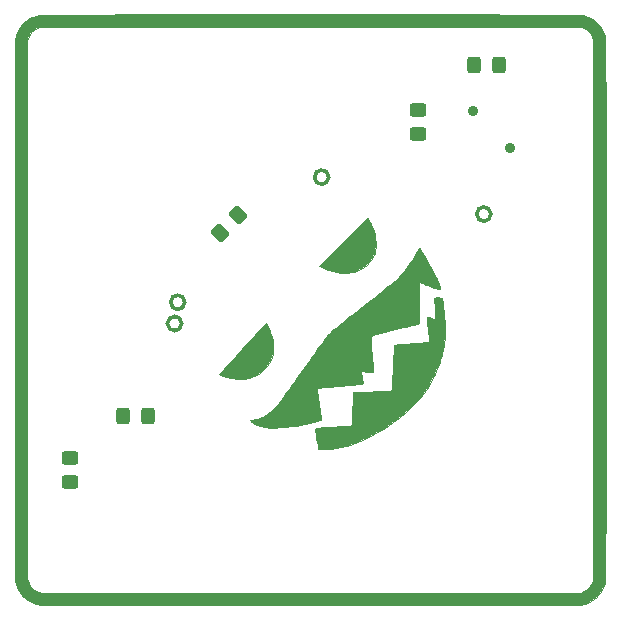
<source format=gbr>
%TF.GenerationSoftware,KiCad,Pcbnew,6.0.1-79c1e3a40b~116~ubuntu20.04.1*%
%TF.CreationDate,2022-02-07T17:34:28-08:00*%
%TF.ProjectId,MirageR1,4d697261-6765-4523-912e-6b696361645f,rev?*%
%TF.SameCoordinates,Original*%
%TF.FileFunction,Soldermask,Top*%
%TF.FilePolarity,Negative*%
%FSLAX46Y46*%
G04 Gerber Fmt 4.6, Leading zero omitted, Abs format (unit mm)*
G04 Created by KiCad (PCBNEW 6.0.1-79c1e3a40b~116~ubuntu20.04.1) date 2022-02-07 17:34:28*
%MOMM*%
%LPD*%
G01*
G04 APERTURE LIST*
G04 Aperture macros list*
%AMRoundRect*
0 Rectangle with rounded corners*
0 $1 Rounding radius*
0 $2 $3 $4 $5 $6 $7 $8 $9 X,Y pos of 4 corners*
0 Add a 4 corners polygon primitive as box body*
4,1,4,$2,$3,$4,$5,$6,$7,$8,$9,$2,$3,0*
0 Add four circle primitives for the rounded corners*
1,1,$1+$1,$2,$3*
1,1,$1+$1,$4,$5*
1,1,$1+$1,$6,$7*
1,1,$1+$1,$8,$9*
0 Add four rect primitives between the rounded corners*
20,1,$1+$1,$2,$3,$4,$5,0*
20,1,$1+$1,$4,$5,$6,$7,0*
20,1,$1+$1,$6,$7,$8,$9,0*
20,1,$1+$1,$8,$9,$2,$3,0*%
G04 Aperture macros list end*
%ADD10C,0.300000*%
%ADD11C,0.010000*%
%ADD12RoundRect,0.250000X0.088388X-0.548008X0.548008X-0.088388X-0.088388X0.548008X-0.548008X0.088388X0*%
%ADD13RoundRect,0.250000X-0.325000X-0.450000X0.325000X-0.450000X0.325000X0.450000X-0.325000X0.450000X0*%
%ADD14RoundRect,0.250000X0.450000X-0.325000X0.450000X0.325000X-0.450000X0.325000X-0.450000X-0.325000X0*%
%ADD15C,0.900000*%
G04 APERTURE END LIST*
D10*
X163256723Y-89230679D02*
G75*
G03*
X163256723Y-89230679I-600000J0D01*
G01*
X149522486Y-86105418D02*
G75*
G03*
X149522486Y-86105418I-600000J0D01*
G01*
X137339428Y-96698075D02*
G75*
G03*
X137339428Y-96698075I-600000J0D01*
G01*
X137073193Y-98496488D02*
G75*
G03*
X137073193Y-98496488I-600000J0D01*
G01*
D11*
%TO.C,Ref\u002A\u002A*%
X152824936Y-89582535D02*
X152831064Y-89586680D01*
X152831064Y-89586680D02*
X152832587Y-89588497D01*
X152832587Y-89588497D02*
X152862396Y-89635234D01*
X152862396Y-89635234D02*
X152905150Y-89712795D01*
X152905150Y-89712795D02*
X152956923Y-89813179D01*
X152956923Y-89813179D02*
X153013790Y-89928383D01*
X153013790Y-89928383D02*
X153071825Y-90050405D01*
X153071825Y-90050405D02*
X153127104Y-90171243D01*
X153127104Y-90171243D02*
X153175700Y-90282894D01*
X153175700Y-90282894D02*
X153189452Y-90315993D01*
X153189452Y-90315993D02*
X153321065Y-90675253D01*
X153321065Y-90675253D02*
X153419482Y-91027687D01*
X153419482Y-91027687D02*
X153484460Y-91370470D01*
X153484460Y-91370470D02*
X153515753Y-91700778D01*
X153515753Y-91700778D02*
X153513117Y-92015784D01*
X153513117Y-92015784D02*
X153476308Y-92312664D01*
X153476308Y-92312664D02*
X153405081Y-92588594D01*
X153405081Y-92588594D02*
X153389921Y-92632138D01*
X153389921Y-92632138D02*
X153283704Y-92867105D01*
X153283704Y-92867105D02*
X153139231Y-93095194D01*
X153139231Y-93095194D02*
X152960497Y-93312212D01*
X152960497Y-93312212D02*
X152751495Y-93513966D01*
X152751495Y-93513966D02*
X152516218Y-93696261D01*
X152516218Y-93696261D02*
X152258661Y-93854904D01*
X152258661Y-93854904D02*
X152192189Y-93889904D01*
X152192189Y-93889904D02*
X151930178Y-94009066D01*
X151930178Y-94009066D02*
X151669222Y-94097106D01*
X151669222Y-94097106D02*
X151396011Y-94157825D01*
X151396011Y-94157825D02*
X151136497Y-94191527D01*
X151136497Y-94191527D02*
X151008987Y-94202487D01*
X151008987Y-94202487D02*
X150904173Y-94208363D01*
X150904173Y-94208363D02*
X150807151Y-94209140D01*
X150807151Y-94209140D02*
X150703018Y-94204802D01*
X150703018Y-94204802D02*
X150576871Y-94195334D01*
X150576871Y-94195334D02*
X150525959Y-94190912D01*
X150525959Y-94190912D02*
X150226809Y-94150538D01*
X150226809Y-94150538D02*
X149906480Y-94081286D01*
X149906480Y-94081286D02*
X149573011Y-93984914D01*
X149573011Y-93984914D02*
X149548997Y-93977070D01*
X149548997Y-93977070D02*
X149425612Y-93934541D01*
X149425612Y-93934541D02*
X149296113Y-93886576D01*
X149296113Y-93886576D02*
X149166808Y-93835874D01*
X149166808Y-93835874D02*
X149044005Y-93785135D01*
X149044005Y-93785135D02*
X148934014Y-93737059D01*
X148934014Y-93737059D02*
X148843142Y-93694346D01*
X148843142Y-93694346D02*
X148777698Y-93659696D01*
X148777698Y-93659696D02*
X148743992Y-93635808D01*
X148743992Y-93635808D02*
X148741060Y-93631299D01*
X148741060Y-93631299D02*
X148754915Y-93614064D01*
X148754915Y-93614064D02*
X148797041Y-93568688D01*
X148797041Y-93568688D02*
X148865723Y-93496910D01*
X148865723Y-93496910D02*
X148959245Y-93400469D01*
X148959245Y-93400469D02*
X149075890Y-93281103D01*
X149075890Y-93281103D02*
X149213943Y-93140552D01*
X149213943Y-93140552D02*
X149371688Y-92980555D01*
X149371688Y-92980555D02*
X149547409Y-92802852D01*
X149547409Y-92802852D02*
X149739389Y-92609180D01*
X149739389Y-92609180D02*
X149945912Y-92401279D01*
X149945912Y-92401279D02*
X150165263Y-92180889D01*
X150165263Y-92180889D02*
X150395725Y-91949748D01*
X150395725Y-91949748D02*
X150635583Y-91709595D01*
X150635583Y-91709595D02*
X150767053Y-91578132D01*
X150767053Y-91578132D02*
X151054799Y-91290565D01*
X151054799Y-91290565D02*
X151314132Y-91031504D01*
X151314132Y-91031504D02*
X151546553Y-90799501D01*
X151546553Y-90799501D02*
X151753565Y-90593110D01*
X151753565Y-90593110D02*
X151936669Y-90410883D01*
X151936669Y-90410883D02*
X152097368Y-90251373D01*
X152097368Y-90251373D02*
X152237164Y-90113135D01*
X152237164Y-90113135D02*
X152357559Y-89994719D01*
X152357559Y-89994719D02*
X152460055Y-89894681D01*
X152460055Y-89894681D02*
X152546155Y-89811572D01*
X152546155Y-89811572D02*
X152617360Y-89743946D01*
X152617360Y-89743946D02*
X152675173Y-89690356D01*
X152675173Y-89690356D02*
X152721097Y-89649354D01*
X152721097Y-89649354D02*
X152756632Y-89619494D01*
X152756632Y-89619494D02*
X152783281Y-89599330D01*
X152783281Y-89599330D02*
X152802547Y-89587413D01*
X152802547Y-89587413D02*
X152815931Y-89582297D01*
X152815931Y-89582297D02*
X152824936Y-89582535D01*
X152824936Y-89582535D02*
X152824936Y-89582535D01*
G36*
X152824936Y-89582535D02*
G01*
X152831064Y-89586680D01*
X152832587Y-89588497D01*
X152862396Y-89635234D01*
X152905150Y-89712795D01*
X152956923Y-89813179D01*
X153013790Y-89928383D01*
X153071825Y-90050405D01*
X153127104Y-90171243D01*
X153175700Y-90282894D01*
X153189452Y-90315993D01*
X153321065Y-90675253D01*
X153419482Y-91027687D01*
X153484460Y-91370470D01*
X153515753Y-91700778D01*
X153513117Y-92015784D01*
X153476308Y-92312664D01*
X153405081Y-92588594D01*
X153389921Y-92632138D01*
X153283704Y-92867105D01*
X153139231Y-93095194D01*
X152960497Y-93312212D01*
X152751495Y-93513966D01*
X152516218Y-93696261D01*
X152258661Y-93854904D01*
X152192189Y-93889904D01*
X151930178Y-94009066D01*
X151669222Y-94097106D01*
X151396011Y-94157825D01*
X151136497Y-94191527D01*
X151008987Y-94202487D01*
X150904173Y-94208363D01*
X150807151Y-94209140D01*
X150703018Y-94204802D01*
X150576871Y-94195334D01*
X150525959Y-94190912D01*
X150226809Y-94150538D01*
X149906480Y-94081286D01*
X149573011Y-93984914D01*
X149548997Y-93977070D01*
X149425612Y-93934541D01*
X149296113Y-93886576D01*
X149166808Y-93835874D01*
X149044005Y-93785135D01*
X148934014Y-93737059D01*
X148843142Y-93694346D01*
X148777698Y-93659696D01*
X148743992Y-93635808D01*
X148741060Y-93631299D01*
X148754915Y-93614064D01*
X148797041Y-93568688D01*
X148865723Y-93496910D01*
X148959245Y-93400469D01*
X149075890Y-93281103D01*
X149213943Y-93140552D01*
X149371688Y-92980555D01*
X149547409Y-92802852D01*
X149739389Y-92609180D01*
X149945912Y-92401279D01*
X150165263Y-92180889D01*
X150395725Y-91949748D01*
X150635583Y-91709595D01*
X150767053Y-91578132D01*
X151054799Y-91290565D01*
X151314132Y-91031504D01*
X151546553Y-90799501D01*
X151753565Y-90593110D01*
X151936669Y-90410883D01*
X152097368Y-90251373D01*
X152237164Y-90113135D01*
X152357559Y-89994719D01*
X152460055Y-89894681D01*
X152546155Y-89811572D01*
X152617360Y-89743946D01*
X152675173Y-89690356D01*
X152721097Y-89649354D01*
X152756632Y-89619494D01*
X152783281Y-89599330D01*
X152802547Y-89587413D01*
X152815931Y-89582297D01*
X152824936Y-89582535D01*
G37*
X152824936Y-89582535D02*
X152831064Y-89586680D01*
X152832587Y-89588497D01*
X152862396Y-89635234D01*
X152905150Y-89712795D01*
X152956923Y-89813179D01*
X153013790Y-89928383D01*
X153071825Y-90050405D01*
X153127104Y-90171243D01*
X153175700Y-90282894D01*
X153189452Y-90315993D01*
X153321065Y-90675253D01*
X153419482Y-91027687D01*
X153484460Y-91370470D01*
X153515753Y-91700778D01*
X153513117Y-92015784D01*
X153476308Y-92312664D01*
X153405081Y-92588594D01*
X153389921Y-92632138D01*
X153283704Y-92867105D01*
X153139231Y-93095194D01*
X152960497Y-93312212D01*
X152751495Y-93513966D01*
X152516218Y-93696261D01*
X152258661Y-93854904D01*
X152192189Y-93889904D01*
X151930178Y-94009066D01*
X151669222Y-94097106D01*
X151396011Y-94157825D01*
X151136497Y-94191527D01*
X151008987Y-94202487D01*
X150904173Y-94208363D01*
X150807151Y-94209140D01*
X150703018Y-94204802D01*
X150576871Y-94195334D01*
X150525959Y-94190912D01*
X150226809Y-94150538D01*
X149906480Y-94081286D01*
X149573011Y-93984914D01*
X149548997Y-93977070D01*
X149425612Y-93934541D01*
X149296113Y-93886576D01*
X149166808Y-93835874D01*
X149044005Y-93785135D01*
X148934014Y-93737059D01*
X148843142Y-93694346D01*
X148777698Y-93659696D01*
X148743992Y-93635808D01*
X148741060Y-93631299D01*
X148754915Y-93614064D01*
X148797041Y-93568688D01*
X148865723Y-93496910D01*
X148959245Y-93400469D01*
X149075890Y-93281103D01*
X149213943Y-93140552D01*
X149371688Y-92980555D01*
X149547409Y-92802852D01*
X149739389Y-92609180D01*
X149945912Y-92401279D01*
X150165263Y-92180889D01*
X150395725Y-91949748D01*
X150635583Y-91709595D01*
X150767053Y-91578132D01*
X151054799Y-91290565D01*
X151314132Y-91031504D01*
X151546553Y-90799501D01*
X151753565Y-90593110D01*
X151936669Y-90410883D01*
X152097368Y-90251373D01*
X152237164Y-90113135D01*
X152357559Y-89994719D01*
X152460055Y-89894681D01*
X152546155Y-89811572D01*
X152617360Y-89743946D01*
X152675173Y-89690356D01*
X152721097Y-89649354D01*
X152756632Y-89619494D01*
X152783281Y-89599330D01*
X152802547Y-89587413D01*
X152815931Y-89582297D01*
X152824936Y-89582535D01*
X144251489Y-98454960D02*
X144282816Y-98507113D01*
X144282816Y-98507113D02*
X144323170Y-98586264D01*
X144323170Y-98586264D02*
X144369734Y-98686057D01*
X144369734Y-98686057D02*
X144419690Y-98800132D01*
X144419690Y-98800132D02*
X144470220Y-98922135D01*
X144470220Y-98922135D02*
X144518508Y-99045706D01*
X144518508Y-99045706D02*
X144561736Y-99164488D01*
X144561736Y-99164488D02*
X144583779Y-99229913D01*
X144583779Y-99229913D02*
X144698448Y-99632278D01*
X144698448Y-99632278D02*
X144775105Y-100016253D01*
X144775105Y-100016253D02*
X144813753Y-100382074D01*
X144813753Y-100382074D02*
X144814397Y-100729979D01*
X144814397Y-100729979D02*
X144777041Y-101060202D01*
X144777041Y-101060202D02*
X144701687Y-101372982D01*
X144701687Y-101372982D02*
X144620216Y-101596315D01*
X144620216Y-101596315D02*
X144495140Y-101842309D01*
X144495140Y-101842309D02*
X144333151Y-102079894D01*
X144333151Y-102079894D02*
X144139503Y-102304436D01*
X144139503Y-102304436D02*
X143919447Y-102511301D01*
X143919447Y-102511301D02*
X143678235Y-102695855D01*
X143678235Y-102695855D02*
X143421120Y-102853463D01*
X143421120Y-102853463D02*
X143153353Y-102979492D01*
X143153353Y-102979492D02*
X142984191Y-103039771D01*
X142984191Y-103039771D02*
X142803464Y-103091590D01*
X142803464Y-103091590D02*
X142634792Y-103129110D01*
X142634792Y-103129110D02*
X142464112Y-103154507D01*
X142464112Y-103154507D02*
X142277360Y-103169956D01*
X142277360Y-103169956D02*
X142098330Y-103176823D01*
X142098330Y-103176823D02*
X141975372Y-103179144D01*
X141975372Y-103179144D02*
X141863983Y-103180132D01*
X141863983Y-103180132D02*
X141772443Y-103179799D01*
X141772443Y-103179799D02*
X141709034Y-103178158D01*
X141709034Y-103178158D02*
X141685580Y-103176197D01*
X141685580Y-103176197D02*
X141640993Y-103169470D01*
X141640993Y-103169470D02*
X141567517Y-103159405D01*
X141567517Y-103159405D02*
X141478288Y-103147780D01*
X141478288Y-103147780D02*
X141442163Y-103143222D01*
X141442163Y-103143222D02*
X141314004Y-103122906D01*
X141314004Y-103122906D02*
X141163703Y-103092120D01*
X141163703Y-103092120D02*
X140999884Y-103053287D01*
X140999884Y-103053287D02*
X140831175Y-103008833D01*
X140831175Y-103008833D02*
X140666202Y-102961182D01*
X140666202Y-102961182D02*
X140513592Y-102912759D01*
X140513592Y-102912759D02*
X140381969Y-102865989D01*
X140381969Y-102865989D02*
X140279961Y-102823297D01*
X140279961Y-102823297D02*
X140249551Y-102807996D01*
X140249551Y-102807996D02*
X140255919Y-102793830D01*
X140255919Y-102793830D02*
X140284609Y-102755921D01*
X140284609Y-102755921D02*
X140336165Y-102693663D01*
X140336165Y-102693663D02*
X140411131Y-102606448D01*
X140411131Y-102606448D02*
X140510052Y-102493669D01*
X140510052Y-102493669D02*
X140633470Y-102354718D01*
X140633470Y-102354718D02*
X140781931Y-102188988D01*
X140781931Y-102188988D02*
X140955977Y-101995871D01*
X140955977Y-101995871D02*
X141156155Y-101774760D01*
X141156155Y-101774760D02*
X141383006Y-101525048D01*
X141383006Y-101525048D02*
X141637075Y-101246128D01*
X141637075Y-101246128D02*
X141918907Y-100937391D01*
X141918907Y-100937391D02*
X142214270Y-100614377D01*
X142214270Y-100614377D02*
X142450801Y-100356076D01*
X142450801Y-100356076D02*
X142679682Y-100106497D01*
X142679682Y-100106497D02*
X142899272Y-99867414D01*
X142899272Y-99867414D02*
X143107928Y-99640601D01*
X143107928Y-99640601D02*
X143304006Y-99427831D01*
X143304006Y-99427831D02*
X143485865Y-99230877D01*
X143485865Y-99230877D02*
X143651861Y-99051512D01*
X143651861Y-99051512D02*
X143800351Y-98891511D01*
X143800351Y-98891511D02*
X143929693Y-98752647D01*
X143929693Y-98752647D02*
X144038244Y-98636693D01*
X144038244Y-98636693D02*
X144124361Y-98545423D01*
X144124361Y-98545423D02*
X144186401Y-98480610D01*
X144186401Y-98480610D02*
X144222721Y-98444027D01*
X144222721Y-98444027D02*
X144232007Y-98436163D01*
X144232007Y-98436163D02*
X144251489Y-98454960D01*
X144251489Y-98454960D02*
X144251489Y-98454960D01*
G36*
X144251489Y-98454960D02*
G01*
X144282816Y-98507113D01*
X144323170Y-98586264D01*
X144369734Y-98686057D01*
X144419690Y-98800132D01*
X144470220Y-98922135D01*
X144518508Y-99045706D01*
X144561736Y-99164488D01*
X144583779Y-99229913D01*
X144698448Y-99632278D01*
X144775105Y-100016253D01*
X144813753Y-100382074D01*
X144814397Y-100729979D01*
X144777041Y-101060202D01*
X144701687Y-101372982D01*
X144620216Y-101596315D01*
X144495140Y-101842309D01*
X144333151Y-102079894D01*
X144139503Y-102304436D01*
X143919447Y-102511301D01*
X143678235Y-102695855D01*
X143421120Y-102853463D01*
X143153353Y-102979492D01*
X142984191Y-103039771D01*
X142803464Y-103091590D01*
X142634792Y-103129110D01*
X142464112Y-103154507D01*
X142277360Y-103169956D01*
X142098330Y-103176823D01*
X141975372Y-103179144D01*
X141863983Y-103180132D01*
X141772443Y-103179799D01*
X141709034Y-103178158D01*
X141685580Y-103176197D01*
X141640993Y-103169470D01*
X141567517Y-103159405D01*
X141478288Y-103147780D01*
X141442163Y-103143222D01*
X141314004Y-103122906D01*
X141163703Y-103092120D01*
X140999884Y-103053287D01*
X140831175Y-103008833D01*
X140666202Y-102961182D01*
X140513592Y-102912759D01*
X140381969Y-102865989D01*
X140279961Y-102823297D01*
X140249551Y-102807996D01*
X140255919Y-102793830D01*
X140284609Y-102755921D01*
X140336165Y-102693663D01*
X140411131Y-102606448D01*
X140510052Y-102493669D01*
X140633470Y-102354718D01*
X140781931Y-102188988D01*
X140955977Y-101995871D01*
X141156155Y-101774760D01*
X141383006Y-101525048D01*
X141637075Y-101246128D01*
X141918907Y-100937391D01*
X142214270Y-100614377D01*
X142450801Y-100356076D01*
X142679682Y-100106497D01*
X142899272Y-99867414D01*
X143107928Y-99640601D01*
X143304006Y-99427831D01*
X143485865Y-99230877D01*
X143651861Y-99051512D01*
X143800351Y-98891511D01*
X143929693Y-98752647D01*
X144038244Y-98636693D01*
X144124361Y-98545423D01*
X144186401Y-98480610D01*
X144222721Y-98444027D01*
X144232007Y-98436163D01*
X144251489Y-98454960D01*
G37*
X144251489Y-98454960D02*
X144282816Y-98507113D01*
X144323170Y-98586264D01*
X144369734Y-98686057D01*
X144419690Y-98800132D01*
X144470220Y-98922135D01*
X144518508Y-99045706D01*
X144561736Y-99164488D01*
X144583779Y-99229913D01*
X144698448Y-99632278D01*
X144775105Y-100016253D01*
X144813753Y-100382074D01*
X144814397Y-100729979D01*
X144777041Y-101060202D01*
X144701687Y-101372982D01*
X144620216Y-101596315D01*
X144495140Y-101842309D01*
X144333151Y-102079894D01*
X144139503Y-102304436D01*
X143919447Y-102511301D01*
X143678235Y-102695855D01*
X143421120Y-102853463D01*
X143153353Y-102979492D01*
X142984191Y-103039771D01*
X142803464Y-103091590D01*
X142634792Y-103129110D01*
X142464112Y-103154507D01*
X142277360Y-103169956D01*
X142098330Y-103176823D01*
X141975372Y-103179144D01*
X141863983Y-103180132D01*
X141772443Y-103179799D01*
X141709034Y-103178158D01*
X141685580Y-103176197D01*
X141640993Y-103169470D01*
X141567517Y-103159405D01*
X141478288Y-103147780D01*
X141442163Y-103143222D01*
X141314004Y-103122906D01*
X141163703Y-103092120D01*
X140999884Y-103053287D01*
X140831175Y-103008833D01*
X140666202Y-102961182D01*
X140513592Y-102912759D01*
X140381969Y-102865989D01*
X140279961Y-102823297D01*
X140249551Y-102807996D01*
X140255919Y-102793830D01*
X140284609Y-102755921D01*
X140336165Y-102693663D01*
X140411131Y-102606448D01*
X140510052Y-102493669D01*
X140633470Y-102354718D01*
X140781931Y-102188988D01*
X140955977Y-101995871D01*
X141156155Y-101774760D01*
X141383006Y-101525048D01*
X141637075Y-101246128D01*
X141918907Y-100937391D01*
X142214270Y-100614377D01*
X142450801Y-100356076D01*
X142679682Y-100106497D01*
X142899272Y-99867414D01*
X143107928Y-99640601D01*
X143304006Y-99427831D01*
X143485865Y-99230877D01*
X143651861Y-99051512D01*
X143800351Y-98891511D01*
X143929693Y-98752647D01*
X144038244Y-98636693D01*
X144124361Y-98545423D01*
X144186401Y-98480610D01*
X144222721Y-98444027D01*
X144232007Y-98436163D01*
X144251489Y-98454960D01*
X157182020Y-92093124D02*
X157224005Y-92142790D01*
X157224005Y-92142790D02*
X157281136Y-92220124D01*
X157281136Y-92220124D02*
X157350325Y-92320675D01*
X157350325Y-92320675D02*
X157428485Y-92439990D01*
X157428485Y-92439990D02*
X157512530Y-92573617D01*
X157512530Y-92573617D02*
X157576536Y-92678830D01*
X157576536Y-92678830D02*
X157705948Y-92898573D01*
X157705948Y-92898573D02*
X157837970Y-93130158D01*
X157837970Y-93130158D02*
X157970745Y-93369827D01*
X157970745Y-93369827D02*
X158102416Y-93613819D01*
X158102416Y-93613819D02*
X158231126Y-93858374D01*
X158231126Y-93858374D02*
X158355017Y-94099733D01*
X158355017Y-94099733D02*
X158472232Y-94334135D01*
X158472232Y-94334135D02*
X158580913Y-94557821D01*
X158580913Y-94557821D02*
X158679203Y-94767030D01*
X158679203Y-94767030D02*
X158765246Y-94958004D01*
X158765246Y-94958004D02*
X158837183Y-95126981D01*
X158837183Y-95126981D02*
X158893157Y-95270203D01*
X158893157Y-95270203D02*
X158931312Y-95383910D01*
X158931312Y-95383910D02*
X158948657Y-95456479D01*
X158948657Y-95456479D02*
X158955240Y-95513751D01*
X158955240Y-95513751D02*
X158947464Y-95544120D01*
X158947464Y-95544120D02*
X158919957Y-95562053D01*
X158919957Y-95562053D02*
X158907637Y-95566949D01*
X158907637Y-95566949D02*
X158857666Y-95576900D01*
X158857666Y-95576900D02*
X158789538Y-95574432D01*
X158789538Y-95574432D02*
X158700588Y-95558723D01*
X158700588Y-95558723D02*
X158588151Y-95528948D01*
X158588151Y-95528948D02*
X158449562Y-95484284D01*
X158449562Y-95484284D02*
X158282158Y-95423908D01*
X158282158Y-95423908D02*
X158083272Y-95346995D01*
X158083272Y-95346995D02*
X157850241Y-95252723D01*
X157850241Y-95252723D02*
X157729913Y-95202912D01*
X157729913Y-95202912D02*
X157601051Y-95149488D01*
X157601051Y-95149488D02*
X157483208Y-95101078D01*
X157483208Y-95101078D02*
X157382732Y-95060255D01*
X157382732Y-95060255D02*
X157305974Y-95029591D01*
X157305974Y-95029591D02*
X157259283Y-95011660D01*
X157259283Y-95011660D02*
X157250255Y-95008571D01*
X157250255Y-95008571D02*
X157227108Y-95004433D01*
X157227108Y-95004433D02*
X157212170Y-95014185D01*
X157212170Y-95014185D02*
X157202238Y-95045722D01*
X157202238Y-95045722D02*
X157194107Y-95106940D01*
X157194107Y-95106940D02*
X157188895Y-95159793D01*
X157188895Y-95159793D02*
X157185873Y-95215672D01*
X157185873Y-95215672D02*
X157183564Y-95308624D01*
X157183564Y-95308624D02*
X157181986Y-95433394D01*
X157181986Y-95433394D02*
X157181160Y-95584727D01*
X157181160Y-95584727D02*
X157181105Y-95757368D01*
X157181105Y-95757368D02*
X157181839Y-95946062D01*
X157181839Y-95946062D02*
X157183381Y-96145555D01*
X157183381Y-96145555D02*
X157184810Y-96277163D01*
X157184810Y-96277163D02*
X157187570Y-96565156D01*
X157187570Y-96565156D02*
X157188839Y-96844384D01*
X157188839Y-96844384D02*
X157188682Y-97111619D01*
X157188682Y-97111619D02*
X157187167Y-97363634D01*
X157187167Y-97363634D02*
X157184361Y-97597202D01*
X157184361Y-97597202D02*
X157180329Y-97809094D01*
X157180329Y-97809094D02*
X157175138Y-97996084D01*
X157175138Y-97996084D02*
X157168855Y-98154943D01*
X157168855Y-98154943D02*
X157161546Y-98282445D01*
X157161546Y-98282445D02*
X157153277Y-98375362D01*
X157153277Y-98375362D02*
X157144116Y-98430467D01*
X157144116Y-98430467D02*
X157140232Y-98441168D01*
X157140232Y-98441168D02*
X157125459Y-98459193D01*
X157125459Y-98459193D02*
X157098290Y-98478128D01*
X157098290Y-98478128D02*
X157055767Y-98498854D01*
X157055767Y-98498854D02*
X156994934Y-98522255D01*
X156994934Y-98522255D02*
X156912834Y-98549214D01*
X156912834Y-98549214D02*
X156806510Y-98580613D01*
X156806510Y-98580613D02*
X156673003Y-98617335D01*
X156673003Y-98617335D02*
X156509358Y-98660262D01*
X156509358Y-98660262D02*
X156312617Y-98710278D01*
X156312617Y-98710278D02*
X156079822Y-98768264D01*
X156079822Y-98768264D02*
X155877830Y-98817996D01*
X155877830Y-98817996D02*
X155493378Y-98912380D01*
X155493378Y-98912380D02*
X155147975Y-98997343D01*
X155147975Y-98997343D02*
X154839523Y-99073417D01*
X154839523Y-99073417D02*
X154565923Y-99141130D01*
X154565923Y-99141130D02*
X154325078Y-99201011D01*
X154325078Y-99201011D02*
X154114889Y-99253591D01*
X154114889Y-99253591D02*
X153933258Y-99299399D01*
X153933258Y-99299399D02*
X153778086Y-99338964D01*
X153778086Y-99338964D02*
X153647275Y-99372815D01*
X153647275Y-99372815D02*
X153538727Y-99401483D01*
X153538727Y-99401483D02*
X153450343Y-99425496D01*
X153450343Y-99425496D02*
X153380026Y-99445384D01*
X153380026Y-99445384D02*
X153325676Y-99461676D01*
X153325676Y-99461676D02*
X153321038Y-99463128D01*
X153321038Y-99463128D02*
X153224398Y-99494843D01*
X153224398Y-99494843D02*
X153160652Y-99520036D01*
X153160652Y-99520036D02*
X153121760Y-99542987D01*
X153121760Y-99542987D02*
X153099684Y-99567976D01*
X153099684Y-99567976D02*
X153091261Y-99585487D01*
X153091261Y-99585487D02*
X153083015Y-99619705D01*
X153083015Y-99619705D02*
X153078052Y-99673694D01*
X153078052Y-99673694D02*
X153076511Y-99749525D01*
X153076511Y-99749525D02*
X153078530Y-99849272D01*
X153078530Y-99849272D02*
X153084249Y-99975007D01*
X153084249Y-99975007D02*
X153093805Y-100128802D01*
X153093805Y-100128802D02*
X153107339Y-100312729D01*
X153107339Y-100312729D02*
X153124988Y-100528862D01*
X153124988Y-100528862D02*
X153146891Y-100779273D01*
X153146891Y-100779273D02*
X153173188Y-101066034D01*
X153173188Y-101066034D02*
X153204016Y-101391217D01*
X153204016Y-101391217D02*
X153230440Y-101664080D01*
X153230440Y-101664080D02*
X153245513Y-101824150D01*
X153245513Y-101824150D02*
X153259426Y-101982422D01*
X153259426Y-101982422D02*
X153271489Y-102130199D01*
X153271489Y-102130199D02*
X153281010Y-102258781D01*
X153281010Y-102258781D02*
X153287299Y-102359470D01*
X153287299Y-102359470D02*
X153289298Y-102404913D01*
X153289298Y-102404913D02*
X153295497Y-102605997D01*
X153295497Y-102605997D02*
X153200339Y-102612759D01*
X153200339Y-102612759D02*
X153148407Y-102612429D01*
X153148407Y-102612429D02*
X153063397Y-102607318D01*
X153063397Y-102607318D02*
X152954202Y-102598160D01*
X152954202Y-102598160D02*
X152829715Y-102585686D01*
X152829715Y-102585686D02*
X152719583Y-102573151D01*
X152719583Y-102573151D02*
X152594777Y-102559004D01*
X152594777Y-102559004D02*
X152483182Y-102547979D01*
X152483182Y-102547979D02*
X152392113Y-102540667D01*
X152392113Y-102540667D02*
X152328886Y-102537663D01*
X152328886Y-102537663D02*
X152301450Y-102539266D01*
X152301450Y-102539266D02*
X152281425Y-102558197D01*
X152281425Y-102558197D02*
X152271579Y-102598471D01*
X152271579Y-102598471D02*
X152272170Y-102664116D01*
X152272170Y-102664116D02*
X152283455Y-102759163D01*
X152283455Y-102759163D02*
X152305693Y-102887644D01*
X152305693Y-102887644D02*
X152332241Y-103020576D01*
X152332241Y-103020576D02*
X152355418Y-103140598D01*
X152355418Y-103140598D02*
X152374815Y-103256974D01*
X152374815Y-103256974D02*
X152388714Y-103358181D01*
X152388714Y-103358181D02*
X152395397Y-103432697D01*
X152395397Y-103432697D02*
X152395741Y-103446556D01*
X152395741Y-103446556D02*
X152395913Y-103567448D01*
X152395913Y-103567448D02*
X152316538Y-103588245D01*
X152316538Y-103588245D02*
X152262779Y-103600293D01*
X152262779Y-103600293D02*
X152190315Y-103612930D01*
X152190315Y-103612930D02*
X152096963Y-103626370D01*
X152096963Y-103626370D02*
X151980537Y-103640829D01*
X151980537Y-103640829D02*
X151838855Y-103656521D01*
X151838855Y-103656521D02*
X151669731Y-103673663D01*
X151669731Y-103673663D02*
X151470982Y-103692469D01*
X151470982Y-103692469D02*
X151240424Y-103713153D01*
X151240424Y-103713153D02*
X150975871Y-103735933D01*
X150975871Y-103735933D02*
X150675142Y-103761021D01*
X150675142Y-103761021D02*
X150336050Y-103788634D01*
X150336050Y-103788634D02*
X150046413Y-103811833D01*
X150046413Y-103811833D02*
X149758483Y-103834895D01*
X149758483Y-103834895D02*
X149509696Y-103855137D01*
X149509696Y-103855137D02*
X149296976Y-103872836D01*
X149296976Y-103872836D02*
X149117246Y-103888270D01*
X149117246Y-103888270D02*
X148967429Y-103901717D01*
X148967429Y-103901717D02*
X148844449Y-103913451D01*
X148844449Y-103913451D02*
X148745228Y-103923752D01*
X148745228Y-103923752D02*
X148666692Y-103932896D01*
X148666692Y-103932896D02*
X148605761Y-103941161D01*
X148605761Y-103941161D02*
X148598811Y-103942210D01*
X148598811Y-103942210D02*
X148516459Y-103954807D01*
X148516459Y-103954807D02*
X148528648Y-104127068D01*
X148528648Y-104127068D02*
X148534482Y-104184091D01*
X148534482Y-104184091D02*
X148546253Y-104277710D01*
X148546253Y-104277710D02*
X148563216Y-104402721D01*
X148563216Y-104402721D02*
X148584626Y-104553918D01*
X148584626Y-104553918D02*
X148609736Y-104726095D01*
X148609736Y-104726095D02*
X148637803Y-104914048D01*
X148637803Y-104914048D02*
X148668080Y-105112570D01*
X148668080Y-105112570D02*
X148689688Y-105251830D01*
X148689688Y-105251830D02*
X148732471Y-105526417D01*
X148732471Y-105526417D02*
X148768863Y-105762185D01*
X148768863Y-105762185D02*
X148799224Y-105962107D01*
X148799224Y-105962107D02*
X148823917Y-106129156D01*
X148823917Y-106129156D02*
X148843302Y-106266303D01*
X148843302Y-106266303D02*
X148857741Y-106376523D01*
X148857741Y-106376523D02*
X148867595Y-106462787D01*
X148867595Y-106462787D02*
X148873224Y-106528067D01*
X148873224Y-106528067D02*
X148874991Y-106575337D01*
X148874991Y-106575337D02*
X148873256Y-106607570D01*
X148873256Y-106607570D02*
X148868380Y-106627737D01*
X148868380Y-106627737D02*
X148860726Y-106638811D01*
X148860726Y-106638811D02*
X148858423Y-106640506D01*
X148858423Y-106640506D02*
X148813264Y-106660840D01*
X148813264Y-106660840D02*
X148731713Y-106688657D01*
X148731713Y-106688657D02*
X148618794Y-106722678D01*
X148618794Y-106722678D02*
X148479530Y-106761622D01*
X148479530Y-106761622D02*
X148318946Y-106804208D01*
X148318946Y-106804208D02*
X148142065Y-106849157D01*
X148142065Y-106849157D02*
X147953912Y-106895187D01*
X147953912Y-106895187D02*
X147759510Y-106941019D01*
X147759510Y-106941019D02*
X147563883Y-106985373D01*
X147563883Y-106985373D02*
X147372056Y-107026967D01*
X147372056Y-107026967D02*
X147214833Y-107059378D01*
X147214833Y-107059378D02*
X146768849Y-107142137D01*
X146768849Y-107142137D02*
X146327869Y-107209826D01*
X146327869Y-107209826D02*
X145887163Y-107264034D01*
X145887163Y-107264034D02*
X145769038Y-107274567D01*
X145769038Y-107274567D02*
X145622514Y-107283835D01*
X145622514Y-107283835D02*
X145455016Y-107291705D01*
X145455016Y-107291705D02*
X145273968Y-107298045D01*
X145273968Y-107298045D02*
X145086795Y-107302723D01*
X145086795Y-107302723D02*
X144900922Y-107305605D01*
X144900922Y-107305605D02*
X144723772Y-107306561D01*
X144723772Y-107306561D02*
X144562770Y-107305458D01*
X144562770Y-107305458D02*
X144425340Y-107302164D01*
X144425340Y-107302164D02*
X144318908Y-107296545D01*
X144318908Y-107296545D02*
X144278497Y-107292688D01*
X144278497Y-107292688D02*
X144023254Y-107247179D01*
X144023254Y-107247179D02*
X143751467Y-107169542D01*
X143751467Y-107169542D02*
X143460615Y-107058928D01*
X143460615Y-107058928D02*
X143148181Y-106914488D01*
X143148181Y-106914488D02*
X143132069Y-106906424D01*
X143132069Y-106906424D02*
X143038994Y-106857425D01*
X143038994Y-106857425D02*
X142976763Y-106817996D01*
X142976763Y-106817996D02*
X142936988Y-106781805D01*
X142936988Y-106781805D02*
X142911278Y-106742520D01*
X142911278Y-106742520D02*
X142909149Y-106738159D01*
X142909149Y-106738159D02*
X142873842Y-106664119D01*
X142873842Y-106664119D02*
X142938523Y-106651183D01*
X142938523Y-106651183D02*
X143008405Y-106641772D01*
X143008405Y-106641772D02*
X143075535Y-106638247D01*
X143075535Y-106638247D02*
X143155310Y-106631729D01*
X143155310Y-106631729D02*
X143263072Y-106613892D01*
X143263072Y-106613892D02*
X143386820Y-106587312D01*
X143386820Y-106587312D02*
X143514553Y-106554562D01*
X143514553Y-106554562D02*
X143632913Y-106518669D01*
X143632913Y-106518669D02*
X143949963Y-106392198D01*
X143949963Y-106392198D02*
X144249729Y-106229277D01*
X144249729Y-106229277D02*
X144533616Y-106028885D01*
X144533616Y-106028885D02*
X144803026Y-105790000D01*
X144803026Y-105790000D02*
X145059363Y-105511603D01*
X145059363Y-105511603D02*
X145122432Y-105434633D01*
X145122432Y-105434633D02*
X145213114Y-105319800D01*
X145213114Y-105319800D02*
X145315040Y-105187583D01*
X145315040Y-105187583D02*
X145429288Y-105036488D01*
X145429288Y-105036488D02*
X145556938Y-104865024D01*
X145556938Y-104865024D02*
X145699068Y-104671696D01*
X145699068Y-104671696D02*
X145856757Y-104455012D01*
X145856757Y-104455012D02*
X146031082Y-104213479D01*
X146031082Y-104213479D02*
X146223124Y-103945603D01*
X146223124Y-103945603D02*
X146433960Y-103649891D01*
X146433960Y-103649891D02*
X146664670Y-103324851D01*
X146664670Y-103324851D02*
X146916331Y-102968989D01*
X146916331Y-102968989D02*
X147190023Y-102580812D01*
X147190023Y-102580812D02*
X147410570Y-102267330D01*
X147410570Y-102267330D02*
X147662134Y-101909787D01*
X147662134Y-101909787D02*
X147900662Y-101571412D01*
X147900662Y-101571412D02*
X148125168Y-101253586D01*
X148125168Y-101253586D02*
X148334665Y-100957691D01*
X148334665Y-100957691D02*
X148528167Y-100685111D01*
X148528167Y-100685111D02*
X148704687Y-100437228D01*
X148704687Y-100437228D02*
X148863239Y-100215423D01*
X148863239Y-100215423D02*
X149002834Y-100021080D01*
X149002834Y-100021080D02*
X149122488Y-99855580D01*
X149122488Y-99855580D02*
X149221213Y-99720305D01*
X149221213Y-99720305D02*
X149298023Y-99616639D01*
X149298023Y-99616639D02*
X149351931Y-99545963D01*
X149351931Y-99545963D02*
X149362766Y-99532299D01*
X149362766Y-99532299D02*
X149411722Y-99474218D01*
X149411722Y-99474218D02*
X149468270Y-99413091D01*
X149468270Y-99413091D02*
X149535376Y-99346343D01*
X149535376Y-99346343D02*
X149616007Y-99271398D01*
X149616007Y-99271398D02*
X149713128Y-99185682D01*
X149713128Y-99185682D02*
X149829706Y-99086619D01*
X149829706Y-99086619D02*
X149968706Y-98971634D01*
X149968706Y-98971634D02*
X150133096Y-98838152D01*
X150133096Y-98838152D02*
X150325840Y-98683597D01*
X150325840Y-98683597D02*
X150499584Y-98545322D01*
X150499584Y-98545322D02*
X150663768Y-98414687D01*
X150663768Y-98414687D02*
X150841295Y-98272925D01*
X150841295Y-98272925D02*
X151023388Y-98127080D01*
X151023388Y-98127080D02*
X151201270Y-97984194D01*
X151201270Y-97984194D02*
X151366165Y-97851311D01*
X151366165Y-97851311D02*
X151509296Y-97735471D01*
X151509296Y-97735471D02*
X151547334Y-97704563D01*
X151547334Y-97704563D02*
X151664280Y-97610242D01*
X151664280Y-97610242D02*
X151808529Y-97495219D01*
X151808529Y-97495219D02*
X151973737Y-97364482D01*
X151973737Y-97364482D02*
X152153558Y-97223015D01*
X152153558Y-97223015D02*
X152341646Y-97075805D01*
X152341646Y-97075805D02*
X152531656Y-96927838D01*
X152531656Y-96927838D02*
X152717243Y-96784101D01*
X152717243Y-96784101D02*
X152798080Y-96721775D01*
X152798080Y-96721775D02*
X153070984Y-96511004D01*
X153070984Y-96511004D02*
X153341283Y-96300914D01*
X153341283Y-96300914D02*
X153605416Y-96094336D01*
X153605416Y-96094336D02*
X153859822Y-95894097D01*
X153859822Y-95894097D02*
X154100943Y-95703027D01*
X154100943Y-95703027D02*
X154325216Y-95523955D01*
X154325216Y-95523955D02*
X154529084Y-95359709D01*
X154529084Y-95359709D02*
X154708984Y-95213119D01*
X154708984Y-95213119D02*
X154861358Y-95087014D01*
X154861358Y-95087014D02*
X154957080Y-95006172D01*
X154957080Y-95006172D02*
X155127601Y-94855236D01*
X155127601Y-94855236D02*
X155304261Y-94689518D01*
X155304261Y-94689518D02*
X155480107Y-94516156D01*
X155480107Y-94516156D02*
X155648189Y-94342287D01*
X155648189Y-94342287D02*
X155801557Y-94175047D01*
X155801557Y-94175047D02*
X155933260Y-94021576D01*
X155933260Y-94021576D02*
X156008866Y-93926124D01*
X156008866Y-93926124D02*
X156323135Y-93485325D01*
X156323135Y-93485325D02*
X156628720Y-93004427D01*
X156628720Y-93004427D02*
X156924667Y-92484957D01*
X156924667Y-92484957D02*
X156999028Y-92345455D01*
X156999028Y-92345455D02*
X157050638Y-92249484D01*
X157050638Y-92249484D02*
X157096327Y-92168555D01*
X157096327Y-92168555D02*
X157132162Y-92109332D01*
X157132162Y-92109332D02*
X157154208Y-92078482D01*
X157154208Y-92078482D02*
X157158267Y-92075580D01*
X157158267Y-92075580D02*
X157182020Y-92093124D01*
X157182020Y-92093124D02*
X157182020Y-92093124D01*
G36*
X157182020Y-92093124D02*
G01*
X157224005Y-92142790D01*
X157281136Y-92220124D01*
X157350325Y-92320675D01*
X157428485Y-92439990D01*
X157512530Y-92573617D01*
X157576536Y-92678830D01*
X157705948Y-92898573D01*
X157837970Y-93130158D01*
X157970745Y-93369827D01*
X158102416Y-93613819D01*
X158231126Y-93858374D01*
X158355017Y-94099733D01*
X158472232Y-94334135D01*
X158580913Y-94557821D01*
X158679203Y-94767030D01*
X158765246Y-94958004D01*
X158837183Y-95126981D01*
X158893157Y-95270203D01*
X158931312Y-95383910D01*
X158948657Y-95456479D01*
X158955240Y-95513751D01*
X158947464Y-95544120D01*
X158919957Y-95562053D01*
X158907637Y-95566949D01*
X158857666Y-95576900D01*
X158789538Y-95574432D01*
X158700588Y-95558723D01*
X158588151Y-95528948D01*
X158449562Y-95484284D01*
X158282158Y-95423908D01*
X158083272Y-95346995D01*
X157850241Y-95252723D01*
X157729913Y-95202912D01*
X157601051Y-95149488D01*
X157483208Y-95101078D01*
X157382732Y-95060255D01*
X157305974Y-95029591D01*
X157259283Y-95011660D01*
X157250255Y-95008571D01*
X157227108Y-95004433D01*
X157212170Y-95014185D01*
X157202238Y-95045722D01*
X157194107Y-95106940D01*
X157188895Y-95159793D01*
X157185873Y-95215672D01*
X157183564Y-95308624D01*
X157181986Y-95433394D01*
X157181160Y-95584727D01*
X157181105Y-95757368D01*
X157181839Y-95946062D01*
X157183381Y-96145555D01*
X157184810Y-96277163D01*
X157187570Y-96565156D01*
X157188839Y-96844384D01*
X157188682Y-97111619D01*
X157187167Y-97363634D01*
X157184361Y-97597202D01*
X157180329Y-97809094D01*
X157175138Y-97996084D01*
X157168855Y-98154943D01*
X157161546Y-98282445D01*
X157153277Y-98375362D01*
X157144116Y-98430467D01*
X157140232Y-98441168D01*
X157125459Y-98459193D01*
X157098290Y-98478128D01*
X157055767Y-98498854D01*
X156994934Y-98522255D01*
X156912834Y-98549214D01*
X156806510Y-98580613D01*
X156673003Y-98617335D01*
X156509358Y-98660262D01*
X156312617Y-98710278D01*
X156079822Y-98768264D01*
X155877830Y-98817996D01*
X155493378Y-98912380D01*
X155147975Y-98997343D01*
X154839523Y-99073417D01*
X154565923Y-99141130D01*
X154325078Y-99201011D01*
X154114889Y-99253591D01*
X153933258Y-99299399D01*
X153778086Y-99338964D01*
X153647275Y-99372815D01*
X153538727Y-99401483D01*
X153450343Y-99425496D01*
X153380026Y-99445384D01*
X153325676Y-99461676D01*
X153321038Y-99463128D01*
X153224398Y-99494843D01*
X153160652Y-99520036D01*
X153121760Y-99542987D01*
X153099684Y-99567976D01*
X153091261Y-99585487D01*
X153083015Y-99619705D01*
X153078052Y-99673694D01*
X153076511Y-99749525D01*
X153078530Y-99849272D01*
X153084249Y-99975007D01*
X153093805Y-100128802D01*
X153107339Y-100312729D01*
X153124988Y-100528862D01*
X153146891Y-100779273D01*
X153173188Y-101066034D01*
X153204016Y-101391217D01*
X153230440Y-101664080D01*
X153245513Y-101824150D01*
X153259426Y-101982422D01*
X153271489Y-102130199D01*
X153281010Y-102258781D01*
X153287299Y-102359470D01*
X153289298Y-102404913D01*
X153295497Y-102605997D01*
X153200339Y-102612759D01*
X153148407Y-102612429D01*
X153063397Y-102607318D01*
X152954202Y-102598160D01*
X152829715Y-102585686D01*
X152719583Y-102573151D01*
X152594777Y-102559004D01*
X152483182Y-102547979D01*
X152392113Y-102540667D01*
X152328886Y-102537663D01*
X152301450Y-102539266D01*
X152281425Y-102558197D01*
X152271579Y-102598471D01*
X152272170Y-102664116D01*
X152283455Y-102759163D01*
X152305693Y-102887644D01*
X152332241Y-103020576D01*
X152355418Y-103140598D01*
X152374815Y-103256974D01*
X152388714Y-103358181D01*
X152395397Y-103432697D01*
X152395741Y-103446556D01*
X152395913Y-103567448D01*
X152316538Y-103588245D01*
X152262779Y-103600293D01*
X152190315Y-103612930D01*
X152096963Y-103626370D01*
X151980537Y-103640829D01*
X151838855Y-103656521D01*
X151669731Y-103673663D01*
X151470982Y-103692469D01*
X151240424Y-103713153D01*
X150975871Y-103735933D01*
X150675142Y-103761021D01*
X150336050Y-103788634D01*
X150046413Y-103811833D01*
X149758483Y-103834895D01*
X149509696Y-103855137D01*
X149296976Y-103872836D01*
X149117246Y-103888270D01*
X148967429Y-103901717D01*
X148844449Y-103913451D01*
X148745228Y-103923752D01*
X148666692Y-103932896D01*
X148605761Y-103941161D01*
X148598811Y-103942210D01*
X148516459Y-103954807D01*
X148528648Y-104127068D01*
X148534482Y-104184091D01*
X148546253Y-104277710D01*
X148563216Y-104402721D01*
X148584626Y-104553918D01*
X148609736Y-104726095D01*
X148637803Y-104914048D01*
X148668080Y-105112570D01*
X148689688Y-105251830D01*
X148732471Y-105526417D01*
X148768863Y-105762185D01*
X148799224Y-105962107D01*
X148823917Y-106129156D01*
X148843302Y-106266303D01*
X148857741Y-106376523D01*
X148867595Y-106462787D01*
X148873224Y-106528067D01*
X148874991Y-106575337D01*
X148873256Y-106607570D01*
X148868380Y-106627737D01*
X148860726Y-106638811D01*
X148858423Y-106640506D01*
X148813264Y-106660840D01*
X148731713Y-106688657D01*
X148618794Y-106722678D01*
X148479530Y-106761622D01*
X148318946Y-106804208D01*
X148142065Y-106849157D01*
X147953912Y-106895187D01*
X147759510Y-106941019D01*
X147563883Y-106985373D01*
X147372056Y-107026967D01*
X147214833Y-107059378D01*
X146768849Y-107142137D01*
X146327869Y-107209826D01*
X145887163Y-107264034D01*
X145769038Y-107274567D01*
X145622514Y-107283835D01*
X145455016Y-107291705D01*
X145273968Y-107298045D01*
X145086795Y-107302723D01*
X144900922Y-107305605D01*
X144723772Y-107306561D01*
X144562770Y-107305458D01*
X144425340Y-107302164D01*
X144318908Y-107296545D01*
X144278497Y-107292688D01*
X144023254Y-107247179D01*
X143751467Y-107169542D01*
X143460615Y-107058928D01*
X143148181Y-106914488D01*
X143132069Y-106906424D01*
X143038994Y-106857425D01*
X142976763Y-106817996D01*
X142936988Y-106781805D01*
X142911278Y-106742520D01*
X142909149Y-106738159D01*
X142873842Y-106664119D01*
X142938523Y-106651183D01*
X143008405Y-106641772D01*
X143075535Y-106638247D01*
X143155310Y-106631729D01*
X143263072Y-106613892D01*
X143386820Y-106587312D01*
X143514553Y-106554562D01*
X143632913Y-106518669D01*
X143949963Y-106392198D01*
X144249729Y-106229277D01*
X144533616Y-106028885D01*
X144803026Y-105790000D01*
X145059363Y-105511603D01*
X145122432Y-105434633D01*
X145213114Y-105319800D01*
X145315040Y-105187583D01*
X145429288Y-105036488D01*
X145556938Y-104865024D01*
X145699068Y-104671696D01*
X145856757Y-104455012D01*
X146031082Y-104213479D01*
X146223124Y-103945603D01*
X146433960Y-103649891D01*
X146664670Y-103324851D01*
X146916331Y-102968989D01*
X147190023Y-102580812D01*
X147410570Y-102267330D01*
X147662134Y-101909787D01*
X147900662Y-101571412D01*
X148125168Y-101253586D01*
X148334665Y-100957691D01*
X148528167Y-100685111D01*
X148704687Y-100437228D01*
X148863239Y-100215423D01*
X149002834Y-100021080D01*
X149122488Y-99855580D01*
X149221213Y-99720305D01*
X149298023Y-99616639D01*
X149351931Y-99545963D01*
X149362766Y-99532299D01*
X149411722Y-99474218D01*
X149468270Y-99413091D01*
X149535376Y-99346343D01*
X149616007Y-99271398D01*
X149713128Y-99185682D01*
X149829706Y-99086619D01*
X149968706Y-98971634D01*
X150133096Y-98838152D01*
X150325840Y-98683597D01*
X150499584Y-98545322D01*
X150663768Y-98414687D01*
X150841295Y-98272925D01*
X151023388Y-98127080D01*
X151201270Y-97984194D01*
X151366165Y-97851311D01*
X151509296Y-97735471D01*
X151547334Y-97704563D01*
X151664280Y-97610242D01*
X151808529Y-97495219D01*
X151973737Y-97364482D01*
X152153558Y-97223015D01*
X152341646Y-97075805D01*
X152531656Y-96927838D01*
X152717243Y-96784101D01*
X152798080Y-96721775D01*
X153070984Y-96511004D01*
X153341283Y-96300914D01*
X153605416Y-96094336D01*
X153859822Y-95894097D01*
X154100943Y-95703027D01*
X154325216Y-95523955D01*
X154529084Y-95359709D01*
X154708984Y-95213119D01*
X154861358Y-95087014D01*
X154957080Y-95006172D01*
X155127601Y-94855236D01*
X155304261Y-94689518D01*
X155480107Y-94516156D01*
X155648189Y-94342287D01*
X155801557Y-94175047D01*
X155933260Y-94021576D01*
X156008866Y-93926124D01*
X156323135Y-93485325D01*
X156628720Y-93004427D01*
X156924667Y-92484957D01*
X156999028Y-92345455D01*
X157050638Y-92249484D01*
X157096327Y-92168555D01*
X157132162Y-92109332D01*
X157154208Y-92078482D01*
X157158267Y-92075580D01*
X157182020Y-92093124D01*
G37*
X157182020Y-92093124D02*
X157224005Y-92142790D01*
X157281136Y-92220124D01*
X157350325Y-92320675D01*
X157428485Y-92439990D01*
X157512530Y-92573617D01*
X157576536Y-92678830D01*
X157705948Y-92898573D01*
X157837970Y-93130158D01*
X157970745Y-93369827D01*
X158102416Y-93613819D01*
X158231126Y-93858374D01*
X158355017Y-94099733D01*
X158472232Y-94334135D01*
X158580913Y-94557821D01*
X158679203Y-94767030D01*
X158765246Y-94958004D01*
X158837183Y-95126981D01*
X158893157Y-95270203D01*
X158931312Y-95383910D01*
X158948657Y-95456479D01*
X158955240Y-95513751D01*
X158947464Y-95544120D01*
X158919957Y-95562053D01*
X158907637Y-95566949D01*
X158857666Y-95576900D01*
X158789538Y-95574432D01*
X158700588Y-95558723D01*
X158588151Y-95528948D01*
X158449562Y-95484284D01*
X158282158Y-95423908D01*
X158083272Y-95346995D01*
X157850241Y-95252723D01*
X157729913Y-95202912D01*
X157601051Y-95149488D01*
X157483208Y-95101078D01*
X157382732Y-95060255D01*
X157305974Y-95029591D01*
X157259283Y-95011660D01*
X157250255Y-95008571D01*
X157227108Y-95004433D01*
X157212170Y-95014185D01*
X157202238Y-95045722D01*
X157194107Y-95106940D01*
X157188895Y-95159793D01*
X157185873Y-95215672D01*
X157183564Y-95308624D01*
X157181986Y-95433394D01*
X157181160Y-95584727D01*
X157181105Y-95757368D01*
X157181839Y-95946062D01*
X157183381Y-96145555D01*
X157184810Y-96277163D01*
X157187570Y-96565156D01*
X157188839Y-96844384D01*
X157188682Y-97111619D01*
X157187167Y-97363634D01*
X157184361Y-97597202D01*
X157180329Y-97809094D01*
X157175138Y-97996084D01*
X157168855Y-98154943D01*
X157161546Y-98282445D01*
X157153277Y-98375362D01*
X157144116Y-98430467D01*
X157140232Y-98441168D01*
X157125459Y-98459193D01*
X157098290Y-98478128D01*
X157055767Y-98498854D01*
X156994934Y-98522255D01*
X156912834Y-98549214D01*
X156806510Y-98580613D01*
X156673003Y-98617335D01*
X156509358Y-98660262D01*
X156312617Y-98710278D01*
X156079822Y-98768264D01*
X155877830Y-98817996D01*
X155493378Y-98912380D01*
X155147975Y-98997343D01*
X154839523Y-99073417D01*
X154565923Y-99141130D01*
X154325078Y-99201011D01*
X154114889Y-99253591D01*
X153933258Y-99299399D01*
X153778086Y-99338964D01*
X153647275Y-99372815D01*
X153538727Y-99401483D01*
X153450343Y-99425496D01*
X153380026Y-99445384D01*
X153325676Y-99461676D01*
X153321038Y-99463128D01*
X153224398Y-99494843D01*
X153160652Y-99520036D01*
X153121760Y-99542987D01*
X153099684Y-99567976D01*
X153091261Y-99585487D01*
X153083015Y-99619705D01*
X153078052Y-99673694D01*
X153076511Y-99749525D01*
X153078530Y-99849272D01*
X153084249Y-99975007D01*
X153093805Y-100128802D01*
X153107339Y-100312729D01*
X153124988Y-100528862D01*
X153146891Y-100779273D01*
X153173188Y-101066034D01*
X153204016Y-101391217D01*
X153230440Y-101664080D01*
X153245513Y-101824150D01*
X153259426Y-101982422D01*
X153271489Y-102130199D01*
X153281010Y-102258781D01*
X153287299Y-102359470D01*
X153289298Y-102404913D01*
X153295497Y-102605997D01*
X153200339Y-102612759D01*
X153148407Y-102612429D01*
X153063397Y-102607318D01*
X152954202Y-102598160D01*
X152829715Y-102585686D01*
X152719583Y-102573151D01*
X152594777Y-102559004D01*
X152483182Y-102547979D01*
X152392113Y-102540667D01*
X152328886Y-102537663D01*
X152301450Y-102539266D01*
X152281425Y-102558197D01*
X152271579Y-102598471D01*
X152272170Y-102664116D01*
X152283455Y-102759163D01*
X152305693Y-102887644D01*
X152332241Y-103020576D01*
X152355418Y-103140598D01*
X152374815Y-103256974D01*
X152388714Y-103358181D01*
X152395397Y-103432697D01*
X152395741Y-103446556D01*
X152395913Y-103567448D01*
X152316538Y-103588245D01*
X152262779Y-103600293D01*
X152190315Y-103612930D01*
X152096963Y-103626370D01*
X151980537Y-103640829D01*
X151838855Y-103656521D01*
X151669731Y-103673663D01*
X151470982Y-103692469D01*
X151240424Y-103713153D01*
X150975871Y-103735933D01*
X150675142Y-103761021D01*
X150336050Y-103788634D01*
X150046413Y-103811833D01*
X149758483Y-103834895D01*
X149509696Y-103855137D01*
X149296976Y-103872836D01*
X149117246Y-103888270D01*
X148967429Y-103901717D01*
X148844449Y-103913451D01*
X148745228Y-103923752D01*
X148666692Y-103932896D01*
X148605761Y-103941161D01*
X148598811Y-103942210D01*
X148516459Y-103954807D01*
X148528648Y-104127068D01*
X148534482Y-104184091D01*
X148546253Y-104277710D01*
X148563216Y-104402721D01*
X148584626Y-104553918D01*
X148609736Y-104726095D01*
X148637803Y-104914048D01*
X148668080Y-105112570D01*
X148689688Y-105251830D01*
X148732471Y-105526417D01*
X148768863Y-105762185D01*
X148799224Y-105962107D01*
X148823917Y-106129156D01*
X148843302Y-106266303D01*
X148857741Y-106376523D01*
X148867595Y-106462787D01*
X148873224Y-106528067D01*
X148874991Y-106575337D01*
X148873256Y-106607570D01*
X148868380Y-106627737D01*
X148860726Y-106638811D01*
X148858423Y-106640506D01*
X148813264Y-106660840D01*
X148731713Y-106688657D01*
X148618794Y-106722678D01*
X148479530Y-106761622D01*
X148318946Y-106804208D01*
X148142065Y-106849157D01*
X147953912Y-106895187D01*
X147759510Y-106941019D01*
X147563883Y-106985373D01*
X147372056Y-107026967D01*
X147214833Y-107059378D01*
X146768849Y-107142137D01*
X146327869Y-107209826D01*
X145887163Y-107264034D01*
X145769038Y-107274567D01*
X145622514Y-107283835D01*
X145455016Y-107291705D01*
X145273968Y-107298045D01*
X145086795Y-107302723D01*
X144900922Y-107305605D01*
X144723772Y-107306561D01*
X144562770Y-107305458D01*
X144425340Y-107302164D01*
X144318908Y-107296545D01*
X144278497Y-107292688D01*
X144023254Y-107247179D01*
X143751467Y-107169542D01*
X143460615Y-107058928D01*
X143148181Y-106914488D01*
X143132069Y-106906424D01*
X143038994Y-106857425D01*
X142976763Y-106817996D01*
X142936988Y-106781805D01*
X142911278Y-106742520D01*
X142909149Y-106738159D01*
X142873842Y-106664119D01*
X142938523Y-106651183D01*
X143008405Y-106641772D01*
X143075535Y-106638247D01*
X143155310Y-106631729D01*
X143263072Y-106613892D01*
X143386820Y-106587312D01*
X143514553Y-106554562D01*
X143632913Y-106518669D01*
X143949963Y-106392198D01*
X144249729Y-106229277D01*
X144533616Y-106028885D01*
X144803026Y-105790000D01*
X145059363Y-105511603D01*
X145122432Y-105434633D01*
X145213114Y-105319800D01*
X145315040Y-105187583D01*
X145429288Y-105036488D01*
X145556938Y-104865024D01*
X145699068Y-104671696D01*
X145856757Y-104455012D01*
X146031082Y-104213479D01*
X146223124Y-103945603D01*
X146433960Y-103649891D01*
X146664670Y-103324851D01*
X146916331Y-102968989D01*
X147190023Y-102580812D01*
X147410570Y-102267330D01*
X147662134Y-101909787D01*
X147900662Y-101571412D01*
X148125168Y-101253586D01*
X148334665Y-100957691D01*
X148528167Y-100685111D01*
X148704687Y-100437228D01*
X148863239Y-100215423D01*
X149002834Y-100021080D01*
X149122488Y-99855580D01*
X149221213Y-99720305D01*
X149298023Y-99616639D01*
X149351931Y-99545963D01*
X149362766Y-99532299D01*
X149411722Y-99474218D01*
X149468270Y-99413091D01*
X149535376Y-99346343D01*
X149616007Y-99271398D01*
X149713128Y-99185682D01*
X149829706Y-99086619D01*
X149968706Y-98971634D01*
X150133096Y-98838152D01*
X150325840Y-98683597D01*
X150499584Y-98545322D01*
X150663768Y-98414687D01*
X150841295Y-98272925D01*
X151023388Y-98127080D01*
X151201270Y-97984194D01*
X151366165Y-97851311D01*
X151509296Y-97735471D01*
X151547334Y-97704563D01*
X151664280Y-97610242D01*
X151808529Y-97495219D01*
X151973737Y-97364482D01*
X152153558Y-97223015D01*
X152341646Y-97075805D01*
X152531656Y-96927838D01*
X152717243Y-96784101D01*
X152798080Y-96721775D01*
X153070984Y-96511004D01*
X153341283Y-96300914D01*
X153605416Y-96094336D01*
X153859822Y-95894097D01*
X154100943Y-95703027D01*
X154325216Y-95523955D01*
X154529084Y-95359709D01*
X154708984Y-95213119D01*
X154861358Y-95087014D01*
X154957080Y-95006172D01*
X155127601Y-94855236D01*
X155304261Y-94689518D01*
X155480107Y-94516156D01*
X155648189Y-94342287D01*
X155801557Y-94175047D01*
X155933260Y-94021576D01*
X156008866Y-93926124D01*
X156323135Y-93485325D01*
X156628720Y-93004427D01*
X156924667Y-92484957D01*
X156999028Y-92345455D01*
X157050638Y-92249484D01*
X157096327Y-92168555D01*
X157132162Y-92109332D01*
X157154208Y-92078482D01*
X157158267Y-92075580D01*
X157182020Y-92093124D01*
X158772270Y-96274947D02*
X158872001Y-96282630D01*
X158872001Y-96282630D02*
X158967684Y-96294443D01*
X158967684Y-96294443D02*
X159048570Y-96309173D01*
X159048570Y-96309173D02*
X159103911Y-96325605D01*
X159103911Y-96325605D02*
X159119768Y-96335129D01*
X159119768Y-96335129D02*
X159129873Y-96364034D01*
X159129873Y-96364034D02*
X159143001Y-96431096D01*
X159143001Y-96431096D02*
X159158719Y-96532278D01*
X159158719Y-96532278D02*
X159176597Y-96663546D01*
X159176597Y-96663546D02*
X159196203Y-96820863D01*
X159196203Y-96820863D02*
X159217104Y-97000194D01*
X159217104Y-97000194D02*
X159238871Y-97197503D01*
X159238871Y-97197503D02*
X159261070Y-97408754D01*
X159261070Y-97408754D02*
X159283272Y-97629912D01*
X159283272Y-97629912D02*
X159305043Y-97856941D01*
X159305043Y-97856941D02*
X159325953Y-98085806D01*
X159325953Y-98085806D02*
X159345569Y-98312470D01*
X159345569Y-98312470D02*
X159363462Y-98532898D01*
X159363462Y-98532898D02*
X159379198Y-98743055D01*
X159379198Y-98743055D02*
X159382916Y-98795997D01*
X159382916Y-98795997D02*
X159394379Y-99036678D01*
X159394379Y-99036678D02*
X159394699Y-99276392D01*
X159394699Y-99276392D02*
X159383198Y-99520612D01*
X159383198Y-99520612D02*
X159359198Y-99774808D01*
X159359198Y-99774808D02*
X159322021Y-100044451D01*
X159322021Y-100044451D02*
X159270989Y-100335015D01*
X159270989Y-100335015D02*
X159205423Y-100651969D01*
X159205423Y-100651969D02*
X159124647Y-101000785D01*
X159124647Y-101000785D02*
X159094410Y-101124330D01*
X159094410Y-101124330D02*
X159038458Y-101342678D01*
X159038458Y-101342678D02*
X158982716Y-101542475D01*
X158982716Y-101542475D02*
X158924501Y-101730814D01*
X158924501Y-101730814D02*
X158861134Y-101914787D01*
X158861134Y-101914787D02*
X158789932Y-102101489D01*
X158789932Y-102101489D02*
X158708215Y-102298010D01*
X158708215Y-102298010D02*
X158613300Y-102511443D01*
X158613300Y-102511443D02*
X158502507Y-102748883D01*
X158502507Y-102748883D02*
X158398239Y-102965830D01*
X158398239Y-102965830D02*
X158189709Y-103379395D01*
X158189709Y-103379395D02*
X157983875Y-103754647D01*
X157983875Y-103754647D02*
X157778530Y-104095321D01*
X157778530Y-104095321D02*
X157571469Y-104405152D01*
X157571469Y-104405152D02*
X157448447Y-104573882D01*
X157448447Y-104573882D02*
X157388793Y-104647186D01*
X157388793Y-104647186D02*
X157302831Y-104744653D01*
X157302831Y-104744653D02*
X157195202Y-104861560D01*
X157195202Y-104861560D02*
X157070546Y-104993183D01*
X157070546Y-104993183D02*
X156933501Y-105134799D01*
X156933501Y-105134799D02*
X156788708Y-105281686D01*
X156788708Y-105281686D02*
X156640807Y-105429120D01*
X156640807Y-105429120D02*
X156494436Y-105572378D01*
X156494436Y-105572378D02*
X156354237Y-105706738D01*
X156354237Y-105706738D02*
X156224849Y-105827475D01*
X156224849Y-105827475D02*
X156152997Y-105892610D01*
X156152997Y-105892610D02*
X155564285Y-106390954D01*
X155564285Y-106390954D02*
X154944865Y-106860991D01*
X154944865Y-106860991D02*
X154296469Y-107301614D01*
X154296469Y-107301614D02*
X153620829Y-107711716D01*
X153620829Y-107711716D02*
X152919677Y-108090190D01*
X152919677Y-108090190D02*
X152194743Y-108435929D01*
X152194743Y-108435929D02*
X152131330Y-108464104D01*
X152131330Y-108464104D02*
X151737167Y-108627720D01*
X151737167Y-108627720D02*
X151352341Y-108764980D01*
X151352341Y-108764980D02*
X150965309Y-108879176D01*
X150965309Y-108879176D02*
X150564529Y-108973600D01*
X150564529Y-108973600D02*
X150138461Y-109051542D01*
X150138461Y-109051542D02*
X149993497Y-109073744D01*
X149993497Y-109073744D02*
X149890153Y-109086398D01*
X149890153Y-109086398D02*
X149763731Y-109097945D01*
X149763731Y-109097945D02*
X149620839Y-109108166D01*
X149620839Y-109108166D02*
X149468084Y-109116843D01*
X149468084Y-109116843D02*
X149312076Y-109123757D01*
X149312076Y-109123757D02*
X149159422Y-109128691D01*
X149159422Y-109128691D02*
X149016731Y-109131424D01*
X149016731Y-109131424D02*
X148890610Y-109131740D01*
X148890610Y-109131740D02*
X148787667Y-109129420D01*
X148787667Y-109129420D02*
X148714512Y-109124245D01*
X148714512Y-109124245D02*
X148680030Y-109117160D01*
X148680030Y-109117160D02*
X148660365Y-109102130D01*
X148660365Y-109102130D02*
X148642591Y-109071498D01*
X148642591Y-109071498D02*
X148624468Y-109018737D01*
X148624468Y-109018737D02*
X148603757Y-108937320D01*
X148603757Y-108937320D02*
X148578217Y-108820721D01*
X148578217Y-108820721D02*
X148578089Y-108820113D01*
X148578089Y-108820113D02*
X148517838Y-108519394D01*
X148517838Y-108519394D02*
X148469413Y-108246730D01*
X148469413Y-108246730D02*
X148433338Y-108005472D01*
X148433338Y-108005472D02*
X148410136Y-107798974D01*
X148410136Y-107798974D02*
X148402790Y-107696580D01*
X148402790Y-107696580D02*
X148397835Y-107589605D01*
X148397835Y-107589605D02*
X148396896Y-107516101D01*
X148396896Y-107516101D02*
X148400781Y-107467324D01*
X148400781Y-107467324D02*
X148410294Y-107434533D01*
X148410294Y-107434533D02*
X148426243Y-107408986D01*
X148426243Y-107408986D02*
X148429708Y-107404667D01*
X148429708Y-107404667D02*
X148452625Y-107384154D01*
X148452625Y-107384154D02*
X148487772Y-107365475D01*
X148487772Y-107365475D02*
X148537705Y-107348369D01*
X148537705Y-107348369D02*
X148604978Y-107332574D01*
X148604978Y-107332574D02*
X148692147Y-107317829D01*
X148692147Y-107317829D02*
X148801768Y-107303872D01*
X148801768Y-107303872D02*
X148936394Y-107290442D01*
X148936394Y-107290442D02*
X149098583Y-107277277D01*
X149098583Y-107277277D02*
X149290888Y-107264115D01*
X149290888Y-107264115D02*
X149515866Y-107250695D01*
X149515866Y-107250695D02*
X149776071Y-107236756D01*
X149776071Y-107236756D02*
X150074059Y-107222036D01*
X150074059Y-107222036D02*
X150332163Y-107209945D01*
X150332163Y-107209945D02*
X150580363Y-107198382D01*
X150580363Y-107198382D02*
X150789534Y-107188252D01*
X150789534Y-107188252D02*
X150962947Y-107179309D01*
X150962947Y-107179309D02*
X151103874Y-107171305D01*
X151103874Y-107171305D02*
X151215586Y-107163995D01*
X151215586Y-107163995D02*
X151301353Y-107157131D01*
X151301353Y-107157131D02*
X151364447Y-107150466D01*
X151364447Y-107150466D02*
X151408140Y-107143754D01*
X151408140Y-107143754D02*
X151435701Y-107136747D01*
X151435701Y-107136747D02*
X151450403Y-107129200D01*
X151450403Y-107129200D02*
X151453854Y-107125310D01*
X151453854Y-107125310D02*
X151460544Y-107094586D01*
X151460544Y-107094586D02*
X151468307Y-107023516D01*
X151468307Y-107023516D02*
X151477027Y-106914073D01*
X151477027Y-106914073D02*
X151486590Y-106768227D01*
X151486590Y-106768227D02*
X151496881Y-106587951D01*
X151496881Y-106587951D02*
X151507783Y-106375215D01*
X151507783Y-106375215D02*
X151519183Y-106131991D01*
X151519183Y-106131991D02*
X151530965Y-105860250D01*
X151530965Y-105860250D02*
X151538538Y-105675163D01*
X151538538Y-105675163D02*
X151549680Y-105408952D01*
X151549680Y-105408952D02*
X151560806Y-105166328D01*
X151560806Y-105166328D02*
X151571761Y-104949779D01*
X151571761Y-104949779D02*
X151582389Y-104761791D01*
X151582389Y-104761791D02*
X151592534Y-104604850D01*
X151592534Y-104604850D02*
X151602042Y-104481444D01*
X151602042Y-104481444D02*
X151610757Y-104394057D01*
X151610757Y-104394057D02*
X151618524Y-104345178D01*
X151618524Y-104345178D02*
X151622216Y-104335721D01*
X151622216Y-104335721D02*
X151650203Y-104328457D01*
X151650203Y-104328457D02*
X151719821Y-104320570D01*
X151719821Y-104320570D02*
X151830370Y-104312094D01*
X151830370Y-104312094D02*
X151981154Y-104303067D01*
X151981154Y-104303067D02*
X152171475Y-104293526D01*
X152171475Y-104293526D02*
X152400634Y-104283508D01*
X152400634Y-104283508D02*
X152667934Y-104273048D01*
X152667934Y-104273048D02*
X152972676Y-104262183D01*
X152972676Y-104262183D02*
X153115580Y-104257378D01*
X153115580Y-104257378D02*
X153471169Y-104245167D01*
X153471169Y-104245167D02*
X153784805Y-104233430D01*
X153784805Y-104233430D02*
X154056866Y-104222147D01*
X154056866Y-104222147D02*
X154287729Y-104211296D01*
X154287729Y-104211296D02*
X154477771Y-104200857D01*
X154477771Y-104200857D02*
X154627370Y-104190810D01*
X154627370Y-104190810D02*
X154736903Y-104181133D01*
X154736903Y-104181133D02*
X154806748Y-104171805D01*
X154806748Y-104171805D02*
X154837282Y-104162806D01*
X154837282Y-104162806D02*
X154837822Y-104162327D01*
X154837822Y-104162327D02*
X154845801Y-104147629D01*
X154845801Y-104147629D02*
X154853484Y-104118028D01*
X154853484Y-104118028D02*
X154861054Y-104070895D01*
X154861054Y-104070895D02*
X154868695Y-104003601D01*
X154868695Y-104003601D02*
X154876589Y-103913515D01*
X154876589Y-103913515D02*
X154884920Y-103798009D01*
X154884920Y-103798009D02*
X154893871Y-103654453D01*
X154893871Y-103654453D02*
X154903626Y-103480216D01*
X154903626Y-103480216D02*
X154914368Y-103272670D01*
X154914368Y-103272670D02*
X154926280Y-103029185D01*
X154926280Y-103029185D02*
X154939545Y-102747131D01*
X154939545Y-102747131D02*
X154945562Y-102616580D01*
X154945562Y-102616580D02*
X154961515Y-102271172D01*
X154961515Y-102271172D02*
X154975893Y-101965354D01*
X154975893Y-101965354D02*
X154988848Y-101696416D01*
X154988848Y-101696416D02*
X155000532Y-101461649D01*
X155000532Y-101461649D02*
X155011097Y-101258344D01*
X155011097Y-101258344D02*
X155020696Y-101083792D01*
X155020696Y-101083792D02*
X155029480Y-100935284D01*
X155029480Y-100935284D02*
X155037600Y-100810110D01*
X155037600Y-100810110D02*
X155045210Y-100705563D01*
X155045210Y-100705563D02*
X155052460Y-100618933D01*
X155052460Y-100618933D02*
X155059504Y-100547511D01*
X155059504Y-100547511D02*
X155063667Y-100511052D01*
X155063667Y-100511052D02*
X155073210Y-100430496D01*
X155073210Y-100430496D02*
X155080367Y-100366925D01*
X155080367Y-100366925D02*
X155083905Y-100331402D01*
X155083905Y-100331402D02*
X155084080Y-100328108D01*
X155084080Y-100328108D02*
X155092454Y-100316309D01*
X155092454Y-100316309D02*
X155119104Y-100304729D01*
X155119104Y-100304729D02*
X155166320Y-100293133D01*
X155166320Y-100293133D02*
X155236393Y-100281286D01*
X155236393Y-100281286D02*
X155331613Y-100268954D01*
X155331613Y-100268954D02*
X155454271Y-100255902D01*
X155454271Y-100255902D02*
X155606659Y-100241897D01*
X155606659Y-100241897D02*
X155791066Y-100226704D01*
X155791066Y-100226704D02*
X156009783Y-100210087D01*
X156009783Y-100210087D02*
X156265101Y-100191813D01*
X156265101Y-100191813D02*
X156559311Y-100171648D01*
X156559311Y-100171648D02*
X156713913Y-100161302D01*
X156713913Y-100161302D02*
X156917986Y-100147499D01*
X156917986Y-100147499D02*
X157114239Y-100133781D01*
X157114239Y-100133781D02*
X157297536Y-100120540D01*
X157297536Y-100120540D02*
X157462741Y-100108165D01*
X157462741Y-100108165D02*
X157604719Y-100097046D01*
X157604719Y-100097046D02*
X157718336Y-100087574D01*
X157718336Y-100087574D02*
X157798456Y-100080139D01*
X157798456Y-100080139D02*
X157831986Y-100076338D01*
X157831986Y-100076338D02*
X157910017Y-100066142D01*
X157910017Y-100066142D02*
X157971785Y-100058694D01*
X157971785Y-100058694D02*
X158005151Y-100055451D01*
X158005151Y-100055451D02*
X158006611Y-100055413D01*
X158006611Y-100055413D02*
X158018687Y-100041692D01*
X158018687Y-100041692D02*
X158024504Y-99999109D01*
X158024504Y-99999109D02*
X158023919Y-99925533D01*
X158023919Y-99925533D02*
X158016788Y-99818835D01*
X158016788Y-99818835D02*
X158002967Y-99676883D01*
X158002967Y-99676883D02*
X157982312Y-99497547D01*
X157982312Y-99497547D02*
X157954679Y-99278698D01*
X157954679Y-99278698D02*
X157953435Y-99269156D01*
X157953435Y-99269156D02*
X157919416Y-99005137D01*
X157919416Y-99005137D02*
X157891447Y-98779761D01*
X157891447Y-98779761D02*
X157869290Y-98589805D01*
X157869290Y-98589805D02*
X157852704Y-98432049D01*
X157852704Y-98432049D02*
X157841451Y-98303272D01*
X157841451Y-98303272D02*
X157835291Y-98200252D01*
X157835291Y-98200252D02*
X157833985Y-98119769D01*
X157833985Y-98119769D02*
X157837294Y-98058601D01*
X157837294Y-98058601D02*
X157844979Y-98013526D01*
X157844979Y-98013526D02*
X157856799Y-97981324D01*
X157856799Y-97981324D02*
X157857658Y-97979688D01*
X157857658Y-97979688D02*
X157894529Y-97944728D01*
X157894529Y-97944728D02*
X157955358Y-97935770D01*
X157955358Y-97935770D02*
X158042261Y-97953208D01*
X158042261Y-97953208D02*
X158157357Y-97997433D01*
X158157357Y-97997433D02*
X158283011Y-98058491D01*
X158283011Y-98058491D02*
X158372389Y-98103249D01*
X158372389Y-98103249D02*
X158448053Y-98137978D01*
X158448053Y-98137978D02*
X158502315Y-98159372D01*
X158502315Y-98159372D02*
X158527489Y-98164125D01*
X158527489Y-98164125D02*
X158527904Y-98163812D01*
X158527904Y-98163812D02*
X158530074Y-98140257D01*
X158530074Y-98140257D02*
X158530360Y-98078858D01*
X158530360Y-98078858D02*
X158528884Y-97984055D01*
X158528884Y-97984055D02*
X158525766Y-97860291D01*
X158525766Y-97860291D02*
X158521125Y-97712005D01*
X158521125Y-97712005D02*
X158515082Y-97543640D01*
X158515082Y-97543640D02*
X158507759Y-97359636D01*
X158507759Y-97359636D02*
X158503215Y-97253074D01*
X158503215Y-97253074D02*
X158495177Y-97061497D01*
X158495177Y-97061497D02*
X158488282Y-96882395D01*
X158488282Y-96882395D02*
X158482659Y-96720331D01*
X158482659Y-96720331D02*
X158478440Y-96579867D01*
X158478440Y-96579867D02*
X158475754Y-96465565D01*
X158475754Y-96465565D02*
X158474732Y-96381988D01*
X158474732Y-96381988D02*
X158475503Y-96333698D01*
X158475503Y-96333698D02*
X158476696Y-96323940D01*
X158476696Y-96323940D02*
X158507695Y-96299024D01*
X158507695Y-96299024D02*
X158576789Y-96280725D01*
X158576789Y-96280725D02*
X158603658Y-96276831D01*
X158603658Y-96276831D02*
X158679239Y-96272610D01*
X158679239Y-96272610D02*
X158772270Y-96274947D01*
X158772270Y-96274947D02*
X158772270Y-96274947D01*
G36*
X158772270Y-96274947D02*
G01*
X158872001Y-96282630D01*
X158967684Y-96294443D01*
X159048570Y-96309173D01*
X159103911Y-96325605D01*
X159119768Y-96335129D01*
X159129873Y-96364034D01*
X159143001Y-96431096D01*
X159158719Y-96532278D01*
X159176597Y-96663546D01*
X159196203Y-96820863D01*
X159217104Y-97000194D01*
X159238871Y-97197503D01*
X159261070Y-97408754D01*
X159283272Y-97629912D01*
X159305043Y-97856941D01*
X159325953Y-98085806D01*
X159345569Y-98312470D01*
X159363462Y-98532898D01*
X159379198Y-98743055D01*
X159382916Y-98795997D01*
X159394379Y-99036678D01*
X159394699Y-99276392D01*
X159383198Y-99520612D01*
X159359198Y-99774808D01*
X159322021Y-100044451D01*
X159270989Y-100335015D01*
X159205423Y-100651969D01*
X159124647Y-101000785D01*
X159094410Y-101124330D01*
X159038458Y-101342678D01*
X158982716Y-101542475D01*
X158924501Y-101730814D01*
X158861134Y-101914787D01*
X158789932Y-102101489D01*
X158708215Y-102298010D01*
X158613300Y-102511443D01*
X158502507Y-102748883D01*
X158398239Y-102965830D01*
X158189709Y-103379395D01*
X157983875Y-103754647D01*
X157778530Y-104095321D01*
X157571469Y-104405152D01*
X157448447Y-104573882D01*
X157388793Y-104647186D01*
X157302831Y-104744653D01*
X157195202Y-104861560D01*
X157070546Y-104993183D01*
X156933501Y-105134799D01*
X156788708Y-105281686D01*
X156640807Y-105429120D01*
X156494436Y-105572378D01*
X156354237Y-105706738D01*
X156224849Y-105827475D01*
X156152997Y-105892610D01*
X155564285Y-106390954D01*
X154944865Y-106860991D01*
X154296469Y-107301614D01*
X153620829Y-107711716D01*
X152919677Y-108090190D01*
X152194743Y-108435929D01*
X152131330Y-108464104D01*
X151737167Y-108627720D01*
X151352341Y-108764980D01*
X150965309Y-108879176D01*
X150564529Y-108973600D01*
X150138461Y-109051542D01*
X149993497Y-109073744D01*
X149890153Y-109086398D01*
X149763731Y-109097945D01*
X149620839Y-109108166D01*
X149468084Y-109116843D01*
X149312076Y-109123757D01*
X149159422Y-109128691D01*
X149016731Y-109131424D01*
X148890610Y-109131740D01*
X148787667Y-109129420D01*
X148714512Y-109124245D01*
X148680030Y-109117160D01*
X148660365Y-109102130D01*
X148642591Y-109071498D01*
X148624468Y-109018737D01*
X148603757Y-108937320D01*
X148578217Y-108820721D01*
X148578089Y-108820113D01*
X148517838Y-108519394D01*
X148469413Y-108246730D01*
X148433338Y-108005472D01*
X148410136Y-107798974D01*
X148402790Y-107696580D01*
X148397835Y-107589605D01*
X148396896Y-107516101D01*
X148400781Y-107467324D01*
X148410294Y-107434533D01*
X148426243Y-107408986D01*
X148429708Y-107404667D01*
X148452625Y-107384154D01*
X148487772Y-107365475D01*
X148537705Y-107348369D01*
X148604978Y-107332574D01*
X148692147Y-107317829D01*
X148801768Y-107303872D01*
X148936394Y-107290442D01*
X149098583Y-107277277D01*
X149290888Y-107264115D01*
X149515866Y-107250695D01*
X149776071Y-107236756D01*
X150074059Y-107222036D01*
X150332163Y-107209945D01*
X150580363Y-107198382D01*
X150789534Y-107188252D01*
X150962947Y-107179309D01*
X151103874Y-107171305D01*
X151215586Y-107163995D01*
X151301353Y-107157131D01*
X151364447Y-107150466D01*
X151408140Y-107143754D01*
X151435701Y-107136747D01*
X151450403Y-107129200D01*
X151453854Y-107125310D01*
X151460544Y-107094586D01*
X151468307Y-107023516D01*
X151477027Y-106914073D01*
X151486590Y-106768227D01*
X151496881Y-106587951D01*
X151507783Y-106375215D01*
X151519183Y-106131991D01*
X151530965Y-105860250D01*
X151538538Y-105675163D01*
X151549680Y-105408952D01*
X151560806Y-105166328D01*
X151571761Y-104949779D01*
X151582389Y-104761791D01*
X151592534Y-104604850D01*
X151602042Y-104481444D01*
X151610757Y-104394057D01*
X151618524Y-104345178D01*
X151622216Y-104335721D01*
X151650203Y-104328457D01*
X151719821Y-104320570D01*
X151830370Y-104312094D01*
X151981154Y-104303067D01*
X152171475Y-104293526D01*
X152400634Y-104283508D01*
X152667934Y-104273048D01*
X152972676Y-104262183D01*
X153115580Y-104257378D01*
X153471169Y-104245167D01*
X153784805Y-104233430D01*
X154056866Y-104222147D01*
X154287729Y-104211296D01*
X154477771Y-104200857D01*
X154627370Y-104190810D01*
X154736903Y-104181133D01*
X154806748Y-104171805D01*
X154837282Y-104162806D01*
X154837822Y-104162327D01*
X154845801Y-104147629D01*
X154853484Y-104118028D01*
X154861054Y-104070895D01*
X154868695Y-104003601D01*
X154876589Y-103913515D01*
X154884920Y-103798009D01*
X154893871Y-103654453D01*
X154903626Y-103480216D01*
X154914368Y-103272670D01*
X154926280Y-103029185D01*
X154939545Y-102747131D01*
X154945562Y-102616580D01*
X154961515Y-102271172D01*
X154975893Y-101965354D01*
X154988848Y-101696416D01*
X155000532Y-101461649D01*
X155011097Y-101258344D01*
X155020696Y-101083792D01*
X155029480Y-100935284D01*
X155037600Y-100810110D01*
X155045210Y-100705563D01*
X155052460Y-100618933D01*
X155059504Y-100547511D01*
X155063667Y-100511052D01*
X155073210Y-100430496D01*
X155080367Y-100366925D01*
X155083905Y-100331402D01*
X155084080Y-100328108D01*
X155092454Y-100316309D01*
X155119104Y-100304729D01*
X155166320Y-100293133D01*
X155236393Y-100281286D01*
X155331613Y-100268954D01*
X155454271Y-100255902D01*
X155606659Y-100241897D01*
X155791066Y-100226704D01*
X156009783Y-100210087D01*
X156265101Y-100191813D01*
X156559311Y-100171648D01*
X156713913Y-100161302D01*
X156917986Y-100147499D01*
X157114239Y-100133781D01*
X157297536Y-100120540D01*
X157462741Y-100108165D01*
X157604719Y-100097046D01*
X157718336Y-100087574D01*
X157798456Y-100080139D01*
X157831986Y-100076338D01*
X157910017Y-100066142D01*
X157971785Y-100058694D01*
X158005151Y-100055451D01*
X158006611Y-100055413D01*
X158018687Y-100041692D01*
X158024504Y-99999109D01*
X158023919Y-99925533D01*
X158016788Y-99818835D01*
X158002967Y-99676883D01*
X157982312Y-99497547D01*
X157954679Y-99278698D01*
X157953435Y-99269156D01*
X157919416Y-99005137D01*
X157891447Y-98779761D01*
X157869290Y-98589805D01*
X157852704Y-98432049D01*
X157841451Y-98303272D01*
X157835291Y-98200252D01*
X157833985Y-98119769D01*
X157837294Y-98058601D01*
X157844979Y-98013526D01*
X157856799Y-97981324D01*
X157857658Y-97979688D01*
X157894529Y-97944728D01*
X157955358Y-97935770D01*
X158042261Y-97953208D01*
X158157357Y-97997433D01*
X158283011Y-98058491D01*
X158372389Y-98103249D01*
X158448053Y-98137978D01*
X158502315Y-98159372D01*
X158527489Y-98164125D01*
X158527904Y-98163812D01*
X158530074Y-98140257D01*
X158530360Y-98078858D01*
X158528884Y-97984055D01*
X158525766Y-97860291D01*
X158521125Y-97712005D01*
X158515082Y-97543640D01*
X158507759Y-97359636D01*
X158503215Y-97253074D01*
X158495177Y-97061497D01*
X158488282Y-96882395D01*
X158482659Y-96720331D01*
X158478440Y-96579867D01*
X158475754Y-96465565D01*
X158474732Y-96381988D01*
X158475503Y-96333698D01*
X158476696Y-96323940D01*
X158507695Y-96299024D01*
X158576789Y-96280725D01*
X158603658Y-96276831D01*
X158679239Y-96272610D01*
X158772270Y-96274947D01*
G37*
X158772270Y-96274947D02*
X158872001Y-96282630D01*
X158967684Y-96294443D01*
X159048570Y-96309173D01*
X159103911Y-96325605D01*
X159119768Y-96335129D01*
X159129873Y-96364034D01*
X159143001Y-96431096D01*
X159158719Y-96532278D01*
X159176597Y-96663546D01*
X159196203Y-96820863D01*
X159217104Y-97000194D01*
X159238871Y-97197503D01*
X159261070Y-97408754D01*
X159283272Y-97629912D01*
X159305043Y-97856941D01*
X159325953Y-98085806D01*
X159345569Y-98312470D01*
X159363462Y-98532898D01*
X159379198Y-98743055D01*
X159382916Y-98795997D01*
X159394379Y-99036678D01*
X159394699Y-99276392D01*
X159383198Y-99520612D01*
X159359198Y-99774808D01*
X159322021Y-100044451D01*
X159270989Y-100335015D01*
X159205423Y-100651969D01*
X159124647Y-101000785D01*
X159094410Y-101124330D01*
X159038458Y-101342678D01*
X158982716Y-101542475D01*
X158924501Y-101730814D01*
X158861134Y-101914787D01*
X158789932Y-102101489D01*
X158708215Y-102298010D01*
X158613300Y-102511443D01*
X158502507Y-102748883D01*
X158398239Y-102965830D01*
X158189709Y-103379395D01*
X157983875Y-103754647D01*
X157778530Y-104095321D01*
X157571469Y-104405152D01*
X157448447Y-104573882D01*
X157388793Y-104647186D01*
X157302831Y-104744653D01*
X157195202Y-104861560D01*
X157070546Y-104993183D01*
X156933501Y-105134799D01*
X156788708Y-105281686D01*
X156640807Y-105429120D01*
X156494436Y-105572378D01*
X156354237Y-105706738D01*
X156224849Y-105827475D01*
X156152997Y-105892610D01*
X155564285Y-106390954D01*
X154944865Y-106860991D01*
X154296469Y-107301614D01*
X153620829Y-107711716D01*
X152919677Y-108090190D01*
X152194743Y-108435929D01*
X152131330Y-108464104D01*
X151737167Y-108627720D01*
X151352341Y-108764980D01*
X150965309Y-108879176D01*
X150564529Y-108973600D01*
X150138461Y-109051542D01*
X149993497Y-109073744D01*
X149890153Y-109086398D01*
X149763731Y-109097945D01*
X149620839Y-109108166D01*
X149468084Y-109116843D01*
X149312076Y-109123757D01*
X149159422Y-109128691D01*
X149016731Y-109131424D01*
X148890610Y-109131740D01*
X148787667Y-109129420D01*
X148714512Y-109124245D01*
X148680030Y-109117160D01*
X148660365Y-109102130D01*
X148642591Y-109071498D01*
X148624468Y-109018737D01*
X148603757Y-108937320D01*
X148578217Y-108820721D01*
X148578089Y-108820113D01*
X148517838Y-108519394D01*
X148469413Y-108246730D01*
X148433338Y-108005472D01*
X148410136Y-107798974D01*
X148402790Y-107696580D01*
X148397835Y-107589605D01*
X148396896Y-107516101D01*
X148400781Y-107467324D01*
X148410294Y-107434533D01*
X148426243Y-107408986D01*
X148429708Y-107404667D01*
X148452625Y-107384154D01*
X148487772Y-107365475D01*
X148537705Y-107348369D01*
X148604978Y-107332574D01*
X148692147Y-107317829D01*
X148801768Y-107303872D01*
X148936394Y-107290442D01*
X149098583Y-107277277D01*
X149290888Y-107264115D01*
X149515866Y-107250695D01*
X149776071Y-107236756D01*
X150074059Y-107222036D01*
X150332163Y-107209945D01*
X150580363Y-107198382D01*
X150789534Y-107188252D01*
X150962947Y-107179309D01*
X151103874Y-107171305D01*
X151215586Y-107163995D01*
X151301353Y-107157131D01*
X151364447Y-107150466D01*
X151408140Y-107143754D01*
X151435701Y-107136747D01*
X151450403Y-107129200D01*
X151453854Y-107125310D01*
X151460544Y-107094586D01*
X151468307Y-107023516D01*
X151477027Y-106914073D01*
X151486590Y-106768227D01*
X151496881Y-106587951D01*
X151507783Y-106375215D01*
X151519183Y-106131991D01*
X151530965Y-105860250D01*
X151538538Y-105675163D01*
X151549680Y-105408952D01*
X151560806Y-105166328D01*
X151571761Y-104949779D01*
X151582389Y-104761791D01*
X151592534Y-104604850D01*
X151602042Y-104481444D01*
X151610757Y-104394057D01*
X151618524Y-104345178D01*
X151622216Y-104335721D01*
X151650203Y-104328457D01*
X151719821Y-104320570D01*
X151830370Y-104312094D01*
X151981154Y-104303067D01*
X152171475Y-104293526D01*
X152400634Y-104283508D01*
X152667934Y-104273048D01*
X152972676Y-104262183D01*
X153115580Y-104257378D01*
X153471169Y-104245167D01*
X153784805Y-104233430D01*
X154056866Y-104222147D01*
X154287729Y-104211296D01*
X154477771Y-104200857D01*
X154627370Y-104190810D01*
X154736903Y-104181133D01*
X154806748Y-104171805D01*
X154837282Y-104162806D01*
X154837822Y-104162327D01*
X154845801Y-104147629D01*
X154853484Y-104118028D01*
X154861054Y-104070895D01*
X154868695Y-104003601D01*
X154876589Y-103913515D01*
X154884920Y-103798009D01*
X154893871Y-103654453D01*
X154903626Y-103480216D01*
X154914368Y-103272670D01*
X154926280Y-103029185D01*
X154939545Y-102747131D01*
X154945562Y-102616580D01*
X154961515Y-102271172D01*
X154975893Y-101965354D01*
X154988848Y-101696416D01*
X155000532Y-101461649D01*
X155011097Y-101258344D01*
X155020696Y-101083792D01*
X155029480Y-100935284D01*
X155037600Y-100810110D01*
X155045210Y-100705563D01*
X155052460Y-100618933D01*
X155059504Y-100547511D01*
X155063667Y-100511052D01*
X155073210Y-100430496D01*
X155080367Y-100366925D01*
X155083905Y-100331402D01*
X155084080Y-100328108D01*
X155092454Y-100316309D01*
X155119104Y-100304729D01*
X155166320Y-100293133D01*
X155236393Y-100281286D01*
X155331613Y-100268954D01*
X155454271Y-100255902D01*
X155606659Y-100241897D01*
X155791066Y-100226704D01*
X156009783Y-100210087D01*
X156265101Y-100191813D01*
X156559311Y-100171648D01*
X156713913Y-100161302D01*
X156917986Y-100147499D01*
X157114239Y-100133781D01*
X157297536Y-100120540D01*
X157462741Y-100108165D01*
X157604719Y-100097046D01*
X157718336Y-100087574D01*
X157798456Y-100080139D01*
X157831986Y-100076338D01*
X157910017Y-100066142D01*
X157971785Y-100058694D01*
X158005151Y-100055451D01*
X158006611Y-100055413D01*
X158018687Y-100041692D01*
X158024504Y-99999109D01*
X158023919Y-99925533D01*
X158016788Y-99818835D01*
X158002967Y-99676883D01*
X157982312Y-99497547D01*
X157954679Y-99278698D01*
X157953435Y-99269156D01*
X157919416Y-99005137D01*
X157891447Y-98779761D01*
X157869290Y-98589805D01*
X157852704Y-98432049D01*
X157841451Y-98303272D01*
X157835291Y-98200252D01*
X157833985Y-98119769D01*
X157837294Y-98058601D01*
X157844979Y-98013526D01*
X157856799Y-97981324D01*
X157857658Y-97979688D01*
X157894529Y-97944728D01*
X157955358Y-97935770D01*
X158042261Y-97953208D01*
X158157357Y-97997433D01*
X158283011Y-98058491D01*
X158372389Y-98103249D01*
X158448053Y-98137978D01*
X158502315Y-98159372D01*
X158527489Y-98164125D01*
X158527904Y-98163812D01*
X158530074Y-98140257D01*
X158530360Y-98078858D01*
X158528884Y-97984055D01*
X158525766Y-97860291D01*
X158521125Y-97712005D01*
X158515082Y-97543640D01*
X158507759Y-97359636D01*
X158503215Y-97253074D01*
X158495177Y-97061497D01*
X158488282Y-96882395D01*
X158482659Y-96720331D01*
X158478440Y-96579867D01*
X158475754Y-96465565D01*
X158474732Y-96381988D01*
X158475503Y-96333698D01*
X158476696Y-96323940D01*
X158507695Y-96299024D01*
X158576789Y-96280725D01*
X158603658Y-96276831D01*
X158679239Y-96272610D01*
X158772270Y-96274947D01*
X148926133Y-72325613D02*
X149778814Y-72325664D01*
X149778814Y-72325664D02*
X150629234Y-72325747D01*
X150629234Y-72325747D02*
X151476330Y-72325861D01*
X151476330Y-72325861D02*
X152319042Y-72326006D01*
X152319042Y-72326006D02*
X153156308Y-72326183D01*
X153156308Y-72326183D02*
X153987065Y-72326391D01*
X153987065Y-72326391D02*
X154810251Y-72326631D01*
X154810251Y-72326631D02*
X155624806Y-72326901D01*
X155624806Y-72326901D02*
X156429668Y-72327204D01*
X156429668Y-72327204D02*
X157223774Y-72327537D01*
X157223774Y-72327537D02*
X158006062Y-72327903D01*
X158006062Y-72327903D02*
X158775472Y-72328299D01*
X158775472Y-72328299D02*
X159530941Y-72328727D01*
X159530941Y-72328727D02*
X160271407Y-72329186D01*
X160271407Y-72329186D02*
X160995809Y-72329677D01*
X160995809Y-72329677D02*
X161703085Y-72330199D01*
X161703085Y-72330199D02*
X162392173Y-72330752D01*
X162392173Y-72330752D02*
X163062012Y-72331337D01*
X163062012Y-72331337D02*
X163711539Y-72331953D01*
X163711539Y-72331953D02*
X164339693Y-72332601D01*
X164339693Y-72332601D02*
X164945412Y-72333280D01*
X164945412Y-72333280D02*
X165527634Y-72333990D01*
X165527634Y-72333990D02*
X166085298Y-72334732D01*
X166085298Y-72334732D02*
X166617341Y-72335505D01*
X166617341Y-72335505D02*
X167122703Y-72336310D01*
X167122703Y-72336310D02*
X167600320Y-72337146D01*
X167600320Y-72337146D02*
X168049132Y-72338013D01*
X168049132Y-72338013D02*
X168468077Y-72338912D01*
X168468077Y-72338912D02*
X168856092Y-72339842D01*
X168856092Y-72339842D02*
X169212117Y-72340804D01*
X169212117Y-72340804D02*
X169535088Y-72341796D01*
X169535088Y-72341796D02*
X169823946Y-72342821D01*
X169823946Y-72342821D02*
X170077627Y-72343876D01*
X170077627Y-72343876D02*
X170295070Y-72344964D01*
X170295070Y-72344964D02*
X170475213Y-72346082D01*
X170475213Y-72346082D02*
X170616994Y-72347232D01*
X170616994Y-72347232D02*
X170719353Y-72348413D01*
X170719353Y-72348413D02*
X170781226Y-72349626D01*
X170781226Y-72349626D02*
X170800330Y-72350544D01*
X170800330Y-72350544D02*
X171117387Y-72410258D01*
X171117387Y-72410258D02*
X171419893Y-72509437D01*
X171419893Y-72509437D02*
X171705925Y-72647144D01*
X171705925Y-72647144D02*
X171973564Y-72822438D01*
X171973564Y-72822438D02*
X172220890Y-73034382D01*
X172220890Y-73034382D02*
X172242451Y-73055584D01*
X172242451Y-73055584D02*
X172455115Y-73296440D01*
X172455115Y-73296440D02*
X172632766Y-73560167D01*
X172632766Y-73560167D02*
X172774009Y-73843910D01*
X172774009Y-73843910D02*
X172877447Y-74144811D01*
X172877447Y-74144811D02*
X172941685Y-74460014D01*
X172941685Y-74460014D02*
X172946449Y-74496663D01*
X172946449Y-74496663D02*
X172947685Y-74527866D01*
X172947685Y-74527866D02*
X172948889Y-74600341D01*
X172948889Y-74600341D02*
X172950062Y-74713025D01*
X172950062Y-74713025D02*
X172951204Y-74864857D01*
X172951204Y-74864857D02*
X172952314Y-75054776D01*
X172952314Y-75054776D02*
X172953393Y-75281719D01*
X172953393Y-75281719D02*
X172954441Y-75544625D01*
X172954441Y-75544625D02*
X172955457Y-75842431D01*
X172955457Y-75842431D02*
X172956442Y-76174077D01*
X172956442Y-76174077D02*
X172957395Y-76538500D01*
X172957395Y-76538500D02*
X172958317Y-76934639D01*
X172958317Y-76934639D02*
X172959208Y-77361431D01*
X172959208Y-77361431D02*
X172960067Y-77817816D01*
X172960067Y-77817816D02*
X172960895Y-78302730D01*
X172960895Y-78302730D02*
X172961691Y-78815113D01*
X172961691Y-78815113D02*
X172962456Y-79353903D01*
X172962456Y-79353903D02*
X172963190Y-79918038D01*
X172963190Y-79918038D02*
X172963892Y-80506456D01*
X172963892Y-80506456D02*
X172964563Y-81118095D01*
X172964563Y-81118095D02*
X172965203Y-81751894D01*
X172965203Y-81751894D02*
X172965811Y-82406791D01*
X172965811Y-82406791D02*
X172966387Y-83081724D01*
X172966387Y-83081724D02*
X172966933Y-83775631D01*
X172966933Y-83775631D02*
X172967447Y-84487450D01*
X172967447Y-84487450D02*
X172967929Y-85216120D01*
X172967929Y-85216120D02*
X172968380Y-85960579D01*
X172968380Y-85960579D02*
X172968800Y-86719766D01*
X172968800Y-86719766D02*
X172969188Y-87492618D01*
X172969188Y-87492618D02*
X172969545Y-88278073D01*
X172969545Y-88278073D02*
X172969871Y-89075070D01*
X172969871Y-89075070D02*
X172970165Y-89882547D01*
X172970165Y-89882547D02*
X172970428Y-90699443D01*
X172970428Y-90699443D02*
X172970659Y-91524695D01*
X172970659Y-91524695D02*
X172970859Y-92357242D01*
X172970859Y-92357242D02*
X172971028Y-93196022D01*
X172971028Y-93196022D02*
X172971165Y-94039973D01*
X172971165Y-94039973D02*
X172971271Y-94888033D01*
X172971271Y-94888033D02*
X172971345Y-95739141D01*
X172971345Y-95739141D02*
X172971388Y-96592235D01*
X172971388Y-96592235D02*
X172971400Y-97446253D01*
X172971400Y-97446253D02*
X172971380Y-98300133D01*
X172971380Y-98300133D02*
X172971329Y-99152814D01*
X172971329Y-99152814D02*
X172971246Y-100003234D01*
X172971246Y-100003234D02*
X172971132Y-100850330D01*
X172971132Y-100850330D02*
X172970987Y-101693042D01*
X172970987Y-101693042D02*
X172970810Y-102530308D01*
X172970810Y-102530308D02*
X172970602Y-103361065D01*
X172970602Y-103361065D02*
X172970362Y-104184251D01*
X172970362Y-104184251D02*
X172970092Y-104998806D01*
X172970092Y-104998806D02*
X172969789Y-105803668D01*
X172969789Y-105803668D02*
X172969456Y-106597774D01*
X172969456Y-106597774D02*
X172969090Y-107380062D01*
X172969090Y-107380062D02*
X172968694Y-108149472D01*
X172968694Y-108149472D02*
X172968266Y-108904941D01*
X172968266Y-108904941D02*
X172967807Y-109645407D01*
X172967807Y-109645407D02*
X172967316Y-110369809D01*
X172967316Y-110369809D02*
X172966794Y-111077085D01*
X172966794Y-111077085D02*
X172966241Y-111766173D01*
X172966241Y-111766173D02*
X172965656Y-112436012D01*
X172965656Y-112436012D02*
X172965040Y-113085539D01*
X172965040Y-113085539D02*
X172964392Y-113713693D01*
X172964392Y-113713693D02*
X172963713Y-114319412D01*
X172963713Y-114319412D02*
X172963003Y-114901634D01*
X172963003Y-114901634D02*
X172962261Y-115459298D01*
X172962261Y-115459298D02*
X172961488Y-115991341D01*
X172961488Y-115991341D02*
X172960683Y-116496703D01*
X172960683Y-116496703D02*
X172959847Y-116974320D01*
X172959847Y-116974320D02*
X172958980Y-117423132D01*
X172958980Y-117423132D02*
X172958081Y-117842077D01*
X172958081Y-117842077D02*
X172957151Y-118230092D01*
X172957151Y-118230092D02*
X172956189Y-118586117D01*
X172956189Y-118586117D02*
X172955197Y-118909088D01*
X172955197Y-118909088D02*
X172954172Y-119197946D01*
X172954172Y-119197946D02*
X172953117Y-119451627D01*
X172953117Y-119451627D02*
X172952029Y-119669070D01*
X172952029Y-119669070D02*
X172950911Y-119849213D01*
X172950911Y-119849213D02*
X172949761Y-119990994D01*
X172949761Y-119990994D02*
X172948580Y-120093353D01*
X172948580Y-120093353D02*
X172947367Y-120155226D01*
X172947367Y-120155226D02*
X172946449Y-120174330D01*
X172946449Y-120174330D02*
X172886796Y-120490551D01*
X172886796Y-120490551D02*
X172787631Y-120792581D01*
X172787631Y-120792581D02*
X172650057Y-121078170D01*
X172650057Y-121078170D02*
X172475175Y-121345068D01*
X172475175Y-121345068D02*
X172264088Y-121591026D01*
X172264088Y-121591026D02*
X172240707Y-121614707D01*
X172240707Y-121614707D02*
X171996998Y-121829403D01*
X171996998Y-121829403D02*
X171732120Y-122008006D01*
X171732120Y-122008006D02*
X171448323Y-122149414D01*
X171448323Y-122149414D02*
X171147858Y-122252523D01*
X171147858Y-122252523D02*
X170832973Y-122316232D01*
X170832973Y-122316232D02*
X170800330Y-122320449D01*
X170800330Y-122320449D02*
X170770503Y-122321518D01*
X170770503Y-122321518D02*
X170699408Y-122322560D01*
X170699408Y-122322560D02*
X170588103Y-122323574D01*
X170588103Y-122323574D02*
X170437650Y-122324561D01*
X170437650Y-122324561D02*
X170249108Y-122325521D01*
X170249108Y-122325521D02*
X170023537Y-122326453D01*
X170023537Y-122326453D02*
X169761997Y-122327358D01*
X169761997Y-122327358D02*
X169465549Y-122328235D01*
X169465549Y-122328235D02*
X169135252Y-122329085D01*
X169135252Y-122329085D02*
X168772167Y-122329907D01*
X168772167Y-122329907D02*
X168377354Y-122330702D01*
X168377354Y-122330702D02*
X167951872Y-122331469D01*
X167951872Y-122331469D02*
X167496782Y-122332210D01*
X167496782Y-122332210D02*
X167013145Y-122332922D01*
X167013145Y-122332922D02*
X166502019Y-122333608D01*
X166502019Y-122333608D02*
X165964466Y-122334266D01*
X165964466Y-122334266D02*
X165401544Y-122334897D01*
X165401544Y-122334897D02*
X164814315Y-122335500D01*
X164814315Y-122335500D02*
X164203839Y-122336076D01*
X164203839Y-122336076D02*
X163571175Y-122336625D01*
X163571175Y-122336625D02*
X162917383Y-122337146D01*
X162917383Y-122337146D02*
X162243525Y-122337640D01*
X162243525Y-122337640D02*
X161550659Y-122338107D01*
X161550659Y-122338107D02*
X160839845Y-122338547D01*
X160839845Y-122338547D02*
X160112145Y-122338959D01*
X160112145Y-122338959D02*
X159368618Y-122339344D01*
X159368618Y-122339344D02*
X158610324Y-122339702D01*
X158610324Y-122339702D02*
X157838323Y-122340032D01*
X157838323Y-122340032D02*
X157053675Y-122340336D01*
X157053675Y-122340336D02*
X156257441Y-122340612D01*
X156257441Y-122340612D02*
X155450680Y-122340860D01*
X155450680Y-122340860D02*
X154634453Y-122341082D01*
X154634453Y-122341082D02*
X153809819Y-122341276D01*
X153809819Y-122341276D02*
X152977839Y-122341444D01*
X152977839Y-122341444D02*
X152139573Y-122341584D01*
X152139573Y-122341584D02*
X151296081Y-122341697D01*
X151296081Y-122341697D02*
X150448423Y-122341782D01*
X150448423Y-122341782D02*
X149597659Y-122341841D01*
X149597659Y-122341841D02*
X148744849Y-122341872D01*
X148744849Y-122341872D02*
X147891053Y-122341876D01*
X147891053Y-122341876D02*
X147037331Y-122341854D01*
X147037331Y-122341854D02*
X146184744Y-122341804D01*
X146184744Y-122341804D02*
X145334352Y-122341727D01*
X145334352Y-122341727D02*
X144487214Y-122341622D01*
X144487214Y-122341622D02*
X143644391Y-122341491D01*
X143644391Y-122341491D02*
X142806942Y-122341333D01*
X142806942Y-122341333D02*
X141975929Y-122341147D01*
X141975929Y-122341147D02*
X141152410Y-122340935D01*
X141152410Y-122340935D02*
X140337446Y-122340695D01*
X140337446Y-122340695D02*
X139532098Y-122340429D01*
X139532098Y-122340429D02*
X138737425Y-122340135D01*
X138737425Y-122340135D02*
X137954487Y-122339815D01*
X137954487Y-122339815D02*
X137184344Y-122339467D01*
X137184344Y-122339467D02*
X136428057Y-122339092D01*
X136428057Y-122339092D02*
X135686685Y-122338691D01*
X135686685Y-122338691D02*
X134961289Y-122338262D01*
X134961289Y-122338262D02*
X134252929Y-122337806D01*
X134252929Y-122337806D02*
X133562665Y-122337324D01*
X133562665Y-122337324D02*
X132891556Y-122336814D01*
X132891556Y-122336814D02*
X132240664Y-122336278D01*
X132240664Y-122336278D02*
X131611047Y-122335714D01*
X131611047Y-122335714D02*
X131003767Y-122335124D01*
X131003767Y-122335124D02*
X130419883Y-122334507D01*
X130419883Y-122334507D02*
X129860456Y-122333863D01*
X129860456Y-122333863D02*
X129326544Y-122333191D01*
X129326544Y-122333191D02*
X128819210Y-122332493D01*
X128819210Y-122332493D02*
X128339512Y-122331769D01*
X128339512Y-122331769D02*
X127888510Y-122331017D01*
X127888510Y-122331017D02*
X127467266Y-122330238D01*
X127467266Y-122330238D02*
X127076838Y-122329433D01*
X127076838Y-122329433D02*
X126718287Y-122328600D01*
X126718287Y-122328600D02*
X126392674Y-122327741D01*
X126392674Y-122327741D02*
X126101057Y-122326855D01*
X126101057Y-122326855D02*
X125844498Y-122325942D01*
X125844498Y-122325942D02*
X125624056Y-122325003D01*
X125624056Y-122325003D02*
X125440791Y-122324036D01*
X125440791Y-122324036D02*
X125295764Y-122323043D01*
X125295764Y-122323043D02*
X125190034Y-122322023D01*
X125190034Y-122322023D02*
X125124662Y-122320976D01*
X125124662Y-122320976D02*
X125101497Y-122320051D01*
X125101497Y-122320051D02*
X124804304Y-122262147D01*
X124804304Y-122262147D02*
X124512916Y-122164892D01*
X124512916Y-122164892D02*
X124233346Y-122031267D01*
X124233346Y-122031267D02*
X123971609Y-121864255D01*
X123971609Y-121864255D02*
X123733719Y-121666836D01*
X123733719Y-121666836D02*
X123681831Y-121616258D01*
X123681831Y-121616258D02*
X123466888Y-121371094D01*
X123466888Y-121371094D02*
X123288201Y-121105150D01*
X123288201Y-121105150D02*
X123146847Y-120820629D01*
X123146847Y-120820629D02*
X123043904Y-120519734D01*
X123043904Y-120519734D02*
X122980449Y-120204666D01*
X122980449Y-120204666D02*
X122976544Y-120174330D01*
X122976544Y-120174330D02*
X122975308Y-120143127D01*
X122975308Y-120143127D02*
X122974104Y-120070652D01*
X122974104Y-120070652D02*
X122972931Y-119957968D01*
X122972931Y-119957968D02*
X122971789Y-119806136D01*
X122971789Y-119806136D02*
X122970679Y-119616217D01*
X122970679Y-119616217D02*
X122969600Y-119389274D01*
X122969600Y-119389274D02*
X122968552Y-119126368D01*
X122968552Y-119126368D02*
X122967536Y-118828562D01*
X122967536Y-118828562D02*
X122966551Y-118496916D01*
X122966551Y-118496916D02*
X122965598Y-118132493D01*
X122965598Y-118132493D02*
X122964676Y-117736354D01*
X122964676Y-117736354D02*
X122963785Y-117309562D01*
X122963785Y-117309562D02*
X122962926Y-116853177D01*
X122962926Y-116853177D02*
X122962098Y-116368263D01*
X122962098Y-116368263D02*
X122961302Y-115855880D01*
X122961302Y-115855880D02*
X122960537Y-115317090D01*
X122960537Y-115317090D02*
X122959803Y-114752955D01*
X122959803Y-114752955D02*
X122959101Y-114164537D01*
X122959101Y-114164537D02*
X122958430Y-113552898D01*
X122958430Y-113552898D02*
X122957790Y-112919099D01*
X122957790Y-112919099D02*
X122957182Y-112264202D01*
X122957182Y-112264202D02*
X122956606Y-111589269D01*
X122956606Y-111589269D02*
X122956060Y-110895362D01*
X122956060Y-110895362D02*
X122955546Y-110183543D01*
X122955546Y-110183543D02*
X122955064Y-109454873D01*
X122955064Y-109454873D02*
X122954613Y-108710414D01*
X122954613Y-108710414D02*
X122954193Y-107951227D01*
X122954193Y-107951227D02*
X122953805Y-107178375D01*
X122953805Y-107178375D02*
X122953448Y-106392920D01*
X122953448Y-106392920D02*
X122953249Y-105905229D01*
X122953249Y-105905229D02*
X123972466Y-105905229D01*
X123972466Y-105905229D02*
X123972473Y-106977236D01*
X123972473Y-106977236D02*
X123972531Y-108007012D01*
X123972531Y-108007012D02*
X123972642Y-108994553D01*
X123972642Y-108994553D02*
X123972803Y-109939856D01*
X123972803Y-109939856D02*
X123973017Y-110842916D01*
X123973017Y-110842916D02*
X123973282Y-111703728D01*
X123973282Y-111703728D02*
X123973598Y-112522290D01*
X123973598Y-112522290D02*
X123973967Y-113298595D01*
X123973967Y-113298595D02*
X123974387Y-114032641D01*
X123974387Y-114032641D02*
X123974858Y-114724423D01*
X123974858Y-114724423D02*
X123975382Y-115373937D01*
X123975382Y-115373937D02*
X123975957Y-115981179D01*
X123975957Y-115981179D02*
X123976583Y-116546144D01*
X123976583Y-116546144D02*
X123977262Y-117068829D01*
X123977262Y-117068829D02*
X123977992Y-117549229D01*
X123977992Y-117549229D02*
X123978773Y-117987340D01*
X123978773Y-117987340D02*
X123979606Y-118383157D01*
X123979606Y-118383157D02*
X123980491Y-118736678D01*
X123980491Y-118736678D02*
X123981428Y-119047897D01*
X123981428Y-119047897D02*
X123982416Y-119316810D01*
X123982416Y-119316810D02*
X123983456Y-119543414D01*
X123983456Y-119543414D02*
X123984547Y-119727704D01*
X123984547Y-119727704D02*
X123985690Y-119869675D01*
X123985690Y-119869675D02*
X123986884Y-119969324D01*
X123986884Y-119969324D02*
X123988131Y-120026646D01*
X123988131Y-120026646D02*
X123988927Y-120040911D01*
X123988927Y-120040911D02*
X124040511Y-120281773D01*
X124040511Y-120281773D02*
X124128272Y-120505752D01*
X124128272Y-120505752D02*
X124248965Y-120709504D01*
X124248965Y-120709504D02*
X124399348Y-120889684D01*
X124399348Y-120889684D02*
X124576176Y-121042947D01*
X124576176Y-121042947D02*
X124776205Y-121165947D01*
X124776205Y-121165947D02*
X124996190Y-121255341D01*
X124996190Y-121255341D02*
X125215152Y-121305282D01*
X125215152Y-121305282D02*
X125241344Y-121306037D01*
X125241344Y-121306037D02*
X125308998Y-121306778D01*
X125308998Y-121306778D02*
X125417243Y-121307506D01*
X125417243Y-121307506D02*
X125565207Y-121308219D01*
X125565207Y-121308219D02*
X125752019Y-121308917D01*
X125752019Y-121308917D02*
X125976807Y-121309600D01*
X125976807Y-121309600D02*
X126238701Y-121310266D01*
X126238701Y-121310266D02*
X126536828Y-121310916D01*
X126536828Y-121310916D02*
X126870317Y-121311548D01*
X126870317Y-121311548D02*
X127238298Y-121312163D01*
X127238298Y-121312163D02*
X127639898Y-121312759D01*
X127639898Y-121312759D02*
X128074246Y-121313336D01*
X128074246Y-121313336D02*
X128540470Y-121313894D01*
X128540470Y-121313894D02*
X129037701Y-121314431D01*
X129037701Y-121314431D02*
X129565065Y-121314948D01*
X129565065Y-121314948D02*
X130121692Y-121315444D01*
X130121692Y-121315444D02*
X130706710Y-121315919D01*
X130706710Y-121315919D02*
X131319248Y-121316371D01*
X131319248Y-121316371D02*
X131958435Y-121316800D01*
X131958435Y-121316800D02*
X132623398Y-121317205D01*
X132623398Y-121317205D02*
X133313268Y-121317587D01*
X133313268Y-121317587D02*
X134027172Y-121317944D01*
X134027172Y-121317944D02*
X134764239Y-121318277D01*
X134764239Y-121318277D02*
X135523597Y-121318583D01*
X135523597Y-121318583D02*
X136304376Y-121318864D01*
X136304376Y-121318864D02*
X137105703Y-121319117D01*
X137105703Y-121319117D02*
X137926709Y-121319344D01*
X137926709Y-121319344D02*
X138766520Y-121319542D01*
X138766520Y-121319542D02*
X139624266Y-121319712D01*
X139624266Y-121319712D02*
X140499075Y-121319853D01*
X140499075Y-121319853D02*
X141390076Y-121319965D01*
X141390076Y-121319965D02*
X142296398Y-121320047D01*
X142296398Y-121320047D02*
X143217169Y-121320098D01*
X143217169Y-121320098D02*
X144151518Y-121320117D01*
X144151518Y-121320117D02*
X145098573Y-121320105D01*
X145098573Y-121320105D02*
X146057464Y-121320061D01*
X146057464Y-121320061D02*
X147027318Y-121319984D01*
X147027318Y-121319984D02*
X148007265Y-121319873D01*
X148007265Y-121319873D02*
X148035580Y-121319870D01*
X148035580Y-121319870D02*
X149216256Y-121319714D01*
X149216256Y-121319714D02*
X150355347Y-121319560D01*
X150355347Y-121319560D02*
X151453603Y-121319405D01*
X151453603Y-121319405D02*
X152511772Y-121319249D01*
X152511772Y-121319249D02*
X153530604Y-121319090D01*
X153530604Y-121319090D02*
X154510847Y-121318927D01*
X154510847Y-121318927D02*
X155453249Y-121318759D01*
X155453249Y-121318759D02*
X156358561Y-121318583D01*
X156358561Y-121318583D02*
X157227530Y-121318400D01*
X157227530Y-121318400D02*
X158060906Y-121318206D01*
X158060906Y-121318206D02*
X158859437Y-121318002D01*
X158859437Y-121318002D02*
X159623873Y-121317785D01*
X159623873Y-121317785D02*
X160354962Y-121317555D01*
X160354962Y-121317555D02*
X161053454Y-121317310D01*
X161053454Y-121317310D02*
X161720096Y-121317048D01*
X161720096Y-121317048D02*
X162355639Y-121316769D01*
X162355639Y-121316769D02*
X162960830Y-121316470D01*
X162960830Y-121316470D02*
X163536419Y-121316151D01*
X163536419Y-121316151D02*
X164083155Y-121315811D01*
X164083155Y-121315811D02*
X164601787Y-121315447D01*
X164601787Y-121315447D02*
X165093062Y-121315059D01*
X165093062Y-121315059D02*
X165557731Y-121314645D01*
X165557731Y-121314645D02*
X165996543Y-121314203D01*
X165996543Y-121314203D02*
X166410245Y-121313733D01*
X166410245Y-121313733D02*
X166799588Y-121313234D01*
X166799588Y-121313234D02*
X167165319Y-121312703D01*
X167165319Y-121312703D02*
X167508188Y-121312139D01*
X167508188Y-121312139D02*
X167828943Y-121311542D01*
X167828943Y-121311542D02*
X168128335Y-121310909D01*
X168128335Y-121310909D02*
X168407110Y-121310239D01*
X168407110Y-121310239D02*
X168666019Y-121309531D01*
X168666019Y-121309531D02*
X168905810Y-121308785D01*
X168905810Y-121308785D02*
X169127232Y-121307997D01*
X169127232Y-121307997D02*
X169331035Y-121307167D01*
X169331035Y-121307167D02*
X169517966Y-121306294D01*
X169517966Y-121306294D02*
X169688775Y-121305376D01*
X169688775Y-121305376D02*
X169844210Y-121304412D01*
X169844210Y-121304412D02*
X169985021Y-121303400D01*
X169985021Y-121303400D02*
X170111956Y-121302340D01*
X170111956Y-121302340D02*
X170225765Y-121301229D01*
X170225765Y-121301229D02*
X170327196Y-121300067D01*
X170327196Y-121300067D02*
X170416998Y-121298852D01*
X170416998Y-121298852D02*
X170495920Y-121297582D01*
X170495920Y-121297582D02*
X170564710Y-121296257D01*
X170564710Y-121296257D02*
X170624119Y-121294875D01*
X170624119Y-121294875D02*
X170674894Y-121293435D01*
X170674894Y-121293435D02*
X170717785Y-121291935D01*
X170717785Y-121291935D02*
X170753540Y-121290374D01*
X170753540Y-121290374D02*
X170782908Y-121288751D01*
X170782908Y-121288751D02*
X170806639Y-121287064D01*
X170806639Y-121287064D02*
X170825480Y-121285312D01*
X170825480Y-121285312D02*
X170840182Y-121283493D01*
X170840182Y-121283493D02*
X170851492Y-121281607D01*
X170851492Y-121281607D02*
X170860161Y-121279651D01*
X170860161Y-121279651D02*
X170863830Y-121278619D01*
X170863830Y-121278619D02*
X171104846Y-121185147D01*
X171104846Y-121185147D02*
X171321185Y-121058625D01*
X171321185Y-121058625D02*
X171510473Y-120901452D01*
X171510473Y-120901452D02*
X171670337Y-120716023D01*
X171670337Y-120716023D02*
X171798403Y-120504736D01*
X171798403Y-120504736D02*
X171892296Y-120269990D01*
X171892296Y-120269990D02*
X171904878Y-120227247D01*
X171904878Y-120227247D02*
X171906875Y-120219142D01*
X171906875Y-120219142D02*
X171908802Y-120208879D01*
X171908802Y-120208879D02*
X171910661Y-120195708D01*
X171910661Y-120195708D02*
X171912451Y-120178881D01*
X171912451Y-120178881D02*
X171914175Y-120157649D01*
X171914175Y-120157649D02*
X171915833Y-120131265D01*
X171915833Y-120131265D02*
X171917428Y-120098978D01*
X171917428Y-120098978D02*
X171918959Y-120060041D01*
X171918959Y-120060041D02*
X171920430Y-120013706D01*
X171920430Y-120013706D02*
X171921840Y-119959223D01*
X171921840Y-119959223D02*
X171923191Y-119895845D01*
X171923191Y-119895845D02*
X171924484Y-119822822D01*
X171924484Y-119822822D02*
X171925721Y-119739406D01*
X171925721Y-119739406D02*
X171926903Y-119644849D01*
X171926903Y-119644849D02*
X171928030Y-119538402D01*
X171928030Y-119538402D02*
X171929105Y-119419317D01*
X171929105Y-119419317D02*
X171930129Y-119286845D01*
X171930129Y-119286845D02*
X171931102Y-119140237D01*
X171931102Y-119140237D02*
X171932027Y-118978745D01*
X171932027Y-118978745D02*
X171932903Y-118801621D01*
X171932903Y-118801621D02*
X171933734Y-118608116D01*
X171933734Y-118608116D02*
X171934519Y-118397481D01*
X171934519Y-118397481D02*
X171935260Y-118168968D01*
X171935260Y-118168968D02*
X171935959Y-117921829D01*
X171935959Y-117921829D02*
X171936616Y-117655314D01*
X171936616Y-117655314D02*
X171937233Y-117368676D01*
X171937233Y-117368676D02*
X171937812Y-117061165D01*
X171937812Y-117061165D02*
X171938352Y-116732034D01*
X171938352Y-116732034D02*
X171938857Y-116380534D01*
X171938857Y-116380534D02*
X171939326Y-116005916D01*
X171939326Y-116005916D02*
X171939761Y-115607432D01*
X171939761Y-115607432D02*
X171940164Y-115184332D01*
X171940164Y-115184332D02*
X171940536Y-114735870D01*
X171940536Y-114735870D02*
X171940877Y-114261296D01*
X171940877Y-114261296D02*
X171941190Y-113759861D01*
X171941190Y-113759861D02*
X171941475Y-113230817D01*
X171941475Y-113230817D02*
X171941734Y-112673416D01*
X171941734Y-112673416D02*
X171941967Y-112086910D01*
X171941967Y-112086910D02*
X171942177Y-111470548D01*
X171942177Y-111470548D02*
X171942365Y-110823584D01*
X171942365Y-110823584D02*
X171942531Y-110145268D01*
X171942531Y-110145268D02*
X171942677Y-109434852D01*
X171942677Y-109434852D02*
X171942805Y-108691588D01*
X171942805Y-108691588D02*
X171942915Y-107914726D01*
X171942915Y-107914726D02*
X171943009Y-107103519D01*
X171943009Y-107103519D02*
X171943087Y-106257217D01*
X171943087Y-106257217D02*
X171943152Y-105375074D01*
X171943152Y-105375074D02*
X171943205Y-104456338D01*
X171943205Y-104456338D02*
X171943246Y-103500264D01*
X171943246Y-103500264D02*
X171943278Y-102506100D01*
X171943278Y-102506100D02*
X171943300Y-101473101D01*
X171943300Y-101473101D02*
X171943316Y-100400516D01*
X171943316Y-100400516D02*
X171943325Y-99287597D01*
X171943325Y-99287597D02*
X171943329Y-98133595D01*
X171943329Y-98133595D02*
X171943330Y-97335497D01*
X171943330Y-97335497D02*
X171943328Y-96153497D01*
X171943328Y-96153497D02*
X171943323Y-95013082D01*
X171943323Y-95013082D02*
X171943312Y-93913504D01*
X171943312Y-93913504D02*
X171943294Y-92854013D01*
X171943294Y-92854013D02*
X171943268Y-91833861D01*
X171943268Y-91833861D02*
X171943234Y-90852300D01*
X171943234Y-90852300D02*
X171943189Y-89908582D01*
X171943189Y-89908582D02*
X171943132Y-89001957D01*
X171943132Y-89001957D02*
X171943063Y-88131677D01*
X171943063Y-88131677D02*
X171942979Y-87296994D01*
X171942979Y-87296994D02*
X171942881Y-86497159D01*
X171942881Y-86497159D02*
X171942765Y-85731423D01*
X171942765Y-85731423D02*
X171942631Y-84999039D01*
X171942631Y-84999039D02*
X171942479Y-84299257D01*
X171942479Y-84299257D02*
X171942306Y-83631329D01*
X171942306Y-83631329D02*
X171942111Y-82994506D01*
X171942111Y-82994506D02*
X171941893Y-82388040D01*
X171941893Y-82388040D02*
X171941651Y-81811183D01*
X171941651Y-81811183D02*
X171941384Y-81263186D01*
X171941384Y-81263186D02*
X171941090Y-80743300D01*
X171941090Y-80743300D02*
X171940768Y-80250777D01*
X171940768Y-80250777D02*
X171940417Y-79784868D01*
X171940417Y-79784868D02*
X171940035Y-79344825D01*
X171940035Y-79344825D02*
X171939622Y-78929900D01*
X171939622Y-78929900D02*
X171939175Y-78539343D01*
X171939175Y-78539343D02*
X171938695Y-78172406D01*
X171938695Y-78172406D02*
X171938179Y-77828341D01*
X171938179Y-77828341D02*
X171937626Y-77506400D01*
X171937626Y-77506400D02*
X171937035Y-77205832D01*
X171937035Y-77205832D02*
X171936405Y-76925891D01*
X171936405Y-76925891D02*
X171935734Y-76665828D01*
X171935734Y-76665828D02*
X171935021Y-76424894D01*
X171935021Y-76424894D02*
X171934266Y-76202340D01*
X171934266Y-76202340D02*
X171933466Y-75997418D01*
X171933466Y-75997418D02*
X171932620Y-75809380D01*
X171932620Y-75809380D02*
X171931728Y-75637477D01*
X171931728Y-75637477D02*
X171930788Y-75480960D01*
X171930788Y-75480960D02*
X171929798Y-75339082D01*
X171929798Y-75339082D02*
X171928758Y-75211092D01*
X171928758Y-75211092D02*
X171927665Y-75096244D01*
X171927665Y-75096244D02*
X171926520Y-74993788D01*
X171926520Y-74993788D02*
X171925320Y-74902975D01*
X171925320Y-74902975D02*
X171924065Y-74823058D01*
X171924065Y-74823058D02*
X171922753Y-74753288D01*
X171922753Y-74753288D02*
X171921383Y-74692916D01*
X171921383Y-74692916D02*
X171919953Y-74641194D01*
X171919953Y-74641194D02*
X171918463Y-74597373D01*
X171918463Y-74597373D02*
X171916911Y-74560705D01*
X171916911Y-74560705D02*
X171915295Y-74530441D01*
X171915295Y-74530441D02*
X171913615Y-74505833D01*
X171913615Y-74505833D02*
X171911870Y-74486131D01*
X171911870Y-74486131D02*
X171910057Y-74470589D01*
X171910057Y-74470589D02*
X171908177Y-74458456D01*
X171908177Y-74458456D02*
X171906227Y-74448985D01*
X171906227Y-74448985D02*
X171904878Y-74443747D01*
X171904878Y-74443747D02*
X171817202Y-74205650D01*
X171817202Y-74205650D02*
X171694940Y-73990209D01*
X171694940Y-73990209D02*
X171540895Y-73800229D01*
X171540895Y-73800229D02*
X171357871Y-73638511D01*
X171357871Y-73638511D02*
X171148671Y-73507859D01*
X171148671Y-73507859D02*
X170916098Y-73411078D01*
X170916098Y-73411078D02*
X170853247Y-73392115D01*
X170853247Y-73392115D02*
X170845142Y-73390118D01*
X170845142Y-73390118D02*
X170834879Y-73388191D01*
X170834879Y-73388191D02*
X170821708Y-73386332D01*
X170821708Y-73386332D02*
X170804881Y-73384542D01*
X170804881Y-73384542D02*
X170783649Y-73382818D01*
X170783649Y-73382818D02*
X170757265Y-73381160D01*
X170757265Y-73381160D02*
X170724978Y-73379565D01*
X170724978Y-73379565D02*
X170686041Y-73378034D01*
X170686041Y-73378034D02*
X170639706Y-73376563D01*
X170639706Y-73376563D02*
X170585223Y-73375153D01*
X170585223Y-73375153D02*
X170521845Y-73373802D01*
X170521845Y-73373802D02*
X170448822Y-73372509D01*
X170448822Y-73372509D02*
X170365406Y-73371272D01*
X170365406Y-73371272D02*
X170270849Y-73370090D01*
X170270849Y-73370090D02*
X170164402Y-73368963D01*
X170164402Y-73368963D02*
X170045317Y-73367888D01*
X170045317Y-73367888D02*
X169912845Y-73366864D01*
X169912845Y-73366864D02*
X169766237Y-73365891D01*
X169766237Y-73365891D02*
X169604745Y-73364966D01*
X169604745Y-73364966D02*
X169427621Y-73364090D01*
X169427621Y-73364090D02*
X169234116Y-73363259D01*
X169234116Y-73363259D02*
X169023481Y-73362474D01*
X169023481Y-73362474D02*
X168794968Y-73361733D01*
X168794968Y-73361733D02*
X168547829Y-73361034D01*
X168547829Y-73361034D02*
X168281314Y-73360377D01*
X168281314Y-73360377D02*
X167994676Y-73359760D01*
X167994676Y-73359760D02*
X167687165Y-73359181D01*
X167687165Y-73359181D02*
X167358034Y-73358641D01*
X167358034Y-73358641D02*
X167006534Y-73358136D01*
X167006534Y-73358136D02*
X166631916Y-73357667D01*
X166631916Y-73357667D02*
X166233432Y-73357232D01*
X166233432Y-73357232D02*
X165810332Y-73356829D01*
X165810332Y-73356829D02*
X165361870Y-73356457D01*
X165361870Y-73356457D02*
X164887296Y-73356116D01*
X164887296Y-73356116D02*
X164385861Y-73355803D01*
X164385861Y-73355803D02*
X163856817Y-73355518D01*
X163856817Y-73355518D02*
X163299416Y-73355259D01*
X163299416Y-73355259D02*
X162712910Y-73355026D01*
X162712910Y-73355026D02*
X162096548Y-73354816D01*
X162096548Y-73354816D02*
X161449584Y-73354628D01*
X161449584Y-73354628D02*
X160771268Y-73354462D01*
X160771268Y-73354462D02*
X160060852Y-73354316D01*
X160060852Y-73354316D02*
X159317588Y-73354188D01*
X159317588Y-73354188D02*
X158540726Y-73354078D01*
X158540726Y-73354078D02*
X157729519Y-73353984D01*
X157729519Y-73353984D02*
X156883217Y-73353906D01*
X156883217Y-73353906D02*
X156001074Y-73353841D01*
X156001074Y-73353841D02*
X155082338Y-73353788D01*
X155082338Y-73353788D02*
X154126264Y-73353747D01*
X154126264Y-73353747D02*
X153132100Y-73353715D01*
X153132100Y-73353715D02*
X152099101Y-73353693D01*
X152099101Y-73353693D02*
X151026516Y-73353677D01*
X151026516Y-73353677D02*
X149913597Y-73353668D01*
X149913597Y-73353668D02*
X148759595Y-73353664D01*
X148759595Y-73353664D02*
X147961497Y-73353663D01*
X147961497Y-73353663D02*
X146779645Y-73353665D01*
X146779645Y-73353665D02*
X145639379Y-73353670D01*
X145639379Y-73353670D02*
X144539948Y-73353681D01*
X144539948Y-73353681D02*
X143480605Y-73353697D01*
X143480605Y-73353697D02*
X142460599Y-73353722D01*
X142460599Y-73353722D02*
X141479183Y-73353756D01*
X141479183Y-73353756D02*
X140535608Y-73353799D01*
X140535608Y-73353799D02*
X139629125Y-73353854D01*
X139629125Y-73353854D02*
X138758984Y-73353922D01*
X138758984Y-73353922D02*
X137924438Y-73354004D01*
X137924438Y-73354004D02*
X137124738Y-73354101D01*
X137124738Y-73354101D02*
X136359134Y-73354215D01*
X136359134Y-73354215D02*
X135626879Y-73354347D01*
X135626879Y-73354347D02*
X134927223Y-73354497D01*
X134927223Y-73354497D02*
X134259417Y-73354668D01*
X134259417Y-73354668D02*
X133622713Y-73354861D01*
X133622713Y-73354861D02*
X133016361Y-73355076D01*
X133016361Y-73355076D02*
X132439614Y-73355316D01*
X132439614Y-73355316D02*
X131891723Y-73355581D01*
X131891723Y-73355581D02*
X131371938Y-73355873D01*
X131371938Y-73355873D02*
X130879510Y-73356192D01*
X130879510Y-73356192D02*
X130413692Y-73356541D01*
X130413692Y-73356541D02*
X129973734Y-73356921D01*
X129973734Y-73356921D02*
X129558887Y-73357332D01*
X129558887Y-73357332D02*
X129168404Y-73357776D01*
X129168404Y-73357776D02*
X128801534Y-73358254D01*
X128801534Y-73358254D02*
X128457529Y-73358768D01*
X128457529Y-73358768D02*
X128135641Y-73359319D01*
X128135641Y-73359319D02*
X127835120Y-73359908D01*
X127835120Y-73359908D02*
X127555218Y-73360536D01*
X127555218Y-73360536D02*
X127295186Y-73361205D01*
X127295186Y-73361205D02*
X127054275Y-73361916D01*
X127054275Y-73361916D02*
X126831737Y-73362670D01*
X126831737Y-73362670D02*
X126626823Y-73363468D01*
X126626823Y-73363468D02*
X126438784Y-73364312D01*
X126438784Y-73364312D02*
X126266870Y-73365203D01*
X126266870Y-73365203D02*
X126110334Y-73366143D01*
X126110334Y-73366143D02*
X125968427Y-73367131D01*
X125968427Y-73367131D02*
X125840400Y-73368171D01*
X125840400Y-73368171D02*
X125725504Y-73369263D01*
X125725504Y-73369263D02*
X125622989Y-73370407D01*
X125622989Y-73370407D02*
X125532109Y-73371607D01*
X125532109Y-73371607D02*
X125452113Y-73372862D01*
X125452113Y-73372862D02*
X125382253Y-73374175D01*
X125382253Y-73374175D02*
X125321781Y-73375545D01*
X125321781Y-73375545D02*
X125269947Y-73376976D01*
X125269947Y-73376976D02*
X125226002Y-73378467D01*
X125226002Y-73378467D02*
X125189198Y-73380021D01*
X125189198Y-73380021D02*
X125158787Y-73381638D01*
X125158787Y-73381638D02*
X125134018Y-73383319D01*
X125134018Y-73383319D02*
X125114144Y-73385067D01*
X125114144Y-73385067D02*
X125098416Y-73386882D01*
X125098416Y-73386882D02*
X125086085Y-73388765D01*
X125086085Y-73388765D02*
X125076403Y-73390719D01*
X125076403Y-73390719D02*
X125069747Y-73392420D01*
X125069747Y-73392420D02*
X124828391Y-73481212D01*
X124828391Y-73481212D02*
X124611823Y-73603753D01*
X124611823Y-73603753D02*
X124421891Y-73758213D01*
X124421891Y-73758213D02*
X124260447Y-73942761D01*
X124260447Y-73942761D02*
X124129339Y-74155565D01*
X124129339Y-74155565D02*
X124030418Y-74394793D01*
X124030418Y-74394793D02*
X124018374Y-74433163D01*
X124018374Y-74433163D02*
X124016380Y-74440777D01*
X124016380Y-74440777D02*
X124014456Y-74450661D01*
X124014456Y-74450661D02*
X124012601Y-74463564D01*
X124012601Y-74463564D02*
X124010812Y-74480236D01*
X124010812Y-74480236D02*
X124009088Y-74501426D01*
X124009088Y-74501426D02*
X124007427Y-74527884D01*
X124007427Y-74527884D02*
X124005830Y-74560360D01*
X124005830Y-74560360D02*
X124004292Y-74599602D01*
X124004292Y-74599602D02*
X124002815Y-74646361D01*
X124002815Y-74646361D02*
X124001395Y-74701387D01*
X124001395Y-74701387D02*
X124000032Y-74765428D01*
X124000032Y-74765428D02*
X123998723Y-74839234D01*
X123998723Y-74839234D02*
X123997468Y-74923555D01*
X123997468Y-74923555D02*
X123996265Y-75019141D01*
X123996265Y-75019141D02*
X123995113Y-75126741D01*
X123995113Y-75126741D02*
X123994010Y-75247105D01*
X123994010Y-75247105D02*
X123992954Y-75380981D01*
X123992954Y-75380981D02*
X123991945Y-75529121D01*
X123991945Y-75529121D02*
X123990980Y-75692273D01*
X123990980Y-75692273D02*
X123990059Y-75871187D01*
X123990059Y-75871187D02*
X123989179Y-76066612D01*
X123989179Y-76066612D02*
X123988340Y-76279298D01*
X123988340Y-76279298D02*
X123987540Y-76509995D01*
X123987540Y-76509995D02*
X123986777Y-76759452D01*
X123986777Y-76759452D02*
X123986050Y-77028419D01*
X123986050Y-77028419D02*
X123985357Y-77317646D01*
X123985357Y-77317646D02*
X123984697Y-77627881D01*
X123984697Y-77627881D02*
X123984069Y-77959874D01*
X123984069Y-77959874D02*
X123983471Y-78314376D01*
X123983471Y-78314376D02*
X123982902Y-78692136D01*
X123982902Y-78692136D02*
X123982360Y-79093902D01*
X123982360Y-79093902D02*
X123981843Y-79520426D01*
X123981843Y-79520426D02*
X123981351Y-79972456D01*
X123981351Y-79972456D02*
X123980881Y-80450741D01*
X123980881Y-80450741D02*
X123980433Y-80956033D01*
X123980433Y-80956033D02*
X123980004Y-81489079D01*
X123980004Y-81489079D02*
X123979594Y-82050630D01*
X123979594Y-82050630D02*
X123979201Y-82641435D01*
X123979201Y-82641435D02*
X123978823Y-83262244D01*
X123978823Y-83262244D02*
X123978460Y-83913806D01*
X123978460Y-83913806D02*
X123978108Y-84596872D01*
X123978108Y-84596872D02*
X123977768Y-85312189D01*
X123977768Y-85312189D02*
X123977437Y-86060509D01*
X123977437Y-86060509D02*
X123977115Y-86842581D01*
X123977115Y-86842581D02*
X123976799Y-87659154D01*
X123976799Y-87659154D02*
X123976488Y-88510977D01*
X123976488Y-88510977D02*
X123976181Y-89398801D01*
X123976181Y-89398801D02*
X123975877Y-90323375D01*
X123975877Y-90323375D02*
X123975573Y-91285448D01*
X123975573Y-91285448D02*
X123975268Y-92285771D01*
X123975268Y-92285771D02*
X123974961Y-93325092D01*
X123974961Y-93325092D02*
X123974651Y-94404161D01*
X123974651Y-94404161D02*
X123974336Y-95523729D01*
X123974336Y-95523729D02*
X123974014Y-96684543D01*
X123974014Y-96684543D02*
X123973867Y-97219080D01*
X123973867Y-97219080D02*
X123973512Y-98586583D01*
X123973512Y-98586583D02*
X123973208Y-99911885D01*
X123973208Y-99911885D02*
X123972956Y-101194981D01*
X123972956Y-101194981D02*
X123972756Y-102435868D01*
X123972756Y-102435868D02*
X123972608Y-103634541D01*
X123972608Y-103634541D02*
X123972511Y-104790996D01*
X123972511Y-104790996D02*
X123972466Y-105905229D01*
X123972466Y-105905229D02*
X122953249Y-105905229D01*
X122953249Y-105905229D02*
X122953122Y-105595923D01*
X122953122Y-105595923D02*
X122952828Y-104788446D01*
X122952828Y-104788446D02*
X122952565Y-103971550D01*
X122952565Y-103971550D02*
X122952334Y-103146298D01*
X122952334Y-103146298D02*
X122952134Y-102313751D01*
X122952134Y-102313751D02*
X122951965Y-101474971D01*
X122951965Y-101474971D02*
X122951828Y-100631020D01*
X122951828Y-100631020D02*
X122951722Y-99782960D01*
X122951722Y-99782960D02*
X122951648Y-98931852D01*
X122951648Y-98931852D02*
X122951605Y-98078758D01*
X122951605Y-98078758D02*
X122951593Y-97224740D01*
X122951593Y-97224740D02*
X122951613Y-96370860D01*
X122951613Y-96370860D02*
X122951664Y-95518179D01*
X122951664Y-95518179D02*
X122951747Y-94667759D01*
X122951747Y-94667759D02*
X122951861Y-93820663D01*
X122951861Y-93820663D02*
X122952006Y-92977951D01*
X122952006Y-92977951D02*
X122952183Y-92140685D01*
X122952183Y-92140685D02*
X122952391Y-91309928D01*
X122952391Y-91309928D02*
X122952631Y-90486742D01*
X122952631Y-90486742D02*
X122952901Y-89672187D01*
X122952901Y-89672187D02*
X122953204Y-88867325D01*
X122953204Y-88867325D02*
X122953537Y-88073219D01*
X122953537Y-88073219D02*
X122953903Y-87290931D01*
X122953903Y-87290931D02*
X122954299Y-86521521D01*
X122954299Y-86521521D02*
X122954727Y-85766052D01*
X122954727Y-85766052D02*
X122955186Y-85025586D01*
X122955186Y-85025586D02*
X122955677Y-84301184D01*
X122955677Y-84301184D02*
X122956199Y-83593908D01*
X122956199Y-83593908D02*
X122956752Y-82904820D01*
X122956752Y-82904820D02*
X122957337Y-82234981D01*
X122957337Y-82234981D02*
X122957953Y-81585454D01*
X122957953Y-81585454D02*
X122958601Y-80957300D01*
X122958601Y-80957300D02*
X122959280Y-80351581D01*
X122959280Y-80351581D02*
X122959990Y-79769359D01*
X122959990Y-79769359D02*
X122960732Y-79211695D01*
X122960732Y-79211695D02*
X122961505Y-78679652D01*
X122961505Y-78679652D02*
X122962310Y-78174290D01*
X122962310Y-78174290D02*
X122963146Y-77696673D01*
X122963146Y-77696673D02*
X122964013Y-77247861D01*
X122964013Y-77247861D02*
X122964912Y-76828916D01*
X122964912Y-76828916D02*
X122965842Y-76440901D01*
X122965842Y-76440901D02*
X122966804Y-76084876D01*
X122966804Y-76084876D02*
X122967796Y-75761905D01*
X122967796Y-75761905D02*
X122968821Y-75473047D01*
X122968821Y-75473047D02*
X122969876Y-75219366D01*
X122969876Y-75219366D02*
X122970964Y-75001923D01*
X122970964Y-75001923D02*
X122972082Y-74821780D01*
X122972082Y-74821780D02*
X122973232Y-74679999D01*
X122973232Y-74679999D02*
X122974413Y-74577640D01*
X122974413Y-74577640D02*
X122975626Y-74515767D01*
X122975626Y-74515767D02*
X122976544Y-74496663D01*
X122976544Y-74496663D02*
X123036316Y-74179722D01*
X123036316Y-74179722D02*
X123135592Y-73876706D01*
X123135592Y-73876706D02*
X123273060Y-73590300D01*
X123273060Y-73590300D02*
X123447411Y-73323188D01*
X123447411Y-73323188D02*
X123657334Y-73078053D01*
X123657334Y-73078053D02*
X123680542Y-73054542D01*
X123680542Y-73054542D02*
X123923300Y-72841087D01*
X123923300Y-72841087D02*
X124188308Y-72663071D01*
X124188308Y-72663071D02*
X124472881Y-72521806D01*
X124472881Y-72521806D02*
X124774335Y-72418600D01*
X124774335Y-72418600D02*
X125089987Y-72354765D01*
X125089987Y-72354765D02*
X125122663Y-72350544D01*
X125122663Y-72350544D02*
X125153866Y-72349308D01*
X125153866Y-72349308D02*
X125226341Y-72348104D01*
X125226341Y-72348104D02*
X125339025Y-72346931D01*
X125339025Y-72346931D02*
X125490857Y-72345789D01*
X125490857Y-72345789D02*
X125680776Y-72344679D01*
X125680776Y-72344679D02*
X125907719Y-72343600D01*
X125907719Y-72343600D02*
X126170625Y-72342552D01*
X126170625Y-72342552D02*
X126468431Y-72341536D01*
X126468431Y-72341536D02*
X126800077Y-72340551D01*
X126800077Y-72340551D02*
X127164500Y-72339598D01*
X127164500Y-72339598D02*
X127560639Y-72338676D01*
X127560639Y-72338676D02*
X127987431Y-72337785D01*
X127987431Y-72337785D02*
X128443816Y-72336926D01*
X128443816Y-72336926D02*
X128928730Y-72336098D01*
X128928730Y-72336098D02*
X129441113Y-72335302D01*
X129441113Y-72335302D02*
X129979903Y-72334537D01*
X129979903Y-72334537D02*
X130544038Y-72333803D01*
X130544038Y-72333803D02*
X131132456Y-72333101D01*
X131132456Y-72333101D02*
X131744095Y-72332430D01*
X131744095Y-72332430D02*
X132377894Y-72331790D01*
X132377894Y-72331790D02*
X133032791Y-72331182D01*
X133032791Y-72331182D02*
X133707724Y-72330606D01*
X133707724Y-72330606D02*
X134401631Y-72330060D01*
X134401631Y-72330060D02*
X135113450Y-72329546D01*
X135113450Y-72329546D02*
X135842120Y-72329064D01*
X135842120Y-72329064D02*
X136586579Y-72328613D01*
X136586579Y-72328613D02*
X137345766Y-72328193D01*
X137345766Y-72328193D02*
X138118618Y-72327805D01*
X138118618Y-72327805D02*
X138904073Y-72327448D01*
X138904073Y-72327448D02*
X139701070Y-72327122D01*
X139701070Y-72327122D02*
X140508547Y-72326828D01*
X140508547Y-72326828D02*
X141325443Y-72326565D01*
X141325443Y-72326565D02*
X142150695Y-72326334D01*
X142150695Y-72326334D02*
X142983242Y-72326134D01*
X142983242Y-72326134D02*
X143822022Y-72325965D01*
X143822022Y-72325965D02*
X144665973Y-72325828D01*
X144665973Y-72325828D02*
X145514033Y-72325722D01*
X145514033Y-72325722D02*
X146365141Y-72325648D01*
X146365141Y-72325648D02*
X147218235Y-72325605D01*
X147218235Y-72325605D02*
X148072253Y-72325593D01*
X148072253Y-72325593D02*
X148926133Y-72325613D01*
X148926133Y-72325613D02*
X148926133Y-72325613D01*
G36*
X122952828Y-104788446D02*
G01*
X122952565Y-103971550D01*
X122952334Y-103146298D01*
X122952134Y-102313751D01*
X122951965Y-101474971D01*
X122951828Y-100631020D01*
X122951722Y-99782960D01*
X122951648Y-98931852D01*
X122951605Y-98078758D01*
X122951593Y-97224740D01*
X122951613Y-96370860D01*
X122951664Y-95518179D01*
X122951747Y-94667759D01*
X122951861Y-93820663D01*
X122952006Y-92977951D01*
X122952183Y-92140685D01*
X122952391Y-91309928D01*
X122952631Y-90486742D01*
X122952901Y-89672187D01*
X122953204Y-88867325D01*
X122953537Y-88073219D01*
X122953903Y-87290931D01*
X122954299Y-86521521D01*
X122954727Y-85766052D01*
X122955186Y-85025586D01*
X122955677Y-84301184D01*
X122956199Y-83593908D01*
X122956752Y-82904820D01*
X122957337Y-82234981D01*
X122957953Y-81585454D01*
X122958601Y-80957300D01*
X122959280Y-80351581D01*
X122959990Y-79769359D01*
X122960732Y-79211695D01*
X122961505Y-78679652D01*
X122962310Y-78174290D01*
X122963146Y-77696673D01*
X122964013Y-77247861D01*
X122964912Y-76828916D01*
X122965842Y-76440901D01*
X122966804Y-76084876D01*
X122967796Y-75761905D01*
X122968821Y-75473047D01*
X122969876Y-75219366D01*
X122970964Y-75001923D01*
X122972082Y-74821780D01*
X122973232Y-74679999D01*
X122974413Y-74577640D01*
X122975626Y-74515767D01*
X122976544Y-74496663D01*
X123036316Y-74179722D01*
X123135592Y-73876706D01*
X123273060Y-73590300D01*
X123447411Y-73323188D01*
X123657334Y-73078053D01*
X123680542Y-73054542D01*
X123923300Y-72841087D01*
X124188308Y-72663071D01*
X124472881Y-72521806D01*
X124774335Y-72418600D01*
X125089987Y-72354765D01*
X125122663Y-72350544D01*
X125153866Y-72349308D01*
X125226341Y-72348104D01*
X125339025Y-72346931D01*
X125490857Y-72345789D01*
X125680776Y-72344679D01*
X125907719Y-72343600D01*
X126170625Y-72342552D01*
X126468431Y-72341536D01*
X126800077Y-72340551D01*
X127164500Y-72339598D01*
X127560639Y-72338676D01*
X127987431Y-72337785D01*
X128443816Y-72336926D01*
X128928730Y-72336098D01*
X129441113Y-72335302D01*
X129979903Y-72334537D01*
X130544038Y-72333803D01*
X131132456Y-72333101D01*
X131744095Y-72332430D01*
X132377894Y-72331790D01*
X133032791Y-72331182D01*
X133707724Y-72330606D01*
X134401631Y-72330060D01*
X135113450Y-72329546D01*
X135842120Y-72329064D01*
X136586579Y-72328613D01*
X137345766Y-72328193D01*
X138118618Y-72327805D01*
X138904073Y-72327448D01*
X139701070Y-72327122D01*
X140508547Y-72326828D01*
X141325443Y-72326565D01*
X142150695Y-72326334D01*
X142983242Y-72326134D01*
X143822022Y-72325965D01*
X144665973Y-72325828D01*
X145514033Y-72325722D01*
X146365141Y-72325648D01*
X147218235Y-72325605D01*
X148072253Y-72325593D01*
X148926133Y-72325613D01*
X149778814Y-72325664D01*
X150629234Y-72325747D01*
X151476330Y-72325861D01*
X152319042Y-72326006D01*
X153156308Y-72326183D01*
X153987065Y-72326391D01*
X154810251Y-72326631D01*
X155624806Y-72326901D01*
X156429668Y-72327204D01*
X157223774Y-72327537D01*
X158006062Y-72327903D01*
X158775472Y-72328299D01*
X159530941Y-72328727D01*
X160271407Y-72329186D01*
X160995809Y-72329677D01*
X161703085Y-72330199D01*
X162392173Y-72330752D01*
X163062012Y-72331337D01*
X163711539Y-72331953D01*
X164339693Y-72332601D01*
X164945412Y-72333280D01*
X165527634Y-72333990D01*
X166085298Y-72334732D01*
X166617341Y-72335505D01*
X167122703Y-72336310D01*
X167600320Y-72337146D01*
X168049132Y-72338013D01*
X168468077Y-72338912D01*
X168856092Y-72339842D01*
X169212117Y-72340804D01*
X169535088Y-72341796D01*
X169823946Y-72342821D01*
X170077627Y-72343876D01*
X170295070Y-72344964D01*
X170475213Y-72346082D01*
X170616994Y-72347232D01*
X170719353Y-72348413D01*
X170781226Y-72349626D01*
X170800330Y-72350544D01*
X171117387Y-72410258D01*
X171419893Y-72509437D01*
X171705925Y-72647144D01*
X171973564Y-72822438D01*
X172220890Y-73034382D01*
X172242451Y-73055584D01*
X172455115Y-73296440D01*
X172632766Y-73560167D01*
X172774009Y-73843910D01*
X172877447Y-74144811D01*
X172941685Y-74460014D01*
X172946449Y-74496663D01*
X172947685Y-74527866D01*
X172948889Y-74600341D01*
X172950062Y-74713025D01*
X172951204Y-74864857D01*
X172952314Y-75054776D01*
X172953393Y-75281719D01*
X172954441Y-75544625D01*
X172955457Y-75842431D01*
X172956442Y-76174077D01*
X172957395Y-76538500D01*
X172958317Y-76934639D01*
X172959208Y-77361431D01*
X172960067Y-77817816D01*
X172960895Y-78302730D01*
X172961691Y-78815113D01*
X172962456Y-79353903D01*
X172963190Y-79918038D01*
X172963892Y-80506456D01*
X172964563Y-81118095D01*
X172965203Y-81751894D01*
X172965811Y-82406791D01*
X172966387Y-83081724D01*
X172966933Y-83775631D01*
X172967447Y-84487450D01*
X172967929Y-85216120D01*
X172968380Y-85960579D01*
X172968800Y-86719766D01*
X172969188Y-87492618D01*
X172969545Y-88278073D01*
X172969871Y-89075070D01*
X172970165Y-89882547D01*
X172970428Y-90699443D01*
X172970659Y-91524695D01*
X172970859Y-92357242D01*
X172971028Y-93196022D01*
X172971165Y-94039973D01*
X172971271Y-94888033D01*
X172971345Y-95739141D01*
X172971388Y-96592235D01*
X172971400Y-97446253D01*
X172971380Y-98300133D01*
X172971329Y-99152814D01*
X172971246Y-100003234D01*
X172971132Y-100850330D01*
X172970987Y-101693042D01*
X172970810Y-102530308D01*
X172970602Y-103361065D01*
X172970362Y-104184251D01*
X172970092Y-104998806D01*
X172969789Y-105803668D01*
X172969456Y-106597774D01*
X172969090Y-107380062D01*
X172968694Y-108149472D01*
X172968266Y-108904941D01*
X172967807Y-109645407D01*
X172967316Y-110369809D01*
X172966794Y-111077085D01*
X172966241Y-111766173D01*
X172965656Y-112436012D01*
X172965040Y-113085539D01*
X172964392Y-113713693D01*
X172963713Y-114319412D01*
X172963003Y-114901634D01*
X172962261Y-115459298D01*
X172961488Y-115991341D01*
X172960683Y-116496703D01*
X172959847Y-116974320D01*
X172958980Y-117423132D01*
X172958081Y-117842077D01*
X172957151Y-118230092D01*
X172956189Y-118586117D01*
X172955197Y-118909088D01*
X172954172Y-119197946D01*
X172953117Y-119451627D01*
X172952029Y-119669070D01*
X172950911Y-119849213D01*
X172949761Y-119990994D01*
X172948580Y-120093353D01*
X172947367Y-120155226D01*
X172946449Y-120174330D01*
X172886796Y-120490551D01*
X172787631Y-120792581D01*
X172650057Y-121078170D01*
X172475175Y-121345068D01*
X172264088Y-121591026D01*
X172240707Y-121614707D01*
X171996998Y-121829403D01*
X171732120Y-122008006D01*
X171448323Y-122149414D01*
X171147858Y-122252523D01*
X170832973Y-122316232D01*
X170800330Y-122320449D01*
X170770503Y-122321518D01*
X170699408Y-122322560D01*
X170588103Y-122323574D01*
X170437650Y-122324561D01*
X170249108Y-122325521D01*
X170023537Y-122326453D01*
X169761997Y-122327358D01*
X169465549Y-122328235D01*
X169135252Y-122329085D01*
X168772167Y-122329907D01*
X168377354Y-122330702D01*
X167951872Y-122331469D01*
X167496782Y-122332210D01*
X167013145Y-122332922D01*
X166502019Y-122333608D01*
X165964466Y-122334266D01*
X165401544Y-122334897D01*
X164814315Y-122335500D01*
X164203839Y-122336076D01*
X163571175Y-122336625D01*
X162917383Y-122337146D01*
X162243525Y-122337640D01*
X161550659Y-122338107D01*
X160839845Y-122338547D01*
X160112145Y-122338959D01*
X159368618Y-122339344D01*
X158610324Y-122339702D01*
X157838323Y-122340032D01*
X157053675Y-122340336D01*
X156257441Y-122340612D01*
X155450680Y-122340860D01*
X154634453Y-122341082D01*
X153809819Y-122341276D01*
X152977839Y-122341444D01*
X152139573Y-122341584D01*
X151296081Y-122341697D01*
X150448423Y-122341782D01*
X149597659Y-122341841D01*
X148744849Y-122341872D01*
X147891053Y-122341876D01*
X147037331Y-122341854D01*
X146184744Y-122341804D01*
X145334352Y-122341727D01*
X144487214Y-122341622D01*
X143644391Y-122341491D01*
X142806942Y-122341333D01*
X141975929Y-122341147D01*
X141152410Y-122340935D01*
X140337446Y-122340695D01*
X139532098Y-122340429D01*
X138737425Y-122340135D01*
X137954487Y-122339815D01*
X137184344Y-122339467D01*
X136428057Y-122339092D01*
X135686685Y-122338691D01*
X134961289Y-122338262D01*
X134252929Y-122337806D01*
X133562665Y-122337324D01*
X132891556Y-122336814D01*
X132240664Y-122336278D01*
X131611047Y-122335714D01*
X131003767Y-122335124D01*
X130419883Y-122334507D01*
X129860456Y-122333863D01*
X129326544Y-122333191D01*
X128819210Y-122332493D01*
X128339512Y-122331769D01*
X127888510Y-122331017D01*
X127467266Y-122330238D01*
X127076838Y-122329433D01*
X126718287Y-122328600D01*
X126392674Y-122327741D01*
X126101057Y-122326855D01*
X125844498Y-122325942D01*
X125624056Y-122325003D01*
X125440791Y-122324036D01*
X125295764Y-122323043D01*
X125190034Y-122322023D01*
X125124662Y-122320976D01*
X125101497Y-122320051D01*
X124804304Y-122262147D01*
X124512916Y-122164892D01*
X124233346Y-122031267D01*
X123971609Y-121864255D01*
X123733719Y-121666836D01*
X123681831Y-121616258D01*
X123466888Y-121371094D01*
X123288201Y-121105150D01*
X123146847Y-120820629D01*
X123043904Y-120519734D01*
X122980449Y-120204666D01*
X122976544Y-120174330D01*
X122975308Y-120143127D01*
X122974104Y-120070652D01*
X122972931Y-119957968D01*
X122971789Y-119806136D01*
X122970679Y-119616217D01*
X122969600Y-119389274D01*
X122968552Y-119126368D01*
X122967536Y-118828562D01*
X122966551Y-118496916D01*
X122965598Y-118132493D01*
X122964676Y-117736354D01*
X122963785Y-117309562D01*
X122962926Y-116853177D01*
X122962098Y-116368263D01*
X122961302Y-115855880D01*
X122960537Y-115317090D01*
X122959803Y-114752955D01*
X122959101Y-114164537D01*
X122958430Y-113552898D01*
X122957790Y-112919099D01*
X122957182Y-112264202D01*
X122956606Y-111589269D01*
X122956060Y-110895362D01*
X122955546Y-110183543D01*
X122955064Y-109454873D01*
X122954613Y-108710414D01*
X122954193Y-107951227D01*
X122953805Y-107178375D01*
X122953448Y-106392920D01*
X122953249Y-105905229D01*
X123972466Y-105905229D01*
X123972473Y-106977236D01*
X123972531Y-108007012D01*
X123972642Y-108994553D01*
X123972803Y-109939856D01*
X123973017Y-110842916D01*
X123973282Y-111703728D01*
X123973598Y-112522290D01*
X123973967Y-113298595D01*
X123974387Y-114032641D01*
X123974858Y-114724423D01*
X123975382Y-115373937D01*
X123975957Y-115981179D01*
X123976583Y-116546144D01*
X123977262Y-117068829D01*
X123977992Y-117549229D01*
X123978773Y-117987340D01*
X123979606Y-118383157D01*
X123980491Y-118736678D01*
X123981428Y-119047897D01*
X123982416Y-119316810D01*
X123983456Y-119543414D01*
X123984547Y-119727704D01*
X123985690Y-119869675D01*
X123986884Y-119969324D01*
X123988131Y-120026646D01*
X123988927Y-120040911D01*
X124040511Y-120281773D01*
X124128272Y-120505752D01*
X124248965Y-120709504D01*
X124399348Y-120889684D01*
X124576176Y-121042947D01*
X124776205Y-121165947D01*
X124996190Y-121255341D01*
X125215152Y-121305282D01*
X125241344Y-121306037D01*
X125308998Y-121306778D01*
X125417243Y-121307506D01*
X125565207Y-121308219D01*
X125752019Y-121308917D01*
X125976807Y-121309600D01*
X126238701Y-121310266D01*
X126536828Y-121310916D01*
X126870317Y-121311548D01*
X127238298Y-121312163D01*
X127639898Y-121312759D01*
X128074246Y-121313336D01*
X128540470Y-121313894D01*
X129037701Y-121314431D01*
X129565065Y-121314948D01*
X130121692Y-121315444D01*
X130706710Y-121315919D01*
X131319248Y-121316371D01*
X131958435Y-121316800D01*
X132623398Y-121317205D01*
X133313268Y-121317587D01*
X134027172Y-121317944D01*
X134764239Y-121318277D01*
X135523597Y-121318583D01*
X136304376Y-121318864D01*
X137105703Y-121319117D01*
X137926709Y-121319344D01*
X138766520Y-121319542D01*
X139624266Y-121319712D01*
X140499075Y-121319853D01*
X141390076Y-121319965D01*
X142296398Y-121320047D01*
X143217169Y-121320098D01*
X144151518Y-121320117D01*
X145098573Y-121320105D01*
X146057464Y-121320061D01*
X147027318Y-121319984D01*
X148007265Y-121319873D01*
X148035580Y-121319870D01*
X149216256Y-121319714D01*
X150355347Y-121319560D01*
X151453603Y-121319405D01*
X152511772Y-121319249D01*
X153530604Y-121319090D01*
X154510847Y-121318927D01*
X155453249Y-121318759D01*
X156358561Y-121318583D01*
X157227530Y-121318400D01*
X158060906Y-121318206D01*
X158859437Y-121318002D01*
X159623873Y-121317785D01*
X160354962Y-121317555D01*
X161053454Y-121317310D01*
X161720096Y-121317048D01*
X162355639Y-121316769D01*
X162960830Y-121316470D01*
X163536419Y-121316151D01*
X164083155Y-121315811D01*
X164601787Y-121315447D01*
X165093062Y-121315059D01*
X165557731Y-121314645D01*
X165996543Y-121314203D01*
X166410245Y-121313733D01*
X166799588Y-121313234D01*
X167165319Y-121312703D01*
X167508188Y-121312139D01*
X167828943Y-121311542D01*
X168128335Y-121310909D01*
X168407110Y-121310239D01*
X168666019Y-121309531D01*
X168905810Y-121308785D01*
X169127232Y-121307997D01*
X169331035Y-121307167D01*
X169517966Y-121306294D01*
X169688775Y-121305376D01*
X169844210Y-121304412D01*
X169985021Y-121303400D01*
X170111956Y-121302340D01*
X170225765Y-121301229D01*
X170327196Y-121300067D01*
X170416998Y-121298852D01*
X170495920Y-121297582D01*
X170564710Y-121296257D01*
X170624119Y-121294875D01*
X170674894Y-121293435D01*
X170717785Y-121291935D01*
X170753540Y-121290374D01*
X170782908Y-121288751D01*
X170806639Y-121287064D01*
X170825480Y-121285312D01*
X170840182Y-121283493D01*
X170851492Y-121281607D01*
X170860161Y-121279651D01*
X170863830Y-121278619D01*
X171104846Y-121185147D01*
X171321185Y-121058625D01*
X171510473Y-120901452D01*
X171670337Y-120716023D01*
X171798403Y-120504736D01*
X171892296Y-120269990D01*
X171904878Y-120227247D01*
X171906875Y-120219142D01*
X171908802Y-120208879D01*
X171910661Y-120195708D01*
X171912451Y-120178881D01*
X171914175Y-120157649D01*
X171915833Y-120131265D01*
X171917428Y-120098978D01*
X171918959Y-120060041D01*
X171920430Y-120013706D01*
X171921840Y-119959223D01*
X171923191Y-119895845D01*
X171924484Y-119822822D01*
X171925721Y-119739406D01*
X171926903Y-119644849D01*
X171928030Y-119538402D01*
X171929105Y-119419317D01*
X171930129Y-119286845D01*
X171931102Y-119140237D01*
X171932027Y-118978745D01*
X171932903Y-118801621D01*
X171933734Y-118608116D01*
X171934519Y-118397481D01*
X171935260Y-118168968D01*
X171935959Y-117921829D01*
X171936616Y-117655314D01*
X171937233Y-117368676D01*
X171937812Y-117061165D01*
X171938352Y-116732034D01*
X171938857Y-116380534D01*
X171939326Y-116005916D01*
X171939761Y-115607432D01*
X171940164Y-115184332D01*
X171940536Y-114735870D01*
X171940877Y-114261296D01*
X171941190Y-113759861D01*
X171941475Y-113230817D01*
X171941734Y-112673416D01*
X171941967Y-112086910D01*
X171942177Y-111470548D01*
X171942365Y-110823584D01*
X171942531Y-110145268D01*
X171942677Y-109434852D01*
X171942805Y-108691588D01*
X171942915Y-107914726D01*
X171943009Y-107103519D01*
X171943087Y-106257217D01*
X171943152Y-105375074D01*
X171943205Y-104456338D01*
X171943246Y-103500264D01*
X171943278Y-102506100D01*
X171943300Y-101473101D01*
X171943316Y-100400516D01*
X171943325Y-99287597D01*
X171943329Y-98133595D01*
X171943330Y-97335497D01*
X171943328Y-96153497D01*
X171943323Y-95013082D01*
X171943312Y-93913504D01*
X171943294Y-92854013D01*
X171943268Y-91833861D01*
X171943234Y-90852300D01*
X171943189Y-89908582D01*
X171943132Y-89001957D01*
X171943063Y-88131677D01*
X171942979Y-87296994D01*
X171942881Y-86497159D01*
X171942765Y-85731423D01*
X171942631Y-84999039D01*
X171942479Y-84299257D01*
X171942306Y-83631329D01*
X171942111Y-82994506D01*
X171941893Y-82388040D01*
X171941651Y-81811183D01*
X171941384Y-81263186D01*
X171941090Y-80743300D01*
X171940768Y-80250777D01*
X171940417Y-79784868D01*
X171940035Y-79344825D01*
X171939622Y-78929900D01*
X171939175Y-78539343D01*
X171938695Y-78172406D01*
X171938179Y-77828341D01*
X171937626Y-77506400D01*
X171937035Y-77205832D01*
X171936405Y-76925891D01*
X171935734Y-76665828D01*
X171935021Y-76424894D01*
X171934266Y-76202340D01*
X171933466Y-75997418D01*
X171932620Y-75809380D01*
X171931728Y-75637477D01*
X171930788Y-75480960D01*
X171929798Y-75339082D01*
X171928758Y-75211092D01*
X171927665Y-75096244D01*
X171926520Y-74993788D01*
X171925320Y-74902975D01*
X171924065Y-74823058D01*
X171922753Y-74753288D01*
X171921383Y-74692916D01*
X171919953Y-74641194D01*
X171918463Y-74597373D01*
X171916911Y-74560705D01*
X171915295Y-74530441D01*
X171913615Y-74505833D01*
X171911870Y-74486131D01*
X171910057Y-74470589D01*
X171908177Y-74458456D01*
X171906227Y-74448985D01*
X171904878Y-74443747D01*
X171817202Y-74205650D01*
X171694940Y-73990209D01*
X171540895Y-73800229D01*
X171357871Y-73638511D01*
X171148671Y-73507859D01*
X170916098Y-73411078D01*
X170853247Y-73392115D01*
X170845142Y-73390118D01*
X170834879Y-73388191D01*
X170821708Y-73386332D01*
X170804881Y-73384542D01*
X170783649Y-73382818D01*
X170757265Y-73381160D01*
X170724978Y-73379565D01*
X170686041Y-73378034D01*
X170639706Y-73376563D01*
X170585223Y-73375153D01*
X170521845Y-73373802D01*
X170448822Y-73372509D01*
X170365406Y-73371272D01*
X170270849Y-73370090D01*
X170164402Y-73368963D01*
X170045317Y-73367888D01*
X169912845Y-73366864D01*
X169766237Y-73365891D01*
X169604745Y-73364966D01*
X169427621Y-73364090D01*
X169234116Y-73363259D01*
X169023481Y-73362474D01*
X168794968Y-73361733D01*
X168547829Y-73361034D01*
X168281314Y-73360377D01*
X167994676Y-73359760D01*
X167687165Y-73359181D01*
X167358034Y-73358641D01*
X167006534Y-73358136D01*
X166631916Y-73357667D01*
X166233432Y-73357232D01*
X165810332Y-73356829D01*
X165361870Y-73356457D01*
X164887296Y-73356116D01*
X164385861Y-73355803D01*
X163856817Y-73355518D01*
X163299416Y-73355259D01*
X162712910Y-73355026D01*
X162096548Y-73354816D01*
X161449584Y-73354628D01*
X160771268Y-73354462D01*
X160060852Y-73354316D01*
X159317588Y-73354188D01*
X158540726Y-73354078D01*
X157729519Y-73353984D01*
X156883217Y-73353906D01*
X156001074Y-73353841D01*
X155082338Y-73353788D01*
X154126264Y-73353747D01*
X153132100Y-73353715D01*
X152099101Y-73353693D01*
X151026516Y-73353677D01*
X149913597Y-73353668D01*
X148759595Y-73353664D01*
X147961497Y-73353663D01*
X146779645Y-73353665D01*
X145639379Y-73353670D01*
X144539948Y-73353681D01*
X143480605Y-73353697D01*
X142460599Y-73353722D01*
X141479183Y-73353756D01*
X140535608Y-73353799D01*
X139629125Y-73353854D01*
X138758984Y-73353922D01*
X137924438Y-73354004D01*
X137124738Y-73354101D01*
X136359134Y-73354215D01*
X135626879Y-73354347D01*
X134927223Y-73354497D01*
X134259417Y-73354668D01*
X133622713Y-73354861D01*
X133016361Y-73355076D01*
X132439614Y-73355316D01*
X131891723Y-73355581D01*
X131371938Y-73355873D01*
X130879510Y-73356192D01*
X130413692Y-73356541D01*
X129973734Y-73356921D01*
X129558887Y-73357332D01*
X129168404Y-73357776D01*
X128801534Y-73358254D01*
X128457529Y-73358768D01*
X128135641Y-73359319D01*
X127835120Y-73359908D01*
X127555218Y-73360536D01*
X127295186Y-73361205D01*
X127054275Y-73361916D01*
X126831737Y-73362670D01*
X126626823Y-73363468D01*
X126438784Y-73364312D01*
X126266870Y-73365203D01*
X126110334Y-73366143D01*
X125968427Y-73367131D01*
X125840400Y-73368171D01*
X125725504Y-73369263D01*
X125622989Y-73370407D01*
X125532109Y-73371607D01*
X125452113Y-73372862D01*
X125382253Y-73374175D01*
X125321781Y-73375545D01*
X125269947Y-73376976D01*
X125226002Y-73378467D01*
X125189198Y-73380021D01*
X125158787Y-73381638D01*
X125134018Y-73383319D01*
X125114144Y-73385067D01*
X125098416Y-73386882D01*
X125086085Y-73388765D01*
X125076403Y-73390719D01*
X125069747Y-73392420D01*
X124828391Y-73481212D01*
X124611823Y-73603753D01*
X124421891Y-73758213D01*
X124260447Y-73942761D01*
X124129339Y-74155565D01*
X124030418Y-74394793D01*
X124018374Y-74433163D01*
X124016380Y-74440777D01*
X124014456Y-74450661D01*
X124012601Y-74463564D01*
X124010812Y-74480236D01*
X124009088Y-74501426D01*
X124007427Y-74527884D01*
X124005830Y-74560360D01*
X124004292Y-74599602D01*
X124002815Y-74646361D01*
X124001395Y-74701387D01*
X124000032Y-74765428D01*
X123998723Y-74839234D01*
X123997468Y-74923555D01*
X123996265Y-75019141D01*
X123995113Y-75126741D01*
X123994010Y-75247105D01*
X123992954Y-75380981D01*
X123991945Y-75529121D01*
X123990980Y-75692273D01*
X123990059Y-75871187D01*
X123989179Y-76066612D01*
X123988340Y-76279298D01*
X123987540Y-76509995D01*
X123986777Y-76759452D01*
X123986050Y-77028419D01*
X123985357Y-77317646D01*
X123984697Y-77627881D01*
X123984069Y-77959874D01*
X123983471Y-78314376D01*
X123982902Y-78692136D01*
X123982360Y-79093902D01*
X123981843Y-79520426D01*
X123981351Y-79972456D01*
X123980881Y-80450741D01*
X123980433Y-80956033D01*
X123980004Y-81489079D01*
X123979594Y-82050630D01*
X123979201Y-82641435D01*
X123978823Y-83262244D01*
X123978460Y-83913806D01*
X123978108Y-84596872D01*
X123977768Y-85312189D01*
X123977437Y-86060509D01*
X123977115Y-86842581D01*
X123976799Y-87659154D01*
X123976488Y-88510977D01*
X123976181Y-89398801D01*
X123975877Y-90323375D01*
X123975573Y-91285448D01*
X123975268Y-92285771D01*
X123974961Y-93325092D01*
X123974651Y-94404161D01*
X123974336Y-95523729D01*
X123974014Y-96684543D01*
X123973867Y-97219080D01*
X123973512Y-98586583D01*
X123973208Y-99911885D01*
X123972956Y-101194981D01*
X123972756Y-102435868D01*
X123972608Y-103634541D01*
X123972511Y-104790996D01*
X123972466Y-105905229D01*
X122953249Y-105905229D01*
X122953122Y-105595923D01*
X122952828Y-104788446D01*
G37*
X122952828Y-104788446D02*
X122952565Y-103971550D01*
X122952334Y-103146298D01*
X122952134Y-102313751D01*
X122951965Y-101474971D01*
X122951828Y-100631020D01*
X122951722Y-99782960D01*
X122951648Y-98931852D01*
X122951605Y-98078758D01*
X122951593Y-97224740D01*
X122951613Y-96370860D01*
X122951664Y-95518179D01*
X122951747Y-94667759D01*
X122951861Y-93820663D01*
X122952006Y-92977951D01*
X122952183Y-92140685D01*
X122952391Y-91309928D01*
X122952631Y-90486742D01*
X122952901Y-89672187D01*
X122953204Y-88867325D01*
X122953537Y-88073219D01*
X122953903Y-87290931D01*
X122954299Y-86521521D01*
X122954727Y-85766052D01*
X122955186Y-85025586D01*
X122955677Y-84301184D01*
X122956199Y-83593908D01*
X122956752Y-82904820D01*
X122957337Y-82234981D01*
X122957953Y-81585454D01*
X122958601Y-80957300D01*
X122959280Y-80351581D01*
X122959990Y-79769359D01*
X122960732Y-79211695D01*
X122961505Y-78679652D01*
X122962310Y-78174290D01*
X122963146Y-77696673D01*
X122964013Y-77247861D01*
X122964912Y-76828916D01*
X122965842Y-76440901D01*
X122966804Y-76084876D01*
X122967796Y-75761905D01*
X122968821Y-75473047D01*
X122969876Y-75219366D01*
X122970964Y-75001923D01*
X122972082Y-74821780D01*
X122973232Y-74679999D01*
X122974413Y-74577640D01*
X122975626Y-74515767D01*
X122976544Y-74496663D01*
X123036316Y-74179722D01*
X123135592Y-73876706D01*
X123273060Y-73590300D01*
X123447411Y-73323188D01*
X123657334Y-73078053D01*
X123680542Y-73054542D01*
X123923300Y-72841087D01*
X124188308Y-72663071D01*
X124472881Y-72521806D01*
X124774335Y-72418600D01*
X125089987Y-72354765D01*
X125122663Y-72350544D01*
X125153866Y-72349308D01*
X125226341Y-72348104D01*
X125339025Y-72346931D01*
X125490857Y-72345789D01*
X125680776Y-72344679D01*
X125907719Y-72343600D01*
X126170625Y-72342552D01*
X126468431Y-72341536D01*
X126800077Y-72340551D01*
X127164500Y-72339598D01*
X127560639Y-72338676D01*
X127987431Y-72337785D01*
X128443816Y-72336926D01*
X128928730Y-72336098D01*
X129441113Y-72335302D01*
X129979903Y-72334537D01*
X130544038Y-72333803D01*
X131132456Y-72333101D01*
X131744095Y-72332430D01*
X132377894Y-72331790D01*
X133032791Y-72331182D01*
X133707724Y-72330606D01*
X134401631Y-72330060D01*
X135113450Y-72329546D01*
X135842120Y-72329064D01*
X136586579Y-72328613D01*
X137345766Y-72328193D01*
X138118618Y-72327805D01*
X138904073Y-72327448D01*
X139701070Y-72327122D01*
X140508547Y-72326828D01*
X141325443Y-72326565D01*
X142150695Y-72326334D01*
X142983242Y-72326134D01*
X143822022Y-72325965D01*
X144665973Y-72325828D01*
X145514033Y-72325722D01*
X146365141Y-72325648D01*
X147218235Y-72325605D01*
X148072253Y-72325593D01*
X148926133Y-72325613D01*
X149778814Y-72325664D01*
X150629234Y-72325747D01*
X151476330Y-72325861D01*
X152319042Y-72326006D01*
X153156308Y-72326183D01*
X153987065Y-72326391D01*
X154810251Y-72326631D01*
X155624806Y-72326901D01*
X156429668Y-72327204D01*
X157223774Y-72327537D01*
X158006062Y-72327903D01*
X158775472Y-72328299D01*
X159530941Y-72328727D01*
X160271407Y-72329186D01*
X160995809Y-72329677D01*
X161703085Y-72330199D01*
X162392173Y-72330752D01*
X163062012Y-72331337D01*
X163711539Y-72331953D01*
X164339693Y-72332601D01*
X164945412Y-72333280D01*
X165527634Y-72333990D01*
X166085298Y-72334732D01*
X166617341Y-72335505D01*
X167122703Y-72336310D01*
X167600320Y-72337146D01*
X168049132Y-72338013D01*
X168468077Y-72338912D01*
X168856092Y-72339842D01*
X169212117Y-72340804D01*
X169535088Y-72341796D01*
X169823946Y-72342821D01*
X170077627Y-72343876D01*
X170295070Y-72344964D01*
X170475213Y-72346082D01*
X170616994Y-72347232D01*
X170719353Y-72348413D01*
X170781226Y-72349626D01*
X170800330Y-72350544D01*
X171117387Y-72410258D01*
X171419893Y-72509437D01*
X171705925Y-72647144D01*
X171973564Y-72822438D01*
X172220890Y-73034382D01*
X172242451Y-73055584D01*
X172455115Y-73296440D01*
X172632766Y-73560167D01*
X172774009Y-73843910D01*
X172877447Y-74144811D01*
X172941685Y-74460014D01*
X172946449Y-74496663D01*
X172947685Y-74527866D01*
X172948889Y-74600341D01*
X172950062Y-74713025D01*
X172951204Y-74864857D01*
X172952314Y-75054776D01*
X172953393Y-75281719D01*
X172954441Y-75544625D01*
X172955457Y-75842431D01*
X172956442Y-76174077D01*
X172957395Y-76538500D01*
X172958317Y-76934639D01*
X172959208Y-77361431D01*
X172960067Y-77817816D01*
X172960895Y-78302730D01*
X172961691Y-78815113D01*
X172962456Y-79353903D01*
X172963190Y-79918038D01*
X172963892Y-80506456D01*
X172964563Y-81118095D01*
X172965203Y-81751894D01*
X172965811Y-82406791D01*
X172966387Y-83081724D01*
X172966933Y-83775631D01*
X172967447Y-84487450D01*
X172967929Y-85216120D01*
X172968380Y-85960579D01*
X172968800Y-86719766D01*
X172969188Y-87492618D01*
X172969545Y-88278073D01*
X172969871Y-89075070D01*
X172970165Y-89882547D01*
X172970428Y-90699443D01*
X172970659Y-91524695D01*
X172970859Y-92357242D01*
X172971028Y-93196022D01*
X172971165Y-94039973D01*
X172971271Y-94888033D01*
X172971345Y-95739141D01*
X172971388Y-96592235D01*
X172971400Y-97446253D01*
X172971380Y-98300133D01*
X172971329Y-99152814D01*
X172971246Y-100003234D01*
X172971132Y-100850330D01*
X172970987Y-101693042D01*
X172970810Y-102530308D01*
X172970602Y-103361065D01*
X172970362Y-104184251D01*
X172970092Y-104998806D01*
X172969789Y-105803668D01*
X172969456Y-106597774D01*
X172969090Y-107380062D01*
X172968694Y-108149472D01*
X172968266Y-108904941D01*
X172967807Y-109645407D01*
X172967316Y-110369809D01*
X172966794Y-111077085D01*
X172966241Y-111766173D01*
X172965656Y-112436012D01*
X172965040Y-113085539D01*
X172964392Y-113713693D01*
X172963713Y-114319412D01*
X172963003Y-114901634D01*
X172962261Y-115459298D01*
X172961488Y-115991341D01*
X172960683Y-116496703D01*
X172959847Y-116974320D01*
X172958980Y-117423132D01*
X172958081Y-117842077D01*
X172957151Y-118230092D01*
X172956189Y-118586117D01*
X172955197Y-118909088D01*
X172954172Y-119197946D01*
X172953117Y-119451627D01*
X172952029Y-119669070D01*
X172950911Y-119849213D01*
X172949761Y-119990994D01*
X172948580Y-120093353D01*
X172947367Y-120155226D01*
X172946449Y-120174330D01*
X172886796Y-120490551D01*
X172787631Y-120792581D01*
X172650057Y-121078170D01*
X172475175Y-121345068D01*
X172264088Y-121591026D01*
X172240707Y-121614707D01*
X171996998Y-121829403D01*
X171732120Y-122008006D01*
X171448323Y-122149414D01*
X171147858Y-122252523D01*
X170832973Y-122316232D01*
X170800330Y-122320449D01*
X170770503Y-122321518D01*
X170699408Y-122322560D01*
X170588103Y-122323574D01*
X170437650Y-122324561D01*
X170249108Y-122325521D01*
X170023537Y-122326453D01*
X169761997Y-122327358D01*
X169465549Y-122328235D01*
X169135252Y-122329085D01*
X168772167Y-122329907D01*
X168377354Y-122330702D01*
X167951872Y-122331469D01*
X167496782Y-122332210D01*
X167013145Y-122332922D01*
X166502019Y-122333608D01*
X165964466Y-122334266D01*
X165401544Y-122334897D01*
X164814315Y-122335500D01*
X164203839Y-122336076D01*
X163571175Y-122336625D01*
X162917383Y-122337146D01*
X162243525Y-122337640D01*
X161550659Y-122338107D01*
X160839845Y-122338547D01*
X160112145Y-122338959D01*
X159368618Y-122339344D01*
X158610324Y-122339702D01*
X157838323Y-122340032D01*
X157053675Y-122340336D01*
X156257441Y-122340612D01*
X155450680Y-122340860D01*
X154634453Y-122341082D01*
X153809819Y-122341276D01*
X152977839Y-122341444D01*
X152139573Y-122341584D01*
X151296081Y-122341697D01*
X150448423Y-122341782D01*
X149597659Y-122341841D01*
X148744849Y-122341872D01*
X147891053Y-122341876D01*
X147037331Y-122341854D01*
X146184744Y-122341804D01*
X145334352Y-122341727D01*
X144487214Y-122341622D01*
X143644391Y-122341491D01*
X142806942Y-122341333D01*
X141975929Y-122341147D01*
X141152410Y-122340935D01*
X140337446Y-122340695D01*
X139532098Y-122340429D01*
X138737425Y-122340135D01*
X137954487Y-122339815D01*
X137184344Y-122339467D01*
X136428057Y-122339092D01*
X135686685Y-122338691D01*
X134961289Y-122338262D01*
X134252929Y-122337806D01*
X133562665Y-122337324D01*
X132891556Y-122336814D01*
X132240664Y-122336278D01*
X131611047Y-122335714D01*
X131003767Y-122335124D01*
X130419883Y-122334507D01*
X129860456Y-122333863D01*
X129326544Y-122333191D01*
X128819210Y-122332493D01*
X128339512Y-122331769D01*
X127888510Y-122331017D01*
X127467266Y-122330238D01*
X127076838Y-122329433D01*
X126718287Y-122328600D01*
X126392674Y-122327741D01*
X126101057Y-122326855D01*
X125844498Y-122325942D01*
X125624056Y-122325003D01*
X125440791Y-122324036D01*
X125295764Y-122323043D01*
X125190034Y-122322023D01*
X125124662Y-122320976D01*
X125101497Y-122320051D01*
X124804304Y-122262147D01*
X124512916Y-122164892D01*
X124233346Y-122031267D01*
X123971609Y-121864255D01*
X123733719Y-121666836D01*
X123681831Y-121616258D01*
X123466888Y-121371094D01*
X123288201Y-121105150D01*
X123146847Y-120820629D01*
X123043904Y-120519734D01*
X122980449Y-120204666D01*
X122976544Y-120174330D01*
X122975308Y-120143127D01*
X122974104Y-120070652D01*
X122972931Y-119957968D01*
X122971789Y-119806136D01*
X122970679Y-119616217D01*
X122969600Y-119389274D01*
X122968552Y-119126368D01*
X122967536Y-118828562D01*
X122966551Y-118496916D01*
X122965598Y-118132493D01*
X122964676Y-117736354D01*
X122963785Y-117309562D01*
X122962926Y-116853177D01*
X122962098Y-116368263D01*
X122961302Y-115855880D01*
X122960537Y-115317090D01*
X122959803Y-114752955D01*
X122959101Y-114164537D01*
X122958430Y-113552898D01*
X122957790Y-112919099D01*
X122957182Y-112264202D01*
X122956606Y-111589269D01*
X122956060Y-110895362D01*
X122955546Y-110183543D01*
X122955064Y-109454873D01*
X122954613Y-108710414D01*
X122954193Y-107951227D01*
X122953805Y-107178375D01*
X122953448Y-106392920D01*
X122953249Y-105905229D01*
X123972466Y-105905229D01*
X123972473Y-106977236D01*
X123972531Y-108007012D01*
X123972642Y-108994553D01*
X123972803Y-109939856D01*
X123973017Y-110842916D01*
X123973282Y-111703728D01*
X123973598Y-112522290D01*
X123973967Y-113298595D01*
X123974387Y-114032641D01*
X123974858Y-114724423D01*
X123975382Y-115373937D01*
X123975957Y-115981179D01*
X123976583Y-116546144D01*
X123977262Y-117068829D01*
X123977992Y-117549229D01*
X123978773Y-117987340D01*
X123979606Y-118383157D01*
X123980491Y-118736678D01*
X123981428Y-119047897D01*
X123982416Y-119316810D01*
X123983456Y-119543414D01*
X123984547Y-119727704D01*
X123985690Y-119869675D01*
X123986884Y-119969324D01*
X123988131Y-120026646D01*
X123988927Y-120040911D01*
X124040511Y-120281773D01*
X124128272Y-120505752D01*
X124248965Y-120709504D01*
X124399348Y-120889684D01*
X124576176Y-121042947D01*
X124776205Y-121165947D01*
X124996190Y-121255341D01*
X125215152Y-121305282D01*
X125241344Y-121306037D01*
X125308998Y-121306778D01*
X125417243Y-121307506D01*
X125565207Y-121308219D01*
X125752019Y-121308917D01*
X125976807Y-121309600D01*
X126238701Y-121310266D01*
X126536828Y-121310916D01*
X126870317Y-121311548D01*
X127238298Y-121312163D01*
X127639898Y-121312759D01*
X128074246Y-121313336D01*
X128540470Y-121313894D01*
X129037701Y-121314431D01*
X129565065Y-121314948D01*
X130121692Y-121315444D01*
X130706710Y-121315919D01*
X131319248Y-121316371D01*
X131958435Y-121316800D01*
X132623398Y-121317205D01*
X133313268Y-121317587D01*
X134027172Y-121317944D01*
X134764239Y-121318277D01*
X135523597Y-121318583D01*
X136304376Y-121318864D01*
X137105703Y-121319117D01*
X137926709Y-121319344D01*
X138766520Y-121319542D01*
X139624266Y-121319712D01*
X140499075Y-121319853D01*
X141390076Y-121319965D01*
X142296398Y-121320047D01*
X143217169Y-121320098D01*
X144151518Y-121320117D01*
X145098573Y-121320105D01*
X146057464Y-121320061D01*
X147027318Y-121319984D01*
X148007265Y-121319873D01*
X148035580Y-121319870D01*
X149216256Y-121319714D01*
X150355347Y-121319560D01*
X151453603Y-121319405D01*
X152511772Y-121319249D01*
X153530604Y-121319090D01*
X154510847Y-121318927D01*
X155453249Y-121318759D01*
X156358561Y-121318583D01*
X157227530Y-121318400D01*
X158060906Y-121318206D01*
X158859437Y-121318002D01*
X159623873Y-121317785D01*
X160354962Y-121317555D01*
X161053454Y-121317310D01*
X161720096Y-121317048D01*
X162355639Y-121316769D01*
X162960830Y-121316470D01*
X163536419Y-121316151D01*
X164083155Y-121315811D01*
X164601787Y-121315447D01*
X165093062Y-121315059D01*
X165557731Y-121314645D01*
X165996543Y-121314203D01*
X166410245Y-121313733D01*
X166799588Y-121313234D01*
X167165319Y-121312703D01*
X167508188Y-121312139D01*
X167828943Y-121311542D01*
X168128335Y-121310909D01*
X168407110Y-121310239D01*
X168666019Y-121309531D01*
X168905810Y-121308785D01*
X169127232Y-121307997D01*
X169331035Y-121307167D01*
X169517966Y-121306294D01*
X169688775Y-121305376D01*
X169844210Y-121304412D01*
X169985021Y-121303400D01*
X170111956Y-121302340D01*
X170225765Y-121301229D01*
X170327196Y-121300067D01*
X170416998Y-121298852D01*
X170495920Y-121297582D01*
X170564710Y-121296257D01*
X170624119Y-121294875D01*
X170674894Y-121293435D01*
X170717785Y-121291935D01*
X170753540Y-121290374D01*
X170782908Y-121288751D01*
X170806639Y-121287064D01*
X170825480Y-121285312D01*
X170840182Y-121283493D01*
X170851492Y-121281607D01*
X170860161Y-121279651D01*
X170863830Y-121278619D01*
X171104846Y-121185147D01*
X171321185Y-121058625D01*
X171510473Y-120901452D01*
X171670337Y-120716023D01*
X171798403Y-120504736D01*
X171892296Y-120269990D01*
X171904878Y-120227247D01*
X171906875Y-120219142D01*
X171908802Y-120208879D01*
X171910661Y-120195708D01*
X171912451Y-120178881D01*
X171914175Y-120157649D01*
X171915833Y-120131265D01*
X171917428Y-120098978D01*
X171918959Y-120060041D01*
X171920430Y-120013706D01*
X171921840Y-119959223D01*
X171923191Y-119895845D01*
X171924484Y-119822822D01*
X171925721Y-119739406D01*
X171926903Y-119644849D01*
X171928030Y-119538402D01*
X171929105Y-119419317D01*
X171930129Y-119286845D01*
X171931102Y-119140237D01*
X171932027Y-118978745D01*
X171932903Y-118801621D01*
X171933734Y-118608116D01*
X171934519Y-118397481D01*
X171935260Y-118168968D01*
X171935959Y-117921829D01*
X171936616Y-117655314D01*
X171937233Y-117368676D01*
X171937812Y-117061165D01*
X171938352Y-116732034D01*
X171938857Y-116380534D01*
X171939326Y-116005916D01*
X171939761Y-115607432D01*
X171940164Y-115184332D01*
X171940536Y-114735870D01*
X171940877Y-114261296D01*
X171941190Y-113759861D01*
X171941475Y-113230817D01*
X171941734Y-112673416D01*
X171941967Y-112086910D01*
X171942177Y-111470548D01*
X171942365Y-110823584D01*
X171942531Y-110145268D01*
X171942677Y-109434852D01*
X171942805Y-108691588D01*
X171942915Y-107914726D01*
X171943009Y-107103519D01*
X171943087Y-106257217D01*
X171943152Y-105375074D01*
X171943205Y-104456338D01*
X171943246Y-103500264D01*
X171943278Y-102506100D01*
X171943300Y-101473101D01*
X171943316Y-100400516D01*
X171943325Y-99287597D01*
X171943329Y-98133595D01*
X171943330Y-97335497D01*
X171943328Y-96153497D01*
X171943323Y-95013082D01*
X171943312Y-93913504D01*
X171943294Y-92854013D01*
X171943268Y-91833861D01*
X171943234Y-90852300D01*
X171943189Y-89908582D01*
X171943132Y-89001957D01*
X171943063Y-88131677D01*
X171942979Y-87296994D01*
X171942881Y-86497159D01*
X171942765Y-85731423D01*
X171942631Y-84999039D01*
X171942479Y-84299257D01*
X171942306Y-83631329D01*
X171942111Y-82994506D01*
X171941893Y-82388040D01*
X171941651Y-81811183D01*
X171941384Y-81263186D01*
X171941090Y-80743300D01*
X171940768Y-80250777D01*
X171940417Y-79784868D01*
X171940035Y-79344825D01*
X171939622Y-78929900D01*
X171939175Y-78539343D01*
X171938695Y-78172406D01*
X171938179Y-77828341D01*
X171937626Y-77506400D01*
X171937035Y-77205832D01*
X171936405Y-76925891D01*
X171935734Y-76665828D01*
X171935021Y-76424894D01*
X171934266Y-76202340D01*
X171933466Y-75997418D01*
X171932620Y-75809380D01*
X171931728Y-75637477D01*
X171930788Y-75480960D01*
X171929798Y-75339082D01*
X171928758Y-75211092D01*
X171927665Y-75096244D01*
X171926520Y-74993788D01*
X171925320Y-74902975D01*
X171924065Y-74823058D01*
X171922753Y-74753288D01*
X171921383Y-74692916D01*
X171919953Y-74641194D01*
X171918463Y-74597373D01*
X171916911Y-74560705D01*
X171915295Y-74530441D01*
X171913615Y-74505833D01*
X171911870Y-74486131D01*
X171910057Y-74470589D01*
X171908177Y-74458456D01*
X171906227Y-74448985D01*
X171904878Y-74443747D01*
X171817202Y-74205650D01*
X171694940Y-73990209D01*
X171540895Y-73800229D01*
X171357871Y-73638511D01*
X171148671Y-73507859D01*
X170916098Y-73411078D01*
X170853247Y-73392115D01*
X170845142Y-73390118D01*
X170834879Y-73388191D01*
X170821708Y-73386332D01*
X170804881Y-73384542D01*
X170783649Y-73382818D01*
X170757265Y-73381160D01*
X170724978Y-73379565D01*
X170686041Y-73378034D01*
X170639706Y-73376563D01*
X170585223Y-73375153D01*
X170521845Y-73373802D01*
X170448822Y-73372509D01*
X170365406Y-73371272D01*
X170270849Y-73370090D01*
X170164402Y-73368963D01*
X170045317Y-73367888D01*
X169912845Y-73366864D01*
X169766237Y-73365891D01*
X169604745Y-73364966D01*
X169427621Y-73364090D01*
X169234116Y-73363259D01*
X169023481Y-73362474D01*
X168794968Y-73361733D01*
X168547829Y-73361034D01*
X168281314Y-73360377D01*
X167994676Y-73359760D01*
X167687165Y-73359181D01*
X167358034Y-73358641D01*
X167006534Y-73358136D01*
X166631916Y-73357667D01*
X166233432Y-73357232D01*
X165810332Y-73356829D01*
X165361870Y-73356457D01*
X164887296Y-73356116D01*
X164385861Y-73355803D01*
X163856817Y-73355518D01*
X163299416Y-73355259D01*
X162712910Y-73355026D01*
X162096548Y-73354816D01*
X161449584Y-73354628D01*
X160771268Y-73354462D01*
X160060852Y-73354316D01*
X159317588Y-73354188D01*
X158540726Y-73354078D01*
X157729519Y-73353984D01*
X156883217Y-73353906D01*
X156001074Y-73353841D01*
X155082338Y-73353788D01*
X154126264Y-73353747D01*
X153132100Y-73353715D01*
X152099101Y-73353693D01*
X151026516Y-73353677D01*
X149913597Y-73353668D01*
X148759595Y-73353664D01*
X147961497Y-73353663D01*
X146779645Y-73353665D01*
X145639379Y-73353670D01*
X144539948Y-73353681D01*
X143480605Y-73353697D01*
X142460599Y-73353722D01*
X141479183Y-73353756D01*
X140535608Y-73353799D01*
X139629125Y-73353854D01*
X138758984Y-73353922D01*
X137924438Y-73354004D01*
X137124738Y-73354101D01*
X136359134Y-73354215D01*
X135626879Y-73354347D01*
X134927223Y-73354497D01*
X134259417Y-73354668D01*
X133622713Y-73354861D01*
X133016361Y-73355076D01*
X132439614Y-73355316D01*
X131891723Y-73355581D01*
X131371938Y-73355873D01*
X130879510Y-73356192D01*
X130413692Y-73356541D01*
X129973734Y-73356921D01*
X129558887Y-73357332D01*
X129168404Y-73357776D01*
X128801534Y-73358254D01*
X128457529Y-73358768D01*
X128135641Y-73359319D01*
X127835120Y-73359908D01*
X127555218Y-73360536D01*
X127295186Y-73361205D01*
X127054275Y-73361916D01*
X126831737Y-73362670D01*
X126626823Y-73363468D01*
X126438784Y-73364312D01*
X126266870Y-73365203D01*
X126110334Y-73366143D01*
X125968427Y-73367131D01*
X125840400Y-73368171D01*
X125725504Y-73369263D01*
X125622989Y-73370407D01*
X125532109Y-73371607D01*
X125452113Y-73372862D01*
X125382253Y-73374175D01*
X125321781Y-73375545D01*
X125269947Y-73376976D01*
X125226002Y-73378467D01*
X125189198Y-73380021D01*
X125158787Y-73381638D01*
X125134018Y-73383319D01*
X125114144Y-73385067D01*
X125098416Y-73386882D01*
X125086085Y-73388765D01*
X125076403Y-73390719D01*
X125069747Y-73392420D01*
X124828391Y-73481212D01*
X124611823Y-73603753D01*
X124421891Y-73758213D01*
X124260447Y-73942761D01*
X124129339Y-74155565D01*
X124030418Y-74394793D01*
X124018374Y-74433163D01*
X124016380Y-74440777D01*
X124014456Y-74450661D01*
X124012601Y-74463564D01*
X124010812Y-74480236D01*
X124009088Y-74501426D01*
X124007427Y-74527884D01*
X124005830Y-74560360D01*
X124004292Y-74599602D01*
X124002815Y-74646361D01*
X124001395Y-74701387D01*
X124000032Y-74765428D01*
X123998723Y-74839234D01*
X123997468Y-74923555D01*
X123996265Y-75019141D01*
X123995113Y-75126741D01*
X123994010Y-75247105D01*
X123992954Y-75380981D01*
X123991945Y-75529121D01*
X123990980Y-75692273D01*
X123990059Y-75871187D01*
X123989179Y-76066612D01*
X123988340Y-76279298D01*
X123987540Y-76509995D01*
X123986777Y-76759452D01*
X123986050Y-77028419D01*
X123985357Y-77317646D01*
X123984697Y-77627881D01*
X123984069Y-77959874D01*
X123983471Y-78314376D01*
X123982902Y-78692136D01*
X123982360Y-79093902D01*
X123981843Y-79520426D01*
X123981351Y-79972456D01*
X123980881Y-80450741D01*
X123980433Y-80956033D01*
X123980004Y-81489079D01*
X123979594Y-82050630D01*
X123979201Y-82641435D01*
X123978823Y-83262244D01*
X123978460Y-83913806D01*
X123978108Y-84596872D01*
X123977768Y-85312189D01*
X123977437Y-86060509D01*
X123977115Y-86842581D01*
X123976799Y-87659154D01*
X123976488Y-88510977D01*
X123976181Y-89398801D01*
X123975877Y-90323375D01*
X123975573Y-91285448D01*
X123975268Y-92285771D01*
X123974961Y-93325092D01*
X123974651Y-94404161D01*
X123974336Y-95523729D01*
X123974014Y-96684543D01*
X123973867Y-97219080D01*
X123973512Y-98586583D01*
X123973208Y-99911885D01*
X123972956Y-101194981D01*
X123972756Y-102435868D01*
X123972608Y-103634541D01*
X123972511Y-104790996D01*
X123972466Y-105905229D01*
X122953249Y-105905229D01*
X122953122Y-105595923D01*
X122952828Y-104788446D01*
%TD*%
D12*
%TO.C,D6*%
X140359345Y-90796481D03*
X141808913Y-89346913D03*
%TD*%
D13*
%TO.C,D5*%
X161856913Y-76646913D03*
X163906913Y-76646913D03*
%TD*%
D14*
%TO.C,D4*%
X127584913Y-111952913D03*
X127584913Y-109902913D03*
%TD*%
%TO.C,D3*%
X157048913Y-82488913D03*
X157048913Y-80438913D03*
%TD*%
D13*
%TO.C,D2*%
X132147913Y-106364913D03*
X134197913Y-106364913D03*
%TD*%
D15*
%TO.C,J1*%
X161766365Y-80486365D03*
X164877635Y-83597635D03*
%TD*%
M02*

</source>
